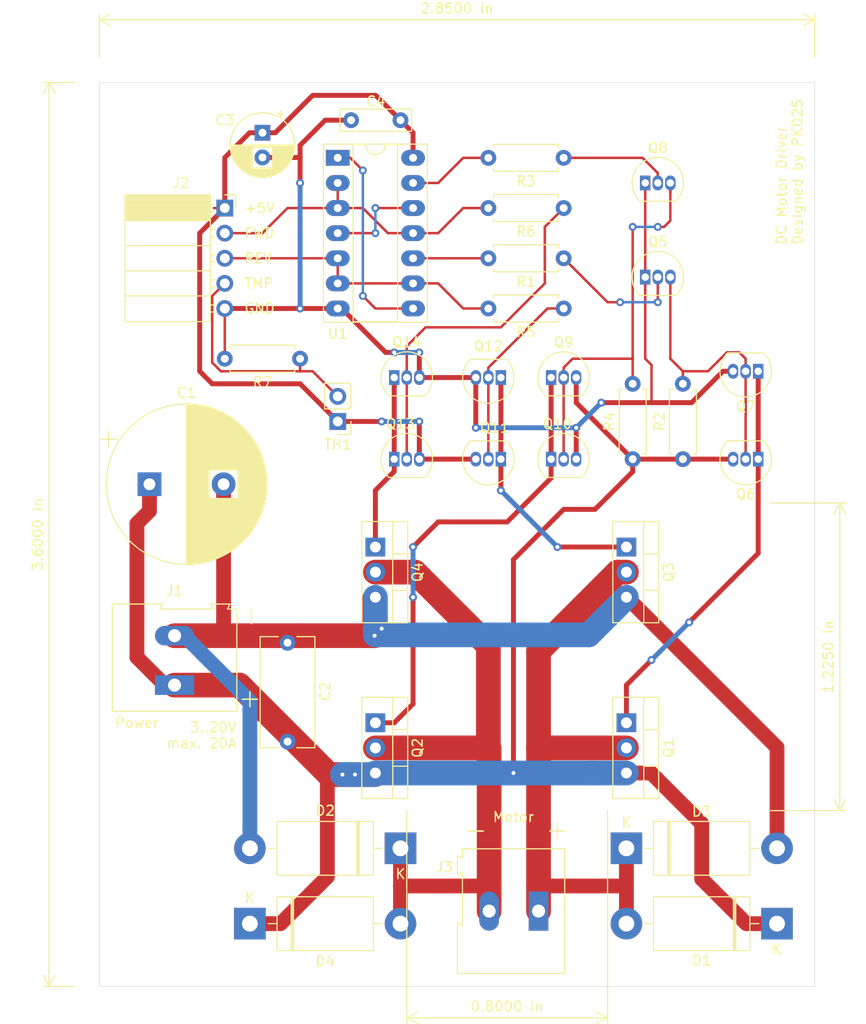
<source format=kicad_pcb>
(kicad_pcb (version 20171130) (host pcbnew 5.1.7-a382d34a8~88~ubuntu16.04.1)

  (general
    (thickness 1.6)
    (drawings 21)
    (tracks 272)
    (zones 0)
    (modules 34)
    (nets 24)
  )

  (page A4)
  (title_block
    (title "Motor Driver")
    (date 2019-11-01)
    (rev 1.00)
    (comment 4 "Bidirectional DC motor driver, compatible with Arduino.")
  )

  (layers
    (0 F.Cu signal)
    (31 B.Cu signal)
    (32 B.Adhes user)
    (33 F.Adhes user)
    (34 B.Paste user)
    (35 F.Paste user)
    (36 B.SilkS user)
    (37 F.SilkS user)
    (38 B.Mask user)
    (39 F.Mask user)
    (40 Dwgs.User user)
    (41 Cmts.User user)
    (42 Eco1.User user)
    (43 Eco2.User user)
    (44 Edge.Cuts user)
    (45 Margin user)
    (46 B.CrtYd user)
    (47 F.CrtYd user hide)
    (48 B.Fab user)
    (49 F.Fab user hide)
  )

  (setup
    (last_trace_width 0.25)
    (user_trace_width 0.25)
    (user_trace_width 0.5)
    (user_trace_width 0.75)
    (user_trace_width 1)
    (user_trace_width 1.5)
    (user_trace_width 2.5)
    (trace_clearance 0.2)
    (zone_clearance 0.508)
    (zone_45_only no)
    (trace_min 0.2)
    (via_size 0.8)
    (via_drill 0.4)
    (via_min_size 0.4)
    (via_min_drill 0.3)
    (uvia_size 0.3)
    (uvia_drill 0.1)
    (uvias_allowed no)
    (uvia_min_size 0.2)
    (uvia_min_drill 0.1)
    (edge_width 0.05)
    (segment_width 0.2)
    (pcb_text_width 0.3)
    (pcb_text_size 1.5 1.5)
    (mod_edge_width 0.12)
    (mod_text_size 1 1)
    (mod_text_width 0.15)
    (pad_size 1.524 1.524)
    (pad_drill 0.762)
    (pad_to_mask_clearance 0.051)
    (solder_mask_min_width 0.25)
    (aux_axis_origin 0 0)
    (visible_elements FFFFFF7F)
    (pcbplotparams
      (layerselection 0x010fc_ffffffff)
      (usegerberextensions false)
      (usegerberattributes false)
      (usegerberadvancedattributes false)
      (creategerberjobfile false)
      (excludeedgelayer true)
      (linewidth 0.100000)
      (plotframeref false)
      (viasonmask false)
      (mode 1)
      (useauxorigin false)
      (hpglpennumber 1)
      (hpglpenspeed 20)
      (hpglpendiameter 15.000000)
      (psnegative false)
      (psa4output false)
      (plotreference true)
      (plotvalue true)
      (plotinvisibletext false)
      (padsonsilk false)
      (subtractmaskfromsilk false)
      (outputformat 1)
      (mirror false)
      (drillshape 0)
      (scaleselection 1)
      (outputdirectory "./gerb"))
  )

  (net 0 "")
  (net 1 -BATT)
  (net 2 +BATT)
  (net 3 GND)
  (net 4 +5V)
  (net 5 M+)
  (net 6 M-)
  (net 7 TMP)
  (net 8 REV)
  (net 9 FWD)
  (net 10 /Q1G)
  (net 11 /Q2G)
  (net 12 /Q3G)
  (net 13 /Q4G)
  (net 14 "Net-(Q5-Pad2)")
  (net 15 "Net-(Q10-Pad2)")
  (net 16 "Net-(Q8-Pad2)")
  (net 17 "Net-(Q11-Pad2)")
  (net 18 "Net-(Q13-Pad2)")
  (net 19 "Net-(R1-Pad2)")
  (net 20 "Net-(R3-Pad2)")
  (net 21 "Net-(Q5-Pad3)")
  (net 22 "Net-(U1-Pad1)")
  (net 23 "Net-(U1-Pad12)")

  (net_class Default "This is the default net class."
    (clearance 0.2)
    (trace_width 0.25)
    (via_dia 0.8)
    (via_drill 0.4)
    (uvia_dia 0.3)
    (uvia_drill 0.1)
    (add_net +5V)
    (add_net +BATT)
    (add_net -BATT)
    (add_net /Q1G)
    (add_net /Q2G)
    (add_net /Q3G)
    (add_net /Q4G)
    (add_net FWD)
    (add_net GND)
    (add_net M+)
    (add_net M-)
    (add_net "Net-(Q10-Pad2)")
    (add_net "Net-(Q11-Pad2)")
    (add_net "Net-(Q13-Pad2)")
    (add_net "Net-(Q5-Pad2)")
    (add_net "Net-(Q5-Pad3)")
    (add_net "Net-(Q8-Pad2)")
    (add_net "Net-(R1-Pad2)")
    (add_net "Net-(R3-Pad2)")
    (add_net "Net-(U1-Pad1)")
    (add_net "Net-(U1-Pad12)")
    (add_net REV)
    (add_net TMP)
  )

  (module Package_DIP:DIP-14_W7.62mm_Socket_LongPads (layer F.Cu) (tedit 5A02E8C5) (tstamp 5DBF509D)
    (at 88.9 72.39)
    (descr "14-lead though-hole mounted DIP package, row spacing 7.62 mm (300 mils), Socket, LongPads")
    (tags "THT DIP DIL PDIP 2.54mm 7.62mm 300mil Socket LongPads")
    (path /5DBF4D5B)
    (fp_text reference U1 (at 0 17.78) (layer F.SilkS)
      (effects (font (size 1 1) (thickness 0.15)))
    )
    (fp_text value 74LS02 (at 3.81 17.57) (layer F.Fab)
      (effects (font (size 1 1) (thickness 0.15)))
    )
    (fp_line (start 1.635 -1.27) (end 6.985 -1.27) (layer F.Fab) (width 0.1))
    (fp_line (start 6.985 -1.27) (end 6.985 16.51) (layer F.Fab) (width 0.1))
    (fp_line (start 6.985 16.51) (end 0.635 16.51) (layer F.Fab) (width 0.1))
    (fp_line (start 0.635 16.51) (end 0.635 -0.27) (layer F.Fab) (width 0.1))
    (fp_line (start 0.635 -0.27) (end 1.635 -1.27) (layer F.Fab) (width 0.1))
    (fp_line (start -1.27 -1.33) (end -1.27 16.57) (layer F.Fab) (width 0.1))
    (fp_line (start -1.27 16.57) (end 8.89 16.57) (layer F.Fab) (width 0.1))
    (fp_line (start 8.89 16.57) (end 8.89 -1.33) (layer F.Fab) (width 0.1))
    (fp_line (start 8.89 -1.33) (end -1.27 -1.33) (layer F.Fab) (width 0.1))
    (fp_line (start 2.81 -1.33) (end 1.56 -1.33) (layer F.SilkS) (width 0.12))
    (fp_line (start 1.56 -1.33) (end 1.56 16.57) (layer F.SilkS) (width 0.12))
    (fp_line (start 1.56 16.57) (end 6.06 16.57) (layer F.SilkS) (width 0.12))
    (fp_line (start 6.06 16.57) (end 6.06 -1.33) (layer F.SilkS) (width 0.12))
    (fp_line (start 6.06 -1.33) (end 4.81 -1.33) (layer F.SilkS) (width 0.12))
    (fp_line (start -1.44 -1.39) (end -1.44 16.63) (layer F.SilkS) (width 0.12))
    (fp_line (start -1.44 16.63) (end 9.06 16.63) (layer F.SilkS) (width 0.12))
    (fp_line (start 9.06 16.63) (end 9.06 -1.39) (layer F.SilkS) (width 0.12))
    (fp_line (start 9.06 -1.39) (end -1.44 -1.39) (layer F.SilkS) (width 0.12))
    (fp_line (start -1.55 -1.6) (end -1.55 16.85) (layer F.CrtYd) (width 0.05))
    (fp_line (start -1.55 16.85) (end 9.15 16.85) (layer F.CrtYd) (width 0.05))
    (fp_line (start 9.15 16.85) (end 9.15 -1.6) (layer F.CrtYd) (width 0.05))
    (fp_line (start 9.15 -1.6) (end -1.55 -1.6) (layer F.CrtYd) (width 0.05))
    (fp_text user %R (at 3.81 7.62) (layer F.Fab)
      (effects (font (size 1 1) (thickness 0.15)))
    )
    (fp_arc (start 3.81 -1.33) (end 2.81 -1.33) (angle -180) (layer F.SilkS) (width 0.12))
    (pad 14 thru_hole oval (at 7.62 0) (size 2.4 1.6) (drill 0.8) (layers *.Cu *.Mask)
      (net 4 +5V))
    (pad 7 thru_hole oval (at 0 15.24) (size 2.4 1.6) (drill 0.8) (layers *.Cu *.Mask)
      (net 3 GND))
    (pad 13 thru_hole oval (at 7.62 2.54) (size 2.4 1.6) (drill 0.8) (layers *.Cu *.Mask)
      (net 20 "Net-(R3-Pad2)"))
    (pad 6 thru_hole oval (at 0 12.7) (size 2.4 1.6) (drill 0.8) (layers *.Cu *.Mask)
      (net 8 REV))
    (pad 12 thru_hole oval (at 7.62 5.08) (size 2.4 1.6) (drill 0.8) (layers *.Cu *.Mask)
      (net 23 "Net-(U1-Pad12)"))
    (pad 5 thru_hole oval (at 0 10.16) (size 2.4 1.6) (drill 0.8) (layers *.Cu *.Mask)
      (net 8 REV))
    (pad 11 thru_hole oval (at 7.62 7.62) (size 2.4 1.6) (drill 0.8) (layers *.Cu *.Mask)
      (net 9 FWD))
    (pad 4 thru_hole oval (at 0 7.62) (size 2.4 1.6) (drill 0.8) (layers *.Cu *.Mask)
      (net 23 "Net-(U1-Pad12)"))
    (pad 10 thru_hole oval (at 7.62 10.16) (size 2.4 1.6) (drill 0.8) (layers *.Cu *.Mask)
      (net 19 "Net-(R1-Pad2)"))
    (pad 3 thru_hole oval (at 0 5.08) (size 2.4 1.6) (drill 0.8) (layers *.Cu *.Mask)
      (net 9 FWD))
    (pad 9 thru_hole oval (at 7.62 12.7) (size 2.4 1.6) (drill 0.8) (layers *.Cu *.Mask)
      (net 8 REV))
    (pad 2 thru_hole oval (at 0 2.54) (size 2.4 1.6) (drill 0.8) (layers *.Cu *.Mask)
      (net 9 FWD))
    (pad 8 thru_hole oval (at 7.62 15.24) (size 2.4 1.6) (drill 0.8) (layers *.Cu *.Mask)
      (net 22 "Net-(U1-Pad1)"))
    (pad 1 thru_hole rect (at 0 0) (size 2.4 1.6) (drill 0.8) (layers *.Cu *.Mask)
      (net 22 "Net-(U1-Pad1)"))
    (model ${KISYS3DMOD}/Package_DIP.3dshapes/DIP-14_W7.62mm_Socket.wrl
      (at (xyz 0 0 0))
      (scale (xyz 1 1 1))
      (rotate (xyz 0 0 0))
    )
  )

  (module Package_TO_SOT_THT:TO-92_Inline (layer F.Cu) (tedit 5A1DD157) (tstamp 5DBF0A91)
    (at 94.615 94.615)
    (descr "TO-92 leads in-line, narrow, oval pads, drill 0.75mm (see NXP sot054_po.pdf)")
    (tags "to-92 sc-43 sc-43a sot54 PA33 transistor")
    (path /5DC14574)
    (fp_text reference Q14 (at 1.27 -3.56) (layer F.SilkS)
      (effects (font (size 1 1) (thickness 0.15)))
    )
    (fp_text value S8550 (at 1.27 2.79) (layer F.Fab)
      (effects (font (size 1 1) (thickness 0.15)))
    )
    (fp_line (start -0.53 1.85) (end 3.07 1.85) (layer F.SilkS) (width 0.12))
    (fp_line (start -0.5 1.75) (end 3 1.75) (layer F.Fab) (width 0.1))
    (fp_line (start -1.46 -2.73) (end 4 -2.73) (layer F.CrtYd) (width 0.05))
    (fp_line (start -1.46 -2.73) (end -1.46 2.01) (layer F.CrtYd) (width 0.05))
    (fp_line (start 4 2.01) (end 4 -2.73) (layer F.CrtYd) (width 0.05))
    (fp_line (start 4 2.01) (end -1.46 2.01) (layer F.CrtYd) (width 0.05))
    (fp_arc (start 1.27 0) (end 1.27 -2.6) (angle 135) (layer F.SilkS) (width 0.12))
    (fp_arc (start 1.27 0) (end 1.27 -2.48) (angle -135) (layer F.Fab) (width 0.1))
    (fp_arc (start 1.27 0) (end 1.27 -2.6) (angle -135) (layer F.SilkS) (width 0.12))
    (fp_arc (start 1.27 0) (end 1.27 -2.48) (angle 135) (layer F.Fab) (width 0.1))
    (fp_text user %R (at 1.27 -3.56) (layer F.Fab)
      (effects (font (size 1 1) (thickness 0.15)))
    )
    (pad 1 thru_hole rect (at 0 0) (size 1.05 1.5) (drill 0.75) (layers *.Cu *.Mask)
      (net 13 /Q4G))
    (pad 3 thru_hole oval (at 2.54 0) (size 1.05 1.5) (drill 0.75) (layers *.Cu *.Mask)
      (net 3 GND))
    (pad 2 thru_hole oval (at 1.27 0) (size 1.05 1.5) (drill 0.75) (layers *.Cu *.Mask)
      (net 18 "Net-(Q13-Pad2)"))
    (model ${KISYS3DMOD}/Package_TO_SOT_THT.3dshapes/TO-92_Inline.wrl
      (at (xyz 0 0 0))
      (scale (xyz 1 1 1))
      (rotate (xyz 0 0 0))
    )
  )

  (module Package_TO_SOT_THT:TO-92_Inline (layer F.Cu) (tedit 5A1DD157) (tstamp 5DBF0A7F)
    (at 94.615 102.87)
    (descr "TO-92 leads in-line, narrow, oval pads, drill 0.75mm (see NXP sot054_po.pdf)")
    (tags "to-92 sc-43 sc-43a sot54 PA33 transistor")
    (path /5DC17AF4)
    (fp_text reference Q13 (at 0.635 -3.56) (layer F.SilkS)
      (effects (font (size 1 1) (thickness 0.15)))
    )
    (fp_text value S8050 (at 1.27 2.79) (layer F.Fab)
      (effects (font (size 1 1) (thickness 0.15)))
    )
    (fp_line (start -0.53 1.85) (end 3.07 1.85) (layer F.SilkS) (width 0.12))
    (fp_line (start -0.5 1.75) (end 3 1.75) (layer F.Fab) (width 0.1))
    (fp_line (start -1.46 -2.73) (end 4 -2.73) (layer F.CrtYd) (width 0.05))
    (fp_line (start -1.46 -2.73) (end -1.46 2.01) (layer F.CrtYd) (width 0.05))
    (fp_line (start 4 2.01) (end 4 -2.73) (layer F.CrtYd) (width 0.05))
    (fp_line (start 4 2.01) (end -1.46 2.01) (layer F.CrtYd) (width 0.05))
    (fp_arc (start 1.27 0) (end 1.27 -2.6) (angle 135) (layer F.SilkS) (width 0.12))
    (fp_arc (start 1.27 0) (end 1.27 -2.48) (angle -135) (layer F.Fab) (width 0.1))
    (fp_arc (start 1.27 0) (end 1.27 -2.6) (angle -135) (layer F.SilkS) (width 0.12))
    (fp_arc (start 1.27 0) (end 1.27 -2.48) (angle 135) (layer F.Fab) (width 0.1))
    (fp_text user %R (at 1.27 -3.56) (layer F.Fab)
      (effects (font (size 1 1) (thickness 0.15)))
    )
    (pad 1 thru_hole rect (at 0 0) (size 1.05 1.5) (drill 0.75) (layers *.Cu *.Mask)
      (net 13 /Q4G))
    (pad 3 thru_hole oval (at 2.54 0) (size 1.05 1.5) (drill 0.75) (layers *.Cu *.Mask)
      (net 4 +5V))
    (pad 2 thru_hole oval (at 1.27 0) (size 1.05 1.5) (drill 0.75) (layers *.Cu *.Mask)
      (net 18 "Net-(Q13-Pad2)"))
    (model ${KISYS3DMOD}/Package_TO_SOT_THT.3dshapes/TO-92_Inline.wrl
      (at (xyz 0 0 0))
      (scale (xyz 1 1 1))
      (rotate (xyz 0 0 0))
    )
  )

  (module Package_TO_SOT_THT:TO-92_Inline (layer F.Cu) (tedit 5A1DD157) (tstamp 5DBF0A6D)
    (at 105.41 94.615 180)
    (descr "TO-92 leads in-line, narrow, oval pads, drill 0.75mm (see NXP sot054_po.pdf)")
    (tags "to-92 sc-43 sc-43a sot54 PA33 transistor")
    (path /5DC140F1)
    (fp_text reference Q12 (at 1.27 3.175) (layer F.SilkS)
      (effects (font (size 1 1) (thickness 0.15)))
    )
    (fp_text value S8550 (at 1.27 2.79) (layer F.Fab)
      (effects (font (size 1 1) (thickness 0.15)))
    )
    (fp_line (start -0.53 1.85) (end 3.07 1.85) (layer F.SilkS) (width 0.12))
    (fp_line (start -0.5 1.75) (end 3 1.75) (layer F.Fab) (width 0.1))
    (fp_line (start -1.46 -2.73) (end 4 -2.73) (layer F.CrtYd) (width 0.05))
    (fp_line (start -1.46 -2.73) (end -1.46 2.01) (layer F.CrtYd) (width 0.05))
    (fp_line (start 4 2.01) (end 4 -2.73) (layer F.CrtYd) (width 0.05))
    (fp_line (start 4 2.01) (end -1.46 2.01) (layer F.CrtYd) (width 0.05))
    (fp_arc (start 1.27 0) (end 1.27 -2.6) (angle 135) (layer F.SilkS) (width 0.12))
    (fp_arc (start 1.27 0) (end 1.27 -2.48) (angle -135) (layer F.Fab) (width 0.1))
    (fp_arc (start 1.27 0) (end 1.27 -2.6) (angle -135) (layer F.SilkS) (width 0.12))
    (fp_arc (start 1.27 0) (end 1.27 -2.48) (angle 135) (layer F.Fab) (width 0.1))
    (fp_text user %R (at 1.27 -3.56) (layer F.Fab)
      (effects (font (size 1 1) (thickness 0.15)))
    )
    (pad 1 thru_hole rect (at 0 0 180) (size 1.05 1.5) (drill 0.75) (layers *.Cu *.Mask)
      (net 12 /Q3G))
    (pad 3 thru_hole oval (at 2.54 0 180) (size 1.05 1.5) (drill 0.75) (layers *.Cu *.Mask)
      (net 3 GND))
    (pad 2 thru_hole oval (at 1.27 0 180) (size 1.05 1.5) (drill 0.75) (layers *.Cu *.Mask)
      (net 17 "Net-(Q11-Pad2)"))
    (model ${KISYS3DMOD}/Package_TO_SOT_THT.3dshapes/TO-92_Inline.wrl
      (at (xyz 0 0 0))
      (scale (xyz 1 1 1))
      (rotate (xyz 0 0 0))
    )
  )

  (module Package_TO_SOT_THT:TO-92_Inline (layer F.Cu) (tedit 5A1DD157) (tstamp 5DBF0A5B)
    (at 105.41 102.87 180)
    (descr "TO-92 leads in-line, narrow, oval pads, drill 0.75mm (see NXP sot054_po.pdf)")
    (tags "to-92 sc-43 sc-43a sot54 PA33 transistor")
    (path /5DC1740F)
    (fp_text reference Q11 (at 0.635 3.175) (layer F.SilkS)
      (effects (font (size 1 1) (thickness 0.15)))
    )
    (fp_text value S8050 (at 1.27 2.79) (layer F.Fab)
      (effects (font (size 1 1) (thickness 0.15)))
    )
    (fp_line (start -0.53 1.85) (end 3.07 1.85) (layer F.SilkS) (width 0.12))
    (fp_line (start -0.5 1.75) (end 3 1.75) (layer F.Fab) (width 0.1))
    (fp_line (start -1.46 -2.73) (end 4 -2.73) (layer F.CrtYd) (width 0.05))
    (fp_line (start -1.46 -2.73) (end -1.46 2.01) (layer F.CrtYd) (width 0.05))
    (fp_line (start 4 2.01) (end 4 -2.73) (layer F.CrtYd) (width 0.05))
    (fp_line (start 4 2.01) (end -1.46 2.01) (layer F.CrtYd) (width 0.05))
    (fp_arc (start 1.27 0) (end 1.27 -2.6) (angle 135) (layer F.SilkS) (width 0.12))
    (fp_arc (start 1.27 0) (end 1.27 -2.48) (angle -135) (layer F.Fab) (width 0.1))
    (fp_arc (start 1.27 0) (end 1.27 -2.6) (angle -135) (layer F.SilkS) (width 0.12))
    (fp_arc (start 1.27 0) (end 1.27 -2.48) (angle 135) (layer F.Fab) (width 0.1))
    (fp_text user %R (at 1.27 -3.56) (layer F.Fab)
      (effects (font (size 1 1) (thickness 0.15)))
    )
    (pad 1 thru_hole rect (at 0 0 180) (size 1.05 1.5) (drill 0.75) (layers *.Cu *.Mask)
      (net 12 /Q3G))
    (pad 3 thru_hole oval (at 2.54 0 180) (size 1.05 1.5) (drill 0.75) (layers *.Cu *.Mask)
      (net 4 +5V))
    (pad 2 thru_hole oval (at 1.27 0 180) (size 1.05 1.5) (drill 0.75) (layers *.Cu *.Mask)
      (net 17 "Net-(Q11-Pad2)"))
    (model ${KISYS3DMOD}/Package_TO_SOT_THT.3dshapes/TO-92_Inline.wrl
      (at (xyz 0 0 0))
      (scale (xyz 1 1 1))
      (rotate (xyz 0 0 0))
    )
  )

  (module Package_TO_SOT_THT:TO-92_Inline (layer F.Cu) (tedit 5A1DD157) (tstamp 5DBF0A49)
    (at 110.49 102.87)
    (descr "TO-92 leads in-line, narrow, oval pads, drill 0.75mm (see NXP sot054_po.pdf)")
    (tags "to-92 sc-43 sc-43a sot54 PA33 transistor")
    (path /5DC13A1E)
    (fp_text reference Q10 (at 0.635 -3.56) (layer F.SilkS)
      (effects (font (size 1 1) (thickness 0.15)))
    )
    (fp_text value S8550 (at 1.27 2.79) (layer F.Fab)
      (effects (font (size 1 1) (thickness 0.15)))
    )
    (fp_line (start -0.53 1.85) (end 3.07 1.85) (layer F.SilkS) (width 0.12))
    (fp_line (start -0.5 1.75) (end 3 1.75) (layer F.Fab) (width 0.1))
    (fp_line (start -1.46 -2.73) (end 4 -2.73) (layer F.CrtYd) (width 0.05))
    (fp_line (start -1.46 -2.73) (end -1.46 2.01) (layer F.CrtYd) (width 0.05))
    (fp_line (start 4 2.01) (end 4 -2.73) (layer F.CrtYd) (width 0.05))
    (fp_line (start 4 2.01) (end -1.46 2.01) (layer F.CrtYd) (width 0.05))
    (fp_arc (start 1.27 0) (end 1.27 -2.6) (angle 135) (layer F.SilkS) (width 0.12))
    (fp_arc (start 1.27 0) (end 1.27 -2.48) (angle -135) (layer F.Fab) (width 0.1))
    (fp_arc (start 1.27 0) (end 1.27 -2.6) (angle -135) (layer F.SilkS) (width 0.12))
    (fp_arc (start 1.27 0) (end 1.27 -2.48) (angle 135) (layer F.Fab) (width 0.1))
    (fp_text user %R (at 1.27 -3.56) (layer F.Fab)
      (effects (font (size 1 1) (thickness 0.15)))
    )
    (pad 1 thru_hole rect (at 0 0) (size 1.05 1.5) (drill 0.75) (layers *.Cu *.Mask)
      (net 11 /Q2G))
    (pad 3 thru_hole oval (at 2.54 0) (size 1.05 1.5) (drill 0.75) (layers *.Cu *.Mask)
      (net 3 GND))
    (pad 2 thru_hole oval (at 1.27 0) (size 1.05 1.5) (drill 0.75) (layers *.Cu *.Mask)
      (net 15 "Net-(Q10-Pad2)"))
    (model ${KISYS3DMOD}/Package_TO_SOT_THT.3dshapes/TO-92_Inline.wrl
      (at (xyz 0 0 0))
      (scale (xyz 1 1 1))
      (rotate (xyz 0 0 0))
    )
  )

  (module Package_TO_SOT_THT:TO-92_Inline (layer F.Cu) (tedit 5A1DD157) (tstamp 5DBF0A37)
    (at 110.49 94.615)
    (descr "TO-92 leads in-line, narrow, oval pads, drill 0.75mm (see NXP sot054_po.pdf)")
    (tags "to-92 sc-43 sc-43a sot54 PA33 transistor")
    (path /5DC166D2)
    (fp_text reference Q9 (at 1.27 -3.56) (layer F.SilkS)
      (effects (font (size 1 1) (thickness 0.15)))
    )
    (fp_text value S8050 (at 1.27 2.79) (layer F.Fab)
      (effects (font (size 1 1) (thickness 0.15)))
    )
    (fp_line (start -0.53 1.85) (end 3.07 1.85) (layer F.SilkS) (width 0.12))
    (fp_line (start -0.5 1.75) (end 3 1.75) (layer F.Fab) (width 0.1))
    (fp_line (start -1.46 -2.73) (end 4 -2.73) (layer F.CrtYd) (width 0.05))
    (fp_line (start -1.46 -2.73) (end -1.46 2.01) (layer F.CrtYd) (width 0.05))
    (fp_line (start 4 2.01) (end 4 -2.73) (layer F.CrtYd) (width 0.05))
    (fp_line (start 4 2.01) (end -1.46 2.01) (layer F.CrtYd) (width 0.05))
    (fp_arc (start 1.27 0) (end 1.27 -2.6) (angle 135) (layer F.SilkS) (width 0.12))
    (fp_arc (start 1.27 0) (end 1.27 -2.48) (angle -135) (layer F.Fab) (width 0.1))
    (fp_arc (start 1.27 0) (end 1.27 -2.6) (angle -135) (layer F.SilkS) (width 0.12))
    (fp_arc (start 1.27 0) (end 1.27 -2.48) (angle 135) (layer F.Fab) (width 0.1))
    (fp_text user %R (at 1.27 -3.56) (layer F.Fab)
      (effects (font (size 1 1) (thickness 0.15)))
    )
    (pad 1 thru_hole rect (at 0 0) (size 1.05 1.5) (drill 0.75) (layers *.Cu *.Mask)
      (net 11 /Q2G))
    (pad 3 thru_hole oval (at 2.54 0) (size 1.05 1.5) (drill 0.75) (layers *.Cu *.Mask)
      (net 2 +BATT))
    (pad 2 thru_hole oval (at 1.27 0) (size 1.05 1.5) (drill 0.75) (layers *.Cu *.Mask)
      (net 15 "Net-(Q10-Pad2)"))
    (model ${KISYS3DMOD}/Package_TO_SOT_THT.3dshapes/TO-92_Inline.wrl
      (at (xyz 0 0 0))
      (scale (xyz 1 1 1))
      (rotate (xyz 0 0 0))
    )
  )

  (module Package_TO_SOT_THT:TO-92_Inline (layer F.Cu) (tedit 5A1DD157) (tstamp 5DBF0A25)
    (at 120.015 74.93)
    (descr "TO-92 leads in-line, narrow, oval pads, drill 0.75mm (see NXP sot054_po.pdf)")
    (tags "to-92 sc-43 sc-43a sot54 PA33 transistor")
    (path /5DC16C03)
    (fp_text reference Q8 (at 1.27 -3.56) (layer F.SilkS)
      (effects (font (size 1 1) (thickness 0.15)))
    )
    (fp_text value S8050 (at 1.27 2.79) (layer F.Fab)
      (effects (font (size 1 1) (thickness 0.15)))
    )
    (fp_line (start -0.53 1.85) (end 3.07 1.85) (layer F.SilkS) (width 0.12))
    (fp_line (start -0.5 1.75) (end 3 1.75) (layer F.Fab) (width 0.1))
    (fp_line (start -1.46 -2.73) (end 4 -2.73) (layer F.CrtYd) (width 0.05))
    (fp_line (start -1.46 -2.73) (end -1.46 2.01) (layer F.CrtYd) (width 0.05))
    (fp_line (start 4 2.01) (end 4 -2.73) (layer F.CrtYd) (width 0.05))
    (fp_line (start 4 2.01) (end -1.46 2.01) (layer F.CrtYd) (width 0.05))
    (fp_arc (start 1.27 0) (end 1.27 -2.6) (angle 135) (layer F.SilkS) (width 0.12))
    (fp_arc (start 1.27 0) (end 1.27 -2.48) (angle -135) (layer F.Fab) (width 0.1))
    (fp_arc (start 1.27 0) (end 1.27 -2.6) (angle -135) (layer F.SilkS) (width 0.12))
    (fp_arc (start 1.27 0) (end 1.27 -2.48) (angle 135) (layer F.Fab) (width 0.1))
    (fp_text user %R (at 1.27 -3.56) (layer F.Fab)
      (effects (font (size 1 1) (thickness 0.15)))
    )
    (pad 1 thru_hole rect (at 0 0) (size 1.05 1.5) (drill 0.75) (layers *.Cu *.Mask)
      (net 3 GND))
    (pad 3 thru_hole oval (at 2.54 0) (size 1.05 1.5) (drill 0.75) (layers *.Cu *.Mask)
      (net 15 "Net-(Q10-Pad2)"))
    (pad 2 thru_hole oval (at 1.27 0) (size 1.05 1.5) (drill 0.75) (layers *.Cu *.Mask)
      (net 16 "Net-(Q8-Pad2)"))
    (model ${KISYS3DMOD}/Package_TO_SOT_THT.3dshapes/TO-92_Inline.wrl
      (at (xyz 0 0 0))
      (scale (xyz 1 1 1))
      (rotate (xyz 0 0 0))
    )
  )

  (module Package_TO_SOT_THT:TO-92_Inline (layer F.Cu) (tedit 5A1DD157) (tstamp 5DBF0A13)
    (at 131.445 93.98 180)
    (descr "TO-92 leads in-line, narrow, oval pads, drill 0.75mm (see NXP sot054_po.pdf)")
    (tags "to-92 sc-43 sc-43a sot54 PA33 transistor")
    (path /5DC126DD)
    (fp_text reference Q7 (at 1.27 -3.56) (layer F.SilkS)
      (effects (font (size 1 1) (thickness 0.15)))
    )
    (fp_text value S8550 (at 1.27 2.79) (layer F.Fab)
      (effects (font (size 1 1) (thickness 0.15)))
    )
    (fp_line (start -0.53 1.85) (end 3.07 1.85) (layer F.SilkS) (width 0.12))
    (fp_line (start -0.5 1.75) (end 3 1.75) (layer F.Fab) (width 0.1))
    (fp_line (start -1.46 -2.73) (end 4 -2.73) (layer F.CrtYd) (width 0.05))
    (fp_line (start -1.46 -2.73) (end -1.46 2.01) (layer F.CrtYd) (width 0.05))
    (fp_line (start 4 2.01) (end 4 -2.73) (layer F.CrtYd) (width 0.05))
    (fp_line (start 4 2.01) (end -1.46 2.01) (layer F.CrtYd) (width 0.05))
    (fp_arc (start 1.27 0) (end 1.27 -2.6) (angle 135) (layer F.SilkS) (width 0.12))
    (fp_arc (start 1.27 0) (end 1.27 -2.48) (angle -135) (layer F.Fab) (width 0.1))
    (fp_arc (start 1.27 0) (end 1.27 -2.6) (angle -135) (layer F.SilkS) (width 0.12))
    (fp_arc (start 1.27 0) (end 1.27 -2.48) (angle 135) (layer F.Fab) (width 0.1))
    (fp_text user %R (at 1.27 -3.56) (layer F.Fab)
      (effects (font (size 1 1) (thickness 0.15)))
    )
    (pad 1 thru_hole rect (at 0 0 180) (size 1.05 1.5) (drill 0.75) (layers *.Cu *.Mask)
      (net 10 /Q1G))
    (pad 3 thru_hole oval (at 2.54 0 180) (size 1.05 1.5) (drill 0.75) (layers *.Cu *.Mask)
      (net 3 GND))
    (pad 2 thru_hole oval (at 1.27 0 180) (size 1.05 1.5) (drill 0.75) (layers *.Cu *.Mask)
      (net 21 "Net-(Q5-Pad3)"))
    (model ${KISYS3DMOD}/Package_TO_SOT_THT.3dshapes/TO-92_Inline.wrl
      (at (xyz 0 0 0))
      (scale (xyz 1 1 1))
      (rotate (xyz 0 0 0))
    )
  )

  (module Package_TO_SOT_THT:TO-92_Inline (layer F.Cu) (tedit 5A1DD157) (tstamp 5DBF0A01)
    (at 131.445 102.87 180)
    (descr "TO-92 leads in-line, narrow, oval pads, drill 0.75mm (see NXP sot054_po.pdf)")
    (tags "to-92 sc-43 sc-43a sot54 PA33 transistor")
    (path /5DC15608)
    (fp_text reference Q6 (at 1.27 -3.56) (layer F.SilkS)
      (effects (font (size 1 1) (thickness 0.15)))
    )
    (fp_text value S8050 (at 1.27 2.79) (layer F.Fab)
      (effects (font (size 1 1) (thickness 0.15)))
    )
    (fp_line (start -0.53 1.85) (end 3.07 1.85) (layer F.SilkS) (width 0.12))
    (fp_line (start -0.5 1.75) (end 3 1.75) (layer F.Fab) (width 0.1))
    (fp_line (start -1.46 -2.73) (end 4 -2.73) (layer F.CrtYd) (width 0.05))
    (fp_line (start -1.46 -2.73) (end -1.46 2.01) (layer F.CrtYd) (width 0.05))
    (fp_line (start 4 2.01) (end 4 -2.73) (layer F.CrtYd) (width 0.05))
    (fp_line (start 4 2.01) (end -1.46 2.01) (layer F.CrtYd) (width 0.05))
    (fp_arc (start 1.27 0) (end 1.27 -2.6) (angle 135) (layer F.SilkS) (width 0.12))
    (fp_arc (start 1.27 0) (end 1.27 -2.48) (angle -135) (layer F.Fab) (width 0.1))
    (fp_arc (start 1.27 0) (end 1.27 -2.6) (angle -135) (layer F.SilkS) (width 0.12))
    (fp_arc (start 1.27 0) (end 1.27 -2.48) (angle 135) (layer F.Fab) (width 0.1))
    (fp_text user %R (at 1.27 -3.56) (layer F.Fab)
      (effects (font (size 1 1) (thickness 0.15)))
    )
    (pad 1 thru_hole rect (at 0 0 180) (size 1.05 1.5) (drill 0.75) (layers *.Cu *.Mask)
      (net 10 /Q1G))
    (pad 3 thru_hole oval (at 2.54 0 180) (size 1.05 1.5) (drill 0.75) (layers *.Cu *.Mask)
      (net 2 +BATT))
    (pad 2 thru_hole oval (at 1.27 0 180) (size 1.05 1.5) (drill 0.75) (layers *.Cu *.Mask)
      (net 21 "Net-(Q5-Pad3)"))
    (model ${KISYS3DMOD}/Package_TO_SOT_THT.3dshapes/TO-92_Inline.wrl
      (at (xyz 0 0 0))
      (scale (xyz 1 1 1))
      (rotate (xyz 0 0 0))
    )
  )

  (module Package_TO_SOT_THT:TO-92_Inline (layer F.Cu) (tedit 5A1DD157) (tstamp 5DBF09EF)
    (at 120.015 84.455)
    (descr "TO-92 leads in-line, narrow, oval pads, drill 0.75mm (see NXP sot054_po.pdf)")
    (tags "to-92 sc-43 sc-43a sot54 PA33 transistor")
    (path /5DC15FD0)
    (fp_text reference Q5 (at 1.27 -3.56) (layer F.SilkS)
      (effects (font (size 1 1) (thickness 0.15)))
    )
    (fp_text value S8050 (at 1.27 2.79) (layer F.Fab)
      (effects (font (size 1 1) (thickness 0.15)))
    )
    (fp_line (start -0.53 1.85) (end 3.07 1.85) (layer F.SilkS) (width 0.12))
    (fp_line (start -0.5 1.75) (end 3 1.75) (layer F.Fab) (width 0.1))
    (fp_line (start -1.46 -2.73) (end 4 -2.73) (layer F.CrtYd) (width 0.05))
    (fp_line (start -1.46 -2.73) (end -1.46 2.01) (layer F.CrtYd) (width 0.05))
    (fp_line (start 4 2.01) (end 4 -2.73) (layer F.CrtYd) (width 0.05))
    (fp_line (start 4 2.01) (end -1.46 2.01) (layer F.CrtYd) (width 0.05))
    (fp_arc (start 1.27 0) (end 1.27 -2.6) (angle 135) (layer F.SilkS) (width 0.12))
    (fp_arc (start 1.27 0) (end 1.27 -2.48) (angle -135) (layer F.Fab) (width 0.1))
    (fp_arc (start 1.27 0) (end 1.27 -2.6) (angle -135) (layer F.SilkS) (width 0.12))
    (fp_arc (start 1.27 0) (end 1.27 -2.48) (angle 135) (layer F.Fab) (width 0.1))
    (fp_text user %R (at 1.27 -3.56) (layer F.Fab)
      (effects (font (size 1 1) (thickness 0.15)))
    )
    (pad 1 thru_hole rect (at 0 0) (size 1.05 1.5) (drill 0.75) (layers *.Cu *.Mask)
      (net 3 GND))
    (pad 3 thru_hole oval (at 2.54 0) (size 1.05 1.5) (drill 0.75) (layers *.Cu *.Mask)
      (net 21 "Net-(Q5-Pad3)"))
    (pad 2 thru_hole oval (at 1.27 0) (size 1.05 1.5) (drill 0.75) (layers *.Cu *.Mask)
      (net 14 "Net-(Q5-Pad2)"))
    (model ${KISYS3DMOD}/Package_TO_SOT_THT.3dshapes/TO-92_Inline.wrl
      (at (xyz 0 0 0))
      (scale (xyz 1 1 1))
      (rotate (xyz 0 0 0))
    )
  )

  (module Package_TO_SOT_THT:TO-220-3_Vertical (layer F.Cu) (tedit 5AC8BA0D) (tstamp 5DBF09DD)
    (at 92.71 111.76 270)
    (descr "TO-220-3, Vertical, RM 2.54mm, see https://www.vishay.com/docs/66542/to-220-1.pdf")
    (tags "TO-220-3 Vertical RM 2.54mm")
    (path /5DC36652)
    (fp_text reference Q4 (at 2.54 -4.27 90) (layer F.SilkS)
      (effects (font (size 1 1) (thickness 0.15)))
    )
    (fp_text value IRF3205 (at 2.54 2.5 90) (layer F.Fab)
      (effects (font (size 1 1) (thickness 0.15)))
    )
    (fp_line (start -2.46 -3.15) (end -2.46 1.25) (layer F.Fab) (width 0.1))
    (fp_line (start -2.46 1.25) (end 7.54 1.25) (layer F.Fab) (width 0.1))
    (fp_line (start 7.54 1.25) (end 7.54 -3.15) (layer F.Fab) (width 0.1))
    (fp_line (start 7.54 -3.15) (end -2.46 -3.15) (layer F.Fab) (width 0.1))
    (fp_line (start -2.46 -1.88) (end 7.54 -1.88) (layer F.Fab) (width 0.1))
    (fp_line (start 0.69 -3.15) (end 0.69 -1.88) (layer F.Fab) (width 0.1))
    (fp_line (start 4.39 -3.15) (end 4.39 -1.88) (layer F.Fab) (width 0.1))
    (fp_line (start -2.58 -3.27) (end 7.66 -3.27) (layer F.SilkS) (width 0.12))
    (fp_line (start -2.58 1.371) (end 7.66 1.371) (layer F.SilkS) (width 0.12))
    (fp_line (start -2.58 -3.27) (end -2.58 1.371) (layer F.SilkS) (width 0.12))
    (fp_line (start 7.66 -3.27) (end 7.66 1.371) (layer F.SilkS) (width 0.12))
    (fp_line (start -2.58 -1.76) (end 7.66 -1.76) (layer F.SilkS) (width 0.12))
    (fp_line (start 0.69 -3.27) (end 0.69 -1.76) (layer F.SilkS) (width 0.12))
    (fp_line (start 4.391 -3.27) (end 4.391 -1.76) (layer F.SilkS) (width 0.12))
    (fp_line (start -2.71 -3.4) (end -2.71 1.51) (layer F.CrtYd) (width 0.05))
    (fp_line (start -2.71 1.51) (end 7.79 1.51) (layer F.CrtYd) (width 0.05))
    (fp_line (start 7.79 1.51) (end 7.79 -3.4) (layer F.CrtYd) (width 0.05))
    (fp_line (start 7.79 -3.4) (end -2.71 -3.4) (layer F.CrtYd) (width 0.05))
    (fp_text user %R (at 2.54 -4.27 90) (layer F.Fab)
      (effects (font (size 1 1) (thickness 0.15)))
    )
    (pad 3 thru_hole oval (at 5.08 0 270) (size 1.905 2) (drill 1.1) (layers *.Cu *.Mask)
      (net 1 -BATT))
    (pad 2 thru_hole oval (at 2.54 0 270) (size 1.905 2) (drill 1.1) (layers *.Cu *.Mask)
      (net 6 M-))
    (pad 1 thru_hole rect (at 0 0 270) (size 1.905 2) (drill 1.1) (layers *.Cu *.Mask)
      (net 13 /Q4G))
    (model ${KISYS3DMOD}/Package_TO_SOT_THT.3dshapes/TO-220-3_Vertical.wrl
      (at (xyz 0 0 0))
      (scale (xyz 1 1 1))
      (rotate (xyz 0 0 0))
    )
  )

  (module Package_TO_SOT_THT:TO-220-3_Vertical (layer F.Cu) (tedit 5AC8BA0D) (tstamp 5DBF09C3)
    (at 118.11 111.76 270)
    (descr "TO-220-3, Vertical, RM 2.54mm, see https://www.vishay.com/docs/66542/to-220-1.pdf")
    (tags "TO-220-3 Vertical RM 2.54mm")
    (path /5DC34CFF)
    (fp_text reference Q3 (at 2.54 -4.27 90) (layer F.SilkS)
      (effects (font (size 1 1) (thickness 0.15)))
    )
    (fp_text value IRF3205 (at 2.54 2.5 90) (layer F.Fab)
      (effects (font (size 1 1) (thickness 0.15)))
    )
    (fp_line (start -2.46 -3.15) (end -2.46 1.25) (layer F.Fab) (width 0.1))
    (fp_line (start -2.46 1.25) (end 7.54 1.25) (layer F.Fab) (width 0.1))
    (fp_line (start 7.54 1.25) (end 7.54 -3.15) (layer F.Fab) (width 0.1))
    (fp_line (start 7.54 -3.15) (end -2.46 -3.15) (layer F.Fab) (width 0.1))
    (fp_line (start -2.46 -1.88) (end 7.54 -1.88) (layer F.Fab) (width 0.1))
    (fp_line (start 0.69 -3.15) (end 0.69 -1.88) (layer F.Fab) (width 0.1))
    (fp_line (start 4.39 -3.15) (end 4.39 -1.88) (layer F.Fab) (width 0.1))
    (fp_line (start -2.58 -3.27) (end 7.66 -3.27) (layer F.SilkS) (width 0.12))
    (fp_line (start -2.58 1.371) (end 7.66 1.371) (layer F.SilkS) (width 0.12))
    (fp_line (start -2.58 -3.27) (end -2.58 1.371) (layer F.SilkS) (width 0.12))
    (fp_line (start 7.66 -3.27) (end 7.66 1.371) (layer F.SilkS) (width 0.12))
    (fp_line (start -2.58 -1.76) (end 7.66 -1.76) (layer F.SilkS) (width 0.12))
    (fp_line (start 0.69 -3.27) (end 0.69 -1.76) (layer F.SilkS) (width 0.12))
    (fp_line (start 4.391 -3.27) (end 4.391 -1.76) (layer F.SilkS) (width 0.12))
    (fp_line (start -2.71 -3.4) (end -2.71 1.51) (layer F.CrtYd) (width 0.05))
    (fp_line (start -2.71 1.51) (end 7.79 1.51) (layer F.CrtYd) (width 0.05))
    (fp_line (start 7.79 1.51) (end 7.79 -3.4) (layer F.CrtYd) (width 0.05))
    (fp_line (start 7.79 -3.4) (end -2.71 -3.4) (layer F.CrtYd) (width 0.05))
    (fp_text user %R (at 2.54 -4.27 90) (layer F.Fab)
      (effects (font (size 1 1) (thickness 0.15)))
    )
    (pad 3 thru_hole oval (at 5.08 0 270) (size 1.905 2) (drill 1.1) (layers *.Cu *.Mask)
      (net 1 -BATT))
    (pad 2 thru_hole oval (at 2.54 0 270) (size 1.905 2) (drill 1.1) (layers *.Cu *.Mask)
      (net 5 M+))
    (pad 1 thru_hole rect (at 0 0 270) (size 1.905 2) (drill 1.1) (layers *.Cu *.Mask)
      (net 12 /Q3G))
    (model ${KISYS3DMOD}/Package_TO_SOT_THT.3dshapes/TO-220-3_Vertical.wrl
      (at (xyz 0 0 0))
      (scale (xyz 1 1 1))
      (rotate (xyz 0 0 0))
    )
  )

  (module Package_TO_SOT_THT:TO-220-3_Vertical (layer F.Cu) (tedit 5AC8BA0D) (tstamp 5DBF09A9)
    (at 92.71 129.54 270)
    (descr "TO-220-3, Vertical, RM 2.54mm, see https://www.vishay.com/docs/66542/to-220-1.pdf")
    (tags "TO-220-3 Vertical RM 2.54mm")
    (path /5DC33472)
    (fp_text reference Q2 (at 2.54 -4.27 90) (layer F.SilkS)
      (effects (font (size 1 1) (thickness 0.15)))
    )
    (fp_text value IRF4905 (at 2.54 2.5 90) (layer F.Fab)
      (effects (font (size 1 1) (thickness 0.15)))
    )
    (fp_line (start -2.46 -3.15) (end -2.46 1.25) (layer F.Fab) (width 0.1))
    (fp_line (start -2.46 1.25) (end 7.54 1.25) (layer F.Fab) (width 0.1))
    (fp_line (start 7.54 1.25) (end 7.54 -3.15) (layer F.Fab) (width 0.1))
    (fp_line (start 7.54 -3.15) (end -2.46 -3.15) (layer F.Fab) (width 0.1))
    (fp_line (start -2.46 -1.88) (end 7.54 -1.88) (layer F.Fab) (width 0.1))
    (fp_line (start 0.69 -3.15) (end 0.69 -1.88) (layer F.Fab) (width 0.1))
    (fp_line (start 4.39 -3.15) (end 4.39 -1.88) (layer F.Fab) (width 0.1))
    (fp_line (start -2.58 -3.27) (end 7.66 -3.27) (layer F.SilkS) (width 0.12))
    (fp_line (start -2.58 1.371) (end 7.66 1.371) (layer F.SilkS) (width 0.12))
    (fp_line (start -2.58 -3.27) (end -2.58 1.371) (layer F.SilkS) (width 0.12))
    (fp_line (start 7.66 -3.27) (end 7.66 1.371) (layer F.SilkS) (width 0.12))
    (fp_line (start -2.58 -1.76) (end 7.66 -1.76) (layer F.SilkS) (width 0.12))
    (fp_line (start 0.69 -3.27) (end 0.69 -1.76) (layer F.SilkS) (width 0.12))
    (fp_line (start 4.391 -3.27) (end 4.391 -1.76) (layer F.SilkS) (width 0.12))
    (fp_line (start -2.71 -3.4) (end -2.71 1.51) (layer F.CrtYd) (width 0.05))
    (fp_line (start -2.71 1.51) (end 7.79 1.51) (layer F.CrtYd) (width 0.05))
    (fp_line (start 7.79 1.51) (end 7.79 -3.4) (layer F.CrtYd) (width 0.05))
    (fp_line (start 7.79 -3.4) (end -2.71 -3.4) (layer F.CrtYd) (width 0.05))
    (fp_text user %R (at 2.54 -4.27 90) (layer F.Fab)
      (effects (font (size 1 1) (thickness 0.15)))
    )
    (pad 3 thru_hole oval (at 5.08 0 270) (size 1.905 2) (drill 1.1) (layers *.Cu *.Mask)
      (net 2 +BATT))
    (pad 2 thru_hole oval (at 2.54 0 270) (size 1.905 2) (drill 1.1) (layers *.Cu *.Mask)
      (net 6 M-))
    (pad 1 thru_hole rect (at 0 0 270) (size 1.905 2) (drill 1.1) (layers *.Cu *.Mask)
      (net 11 /Q2G))
    (model ${KISYS3DMOD}/Package_TO_SOT_THT.3dshapes/TO-220-3_Vertical.wrl
      (at (xyz 0 0 0))
      (scale (xyz 1 1 1))
      (rotate (xyz 0 0 0))
    )
  )

  (module Package_TO_SOT_THT:TO-220-3_Vertical (layer F.Cu) (tedit 5AC8BA0D) (tstamp 5DBF098F)
    (at 118.11 129.54 270)
    (descr "TO-220-3, Vertical, RM 2.54mm, see https://www.vishay.com/docs/66542/to-220-1.pdf")
    (tags "TO-220-3 Vertical RM 2.54mm")
    (path /5DC25A5D)
    (fp_text reference Q1 (at 2.54 -4.27 90) (layer F.SilkS)
      (effects (font (size 1 1) (thickness 0.15)))
    )
    (fp_text value IRF4905 (at 2.54 2.5 90) (layer F.Fab)
      (effects (font (size 1 1) (thickness 0.15)))
    )
    (fp_line (start -2.46 -3.15) (end -2.46 1.25) (layer F.Fab) (width 0.1))
    (fp_line (start -2.46 1.25) (end 7.54 1.25) (layer F.Fab) (width 0.1))
    (fp_line (start 7.54 1.25) (end 7.54 -3.15) (layer F.Fab) (width 0.1))
    (fp_line (start 7.54 -3.15) (end -2.46 -3.15) (layer F.Fab) (width 0.1))
    (fp_line (start -2.46 -1.88) (end 7.54 -1.88) (layer F.Fab) (width 0.1))
    (fp_line (start 0.69 -3.15) (end 0.69 -1.88) (layer F.Fab) (width 0.1))
    (fp_line (start 4.39 -3.15) (end 4.39 -1.88) (layer F.Fab) (width 0.1))
    (fp_line (start -2.58 -3.27) (end 7.66 -3.27) (layer F.SilkS) (width 0.12))
    (fp_line (start -2.58 1.371) (end 7.66 1.371) (layer F.SilkS) (width 0.12))
    (fp_line (start -2.58 -3.27) (end -2.58 1.371) (layer F.SilkS) (width 0.12))
    (fp_line (start 7.66 -3.27) (end 7.66 1.371) (layer F.SilkS) (width 0.12))
    (fp_line (start -2.58 -1.76) (end 7.66 -1.76) (layer F.SilkS) (width 0.12))
    (fp_line (start 0.69 -3.27) (end 0.69 -1.76) (layer F.SilkS) (width 0.12))
    (fp_line (start 4.391 -3.27) (end 4.391 -1.76) (layer F.SilkS) (width 0.12))
    (fp_line (start -2.71 -3.4) (end -2.71 1.51) (layer F.CrtYd) (width 0.05))
    (fp_line (start -2.71 1.51) (end 7.79 1.51) (layer F.CrtYd) (width 0.05))
    (fp_line (start 7.79 1.51) (end 7.79 -3.4) (layer F.CrtYd) (width 0.05))
    (fp_line (start 7.79 -3.4) (end -2.71 -3.4) (layer F.CrtYd) (width 0.05))
    (fp_text user %R (at 2.54 -4.27 90) (layer F.Fab)
      (effects (font (size 1 1) (thickness 0.15)))
    )
    (pad 3 thru_hole oval (at 5.08 0 270) (size 1.905 2) (drill 1.1) (layers *.Cu *.Mask)
      (net 2 +BATT))
    (pad 2 thru_hole oval (at 2.54 0 270) (size 1.905 2) (drill 1.1) (layers *.Cu *.Mask)
      (net 5 M+))
    (pad 1 thru_hole rect (at 0 0 270) (size 1.905 2) (drill 1.1) (layers *.Cu *.Mask)
      (net 10 /Q1G))
    (model ${KISYS3DMOD}/Package_TO_SOT_THT.3dshapes/TO-220-3_Vertical.wrl
      (at (xyz 0 0 0))
      (scale (xyz 1 1 1))
      (rotate (xyz 0 0 0))
    )
  )

  (module Diode_THT:D_DO-201AD_P15.24mm_Horizontal (layer F.Cu) (tedit 5AE50CD5) (tstamp 5DBF0749)
    (at 95.25 142.24 180)
    (descr "Diode, DO-201AD series, Axial, Horizontal, pin pitch=15.24mm, , length*diameter=9.5*5.2mm^2, , http://www.diodes.com/_files/packages/DO-201AD.pdf")
    (tags "Diode DO-201AD series Axial Horizontal pin pitch 15.24mm  length 9.5mm diameter 5.2mm")
    (path /5DC248DE)
    (fp_text reference D4 (at 7.62 -11.43) (layer F.SilkS)
      (effects (font (size 1 1) (thickness 0.15)))
    )
    (fp_text value 1N5822 (at 7.62 -1.27) (layer F.Fab)
      (effects (font (size 1 1) (thickness 0.15)))
    )
    (fp_line (start 2.87 -2.6) (end 2.87 2.6) (layer F.Fab) (width 0.1))
    (fp_line (start 2.87 2.6) (end 12.37 2.6) (layer F.Fab) (width 0.1))
    (fp_line (start 12.37 2.6) (end 12.37 -2.6) (layer F.Fab) (width 0.1))
    (fp_line (start 12.37 -2.6) (end 2.87 -2.6) (layer F.Fab) (width 0.1))
    (fp_line (start 0 0) (end 2.87 0) (layer F.Fab) (width 0.1))
    (fp_line (start 15.24 0) (end 12.37 0) (layer F.Fab) (width 0.1))
    (fp_line (start 4.295 -2.6) (end 4.295 2.6) (layer F.Fab) (width 0.1))
    (fp_line (start 4.395 -2.6) (end 4.395 2.6) (layer F.Fab) (width 0.1))
    (fp_line (start 4.195 -2.6) (end 4.195 2.6) (layer F.Fab) (width 0.1))
    (fp_line (start 2.75 -2.72) (end 2.75 2.72) (layer F.SilkS) (width 0.12))
    (fp_line (start 2.75 2.72) (end 12.49 2.72) (layer F.SilkS) (width 0.12))
    (fp_line (start 12.49 2.72) (end 12.49 -2.72) (layer F.SilkS) (width 0.12))
    (fp_line (start 12.49 -2.72) (end 2.75 -2.72) (layer F.SilkS) (width 0.12))
    (fp_line (start 1.84 0) (end 2.75 0) (layer F.SilkS) (width 0.12))
    (fp_line (start 13.4 0) (end 12.49 0) (layer F.SilkS) (width 0.12))
    (fp_line (start 4.295 -2.72) (end 4.295 2.72) (layer F.SilkS) (width 0.12))
    (fp_line (start 4.415 -2.72) (end 4.415 2.72) (layer F.SilkS) (width 0.12))
    (fp_line (start 4.175 -2.72) (end 4.175 2.72) (layer F.SilkS) (width 0.12))
    (fp_line (start -1.85 -2.85) (end -1.85 2.85) (layer F.CrtYd) (width 0.05))
    (fp_line (start -1.85 2.85) (end 17.09 2.85) (layer F.CrtYd) (width 0.05))
    (fp_line (start 17.09 2.85) (end 17.09 -2.85) (layer F.CrtYd) (width 0.05))
    (fp_line (start 17.09 -2.85) (end -1.85 -2.85) (layer F.CrtYd) (width 0.05))
    (fp_text user K (at 0 -2.6) (layer F.SilkS)
      (effects (font (size 1 1) (thickness 0.15)))
    )
    (fp_text user K (at 0 -2.6) (layer F.Fab)
      (effects (font (size 1 1) (thickness 0.15)))
    )
    (fp_text user %R (at 7.62 1.27) (layer F.Fab)
      (effects (font (size 1 1) (thickness 0.15)))
    )
    (pad 2 thru_hole oval (at 15.24 0 180) (size 3.2 3.2) (drill 1.6) (layers *.Cu *.Mask)
      (net 1 -BATT))
    (pad 1 thru_hole rect (at 0 0 180) (size 3.2 3.2) (drill 1.6) (layers *.Cu *.Mask)
      (net 6 M-))
    (model ${KISYS3DMOD}/Diode_THT.3dshapes/D_DO-201AD_P15.24mm_Horizontal.wrl
      (at (xyz 0 0 0))
      (scale (xyz 1 1 1))
      (rotate (xyz 0 0 0))
    )
  )

  (module Diode_THT:D_DO-201AD_P15.24mm_Horizontal (layer F.Cu) (tedit 5AE50CD5) (tstamp 5DBF072A)
    (at 118.11 142.24)
    (descr "Diode, DO-201AD series, Axial, Horizontal, pin pitch=15.24mm, , length*diameter=9.5*5.2mm^2, , http://www.diodes.com/_files/packages/DO-201AD.pdf")
    (tags "Diode DO-201AD series Axial Horizontal pin pitch 15.24mm  length 9.5mm diameter 5.2mm")
    (path /5DC24587)
    (fp_text reference D3 (at 7.62 -3.72) (layer F.SilkS)
      (effects (font (size 1 1) (thickness 0.15)))
    )
    (fp_text value 1N5822 (at 7.62 1.27) (layer F.Fab)
      (effects (font (size 1 1) (thickness 0.15)))
    )
    (fp_line (start 2.87 -2.6) (end 2.87 2.6) (layer F.Fab) (width 0.1))
    (fp_line (start 2.87 2.6) (end 12.37 2.6) (layer F.Fab) (width 0.1))
    (fp_line (start 12.37 2.6) (end 12.37 -2.6) (layer F.Fab) (width 0.1))
    (fp_line (start 12.37 -2.6) (end 2.87 -2.6) (layer F.Fab) (width 0.1))
    (fp_line (start 0 0) (end 2.87 0) (layer F.Fab) (width 0.1))
    (fp_line (start 15.24 0) (end 12.37 0) (layer F.Fab) (width 0.1))
    (fp_line (start 4.295 -2.6) (end 4.295 2.6) (layer F.Fab) (width 0.1))
    (fp_line (start 4.395 -2.6) (end 4.395 2.6) (layer F.Fab) (width 0.1))
    (fp_line (start 4.195 -2.6) (end 4.195 2.6) (layer F.Fab) (width 0.1))
    (fp_line (start 2.75 -2.72) (end 2.75 2.72) (layer F.SilkS) (width 0.12))
    (fp_line (start 2.75 2.72) (end 12.49 2.72) (layer F.SilkS) (width 0.12))
    (fp_line (start 12.49 2.72) (end 12.49 -2.72) (layer F.SilkS) (width 0.12))
    (fp_line (start 12.49 -2.72) (end 2.75 -2.72) (layer F.SilkS) (width 0.12))
    (fp_line (start 1.84 0) (end 2.75 0) (layer F.SilkS) (width 0.12))
    (fp_line (start 13.4 0) (end 12.49 0) (layer F.SilkS) (width 0.12))
    (fp_line (start 4.295 -2.72) (end 4.295 2.72) (layer F.SilkS) (width 0.12))
    (fp_line (start 4.415 -2.72) (end 4.415 2.72) (layer F.SilkS) (width 0.12))
    (fp_line (start 4.175 -2.72) (end 4.175 2.72) (layer F.SilkS) (width 0.12))
    (fp_line (start -1.85 -2.85) (end -1.85 2.85) (layer F.CrtYd) (width 0.05))
    (fp_line (start -1.85 2.85) (end 17.09 2.85) (layer F.CrtYd) (width 0.05))
    (fp_line (start 17.09 2.85) (end 17.09 -2.85) (layer F.CrtYd) (width 0.05))
    (fp_line (start 17.09 -2.85) (end -1.85 -2.85) (layer F.CrtYd) (width 0.05))
    (fp_text user K (at 0 -2.6) (layer F.SilkS)
      (effects (font (size 1 1) (thickness 0.15)))
    )
    (fp_text user K (at 0 -2.6) (layer F.Fab)
      (effects (font (size 1 1) (thickness 0.15)))
    )
    (fp_text user %R (at 7.62 -1.27) (layer F.Fab)
      (effects (font (size 1 1) (thickness 0.15)))
    )
    (pad 2 thru_hole oval (at 15.24 0) (size 3.2 3.2) (drill 1.6) (layers *.Cu *.Mask)
      (net 1 -BATT))
    (pad 1 thru_hole rect (at 0 0) (size 3.2 3.2) (drill 1.6) (layers *.Cu *.Mask)
      (net 5 M+))
    (model ${KISYS3DMOD}/Diode_THT.3dshapes/D_DO-201AD_P15.24mm_Horizontal.wrl
      (at (xyz 0 0 0))
      (scale (xyz 1 1 1))
      (rotate (xyz 0 0 0))
    )
  )

  (module Diode_THT:D_DO-201AD_P15.24mm_Horizontal (layer F.Cu) (tedit 5AE50CD5) (tstamp 5DBF070B)
    (at 80.01 149.86)
    (descr "Diode, DO-201AD series, Axial, Horizontal, pin pitch=15.24mm, , length*diameter=9.5*5.2mm^2, , http://www.diodes.com/_files/packages/DO-201AD.pdf")
    (tags "Diode DO-201AD series Axial Horizontal pin pitch 15.24mm  length 9.5mm diameter 5.2mm")
    (path /5DC1AF68)
    (fp_text reference D2 (at 7.62 -11.43) (layer F.SilkS)
      (effects (font (size 1 1) (thickness 0.15)))
    )
    (fp_text value 1N5822 (at 7.62 1.27) (layer F.Fab)
      (effects (font (size 1 1) (thickness 0.15)))
    )
    (fp_line (start 2.87 -2.6) (end 2.87 2.6) (layer F.Fab) (width 0.1))
    (fp_line (start 2.87 2.6) (end 12.37 2.6) (layer F.Fab) (width 0.1))
    (fp_line (start 12.37 2.6) (end 12.37 -2.6) (layer F.Fab) (width 0.1))
    (fp_line (start 12.37 -2.6) (end 2.87 -2.6) (layer F.Fab) (width 0.1))
    (fp_line (start 0 0) (end 2.87 0) (layer F.Fab) (width 0.1))
    (fp_line (start 15.24 0) (end 12.37 0) (layer F.Fab) (width 0.1))
    (fp_line (start 4.295 -2.6) (end 4.295 2.6) (layer F.Fab) (width 0.1))
    (fp_line (start 4.395 -2.6) (end 4.395 2.6) (layer F.Fab) (width 0.1))
    (fp_line (start 4.195 -2.6) (end 4.195 2.6) (layer F.Fab) (width 0.1))
    (fp_line (start 2.75 -2.72) (end 2.75 2.72) (layer F.SilkS) (width 0.12))
    (fp_line (start 2.75 2.72) (end 12.49 2.72) (layer F.SilkS) (width 0.12))
    (fp_line (start 12.49 2.72) (end 12.49 -2.72) (layer F.SilkS) (width 0.12))
    (fp_line (start 12.49 -2.72) (end 2.75 -2.72) (layer F.SilkS) (width 0.12))
    (fp_line (start 1.84 0) (end 2.75 0) (layer F.SilkS) (width 0.12))
    (fp_line (start 13.4 0) (end 12.49 0) (layer F.SilkS) (width 0.12))
    (fp_line (start 4.295 -2.72) (end 4.295 2.72) (layer F.SilkS) (width 0.12))
    (fp_line (start 4.415 -2.72) (end 4.415 2.72) (layer F.SilkS) (width 0.12))
    (fp_line (start 4.175 -2.72) (end 4.175 2.72) (layer F.SilkS) (width 0.12))
    (fp_line (start -1.85 -2.85) (end -1.85 2.85) (layer F.CrtYd) (width 0.05))
    (fp_line (start -1.85 2.85) (end 17.09 2.85) (layer F.CrtYd) (width 0.05))
    (fp_line (start 17.09 2.85) (end 17.09 -2.85) (layer F.CrtYd) (width 0.05))
    (fp_line (start 17.09 -2.85) (end -1.85 -2.85) (layer F.CrtYd) (width 0.05))
    (fp_text user K (at 0 -2.6) (layer F.SilkS)
      (effects (font (size 1 1) (thickness 0.15)))
    )
    (fp_text user K (at 0 -2.6) (layer F.Fab)
      (effects (font (size 1 1) (thickness 0.15)))
    )
    (fp_text user %R (at 7.62 -1.27) (layer F.Fab)
      (effects (font (size 1 1) (thickness 0.15)))
    )
    (pad 2 thru_hole oval (at 15.24 0) (size 3.2 3.2) (drill 1.6) (layers *.Cu *.Mask)
      (net 6 M-))
    (pad 1 thru_hole rect (at 0 0) (size 3.2 3.2) (drill 1.6) (layers *.Cu *.Mask)
      (net 2 +BATT))
    (model ${KISYS3DMOD}/Diode_THT.3dshapes/D_DO-201AD_P15.24mm_Horizontal.wrl
      (at (xyz 0 0 0))
      (scale (xyz 1 1 1))
      (rotate (xyz 0 0 0))
    )
  )

  (module Diode_THT:D_DO-201AD_P15.24mm_Horizontal (layer F.Cu) (tedit 5AE50CD5) (tstamp 5DBF06EC)
    (at 133.35 149.86 180)
    (descr "Diode, DO-201AD series, Axial, Horizontal, pin pitch=15.24mm, , length*diameter=9.5*5.2mm^2, , http://www.diodes.com/_files/packages/DO-201AD.pdf")
    (tags "Diode DO-201AD series Axial Horizontal pin pitch 15.24mm  length 9.5mm diameter 5.2mm")
    (path /5DC19925)
    (fp_text reference D1 (at 7.62 -3.72) (layer F.SilkS)
      (effects (font (size 1 1) (thickness 0.15)))
    )
    (fp_text value 1N5822 (at 7.62 -1.27) (layer F.Fab)
      (effects (font (size 1 1) (thickness 0.15)))
    )
    (fp_line (start 2.87 -2.6) (end 2.87 2.6) (layer F.Fab) (width 0.1))
    (fp_line (start 2.87 2.6) (end 12.37 2.6) (layer F.Fab) (width 0.1))
    (fp_line (start 12.37 2.6) (end 12.37 -2.6) (layer F.Fab) (width 0.1))
    (fp_line (start 12.37 -2.6) (end 2.87 -2.6) (layer F.Fab) (width 0.1))
    (fp_line (start 0 0) (end 2.87 0) (layer F.Fab) (width 0.1))
    (fp_line (start 15.24 0) (end 12.37 0) (layer F.Fab) (width 0.1))
    (fp_line (start 4.295 -2.6) (end 4.295 2.6) (layer F.Fab) (width 0.1))
    (fp_line (start 4.395 -2.6) (end 4.395 2.6) (layer F.Fab) (width 0.1))
    (fp_line (start 4.195 -2.6) (end 4.195 2.6) (layer F.Fab) (width 0.1))
    (fp_line (start 2.75 -2.72) (end 2.75 2.72) (layer F.SilkS) (width 0.12))
    (fp_line (start 2.75 2.72) (end 12.49 2.72) (layer F.SilkS) (width 0.12))
    (fp_line (start 12.49 2.72) (end 12.49 -2.72) (layer F.SilkS) (width 0.12))
    (fp_line (start 12.49 -2.72) (end 2.75 -2.72) (layer F.SilkS) (width 0.12))
    (fp_line (start 1.84 0) (end 2.75 0) (layer F.SilkS) (width 0.12))
    (fp_line (start 13.4 0) (end 12.49 0) (layer F.SilkS) (width 0.12))
    (fp_line (start 4.295 -2.72) (end 4.295 2.72) (layer F.SilkS) (width 0.12))
    (fp_line (start 4.415 -2.72) (end 4.415 2.72) (layer F.SilkS) (width 0.12))
    (fp_line (start 4.175 -2.72) (end 4.175 2.72) (layer F.SilkS) (width 0.12))
    (fp_line (start -1.85 -2.85) (end -1.85 2.85) (layer F.CrtYd) (width 0.05))
    (fp_line (start -1.85 2.85) (end 17.09 2.85) (layer F.CrtYd) (width 0.05))
    (fp_line (start 17.09 2.85) (end 17.09 -2.85) (layer F.CrtYd) (width 0.05))
    (fp_line (start 17.09 -2.85) (end -1.85 -2.85) (layer F.CrtYd) (width 0.05))
    (fp_text user K (at 0 -2.6) (layer F.SilkS)
      (effects (font (size 1 1) (thickness 0.15)))
    )
    (fp_text user K (at 0 -2.6) (layer F.Fab)
      (effects (font (size 1 1) (thickness 0.15)))
    )
    (fp_text user %R (at 7.62 1.27) (layer F.Fab)
      (effects (font (size 1 1) (thickness 0.15)))
    )
    (pad 2 thru_hole oval (at 15.24 0 180) (size 3.2 3.2) (drill 1.6) (layers *.Cu *.Mask)
      (net 5 M+))
    (pad 1 thru_hole rect (at 0 0 180) (size 3.2 3.2) (drill 1.6) (layers *.Cu *.Mask)
      (net 2 +BATT))
    (model ${KISYS3DMOD}/Diode_THT.3dshapes/D_DO-201AD_P15.24mm_Horizontal.wrl
      (at (xyz 0 0 0))
      (scale (xyz 1 1 1))
      (rotate (xyz 0 0 0))
    )
  )

  (module Capacitor_THT:C_Rect_L7.0mm_W2.0mm_P5.00mm (layer F.Cu) (tedit 5AE50EF0) (tstamp 5DBD30B2)
    (at 95.25 68.58 180)
    (descr "C, Rect series, Radial, pin pitch=5.00mm, , length*width=7*2mm^2, Capacitor")
    (tags "C Rect series Radial pin pitch 5.00mm  length 7mm width 2mm Capacitor")
    (path /5DBC94E6)
    (fp_text reference C4 (at 2.5 1.905) (layer F.SilkS)
      (effects (font (size 1 1) (thickness 0.15)))
    )
    (fp_text value 100nF (at 2.5 2.25) (layer F.Fab)
      (effects (font (size 1 1) (thickness 0.15)))
    )
    (fp_line (start -1 -1) (end -1 1) (layer F.Fab) (width 0.1))
    (fp_line (start -1 1) (end 6 1) (layer F.Fab) (width 0.1))
    (fp_line (start 6 1) (end 6 -1) (layer F.Fab) (width 0.1))
    (fp_line (start 6 -1) (end -1 -1) (layer F.Fab) (width 0.1))
    (fp_line (start -1.12 -1.12) (end 6.12 -1.12) (layer F.SilkS) (width 0.12))
    (fp_line (start -1.12 1.12) (end 6.12 1.12) (layer F.SilkS) (width 0.12))
    (fp_line (start -1.12 -1.12) (end -1.12 1.12) (layer F.SilkS) (width 0.12))
    (fp_line (start 6.12 -1.12) (end 6.12 1.12) (layer F.SilkS) (width 0.12))
    (fp_line (start -1.25 -1.25) (end -1.25 1.25) (layer F.CrtYd) (width 0.05))
    (fp_line (start -1.25 1.25) (end 6.25 1.25) (layer F.CrtYd) (width 0.05))
    (fp_line (start 6.25 1.25) (end 6.25 -1.25) (layer F.CrtYd) (width 0.05))
    (fp_line (start 6.25 -1.25) (end -1.25 -1.25) (layer F.CrtYd) (width 0.05))
    (fp_text user %R (at 2.5 0) (layer F.Fab)
      (effects (font (size 1 1) (thickness 0.15)))
    )
    (pad 2 thru_hole circle (at 5 0 180) (size 1.6 1.6) (drill 0.8) (layers *.Cu *.Mask)
      (net 3 GND))
    (pad 1 thru_hole circle (at 0 0 180) (size 1.6 1.6) (drill 0.8) (layers *.Cu *.Mask)
      (net 4 +5V))
    (model ${KISYS3DMOD}/Capacitor_THT.3dshapes/C_Rect_L7.0mm_W2.0mm_P5.00mm.wrl
      (at (xyz 0 0 0))
      (scale (xyz 1 1 1))
      (rotate (xyz 0 0 0))
    )
  )

  (module Capacitor_THT:CP_Radial_D16.0mm_P7.50mm (layer F.Cu) (tedit 5AE50EF1) (tstamp 5DBC58A7)
    (at 69.85 105.41)
    (descr "CP, Radial series, Radial, pin pitch=7.50mm, , diameter=16mm, Electrolytic Capacitor")
    (tags "CP Radial series Radial pin pitch 7.50mm  diameter 16mm Electrolytic Capacitor")
    (path /5DC03B0F)
    (fp_text reference C1 (at 3.75 -9.25) (layer F.SilkS)
      (effects (font (size 1 1) (thickness 0.15)))
    )
    (fp_text value 1000μF (at 3.75 9.25) (layer F.Fab)
      (effects (font (size 1 1) (thickness 0.15)))
    )
    (fp_circle (center 3.75 0) (end 11.75 0) (layer F.Fab) (width 0.1))
    (fp_circle (center 3.75 0) (end 11.87 0) (layer F.SilkS) (width 0.12))
    (fp_circle (center 3.75 0) (end 12 0) (layer F.CrtYd) (width 0.05))
    (fp_line (start -3.125168 -3.5075) (end -1.525168 -3.5075) (layer F.Fab) (width 0.1))
    (fp_line (start -2.325168 -4.3075) (end -2.325168 -2.7075) (layer F.Fab) (width 0.1))
    (fp_line (start 3.75 -8.081) (end 3.75 8.081) (layer F.SilkS) (width 0.12))
    (fp_line (start 3.79 -8.08) (end 3.79 8.08) (layer F.SilkS) (width 0.12))
    (fp_line (start 3.83 -8.08) (end 3.83 8.08) (layer F.SilkS) (width 0.12))
    (fp_line (start 3.87 -8.08) (end 3.87 8.08) (layer F.SilkS) (width 0.12))
    (fp_line (start 3.91 -8.079) (end 3.91 8.079) (layer F.SilkS) (width 0.12))
    (fp_line (start 3.95 -8.078) (end 3.95 8.078) (layer F.SilkS) (width 0.12))
    (fp_line (start 3.99 -8.077) (end 3.99 8.077) (layer F.SilkS) (width 0.12))
    (fp_line (start 4.03 -8.076) (end 4.03 8.076) (layer F.SilkS) (width 0.12))
    (fp_line (start 4.07 -8.074) (end 4.07 8.074) (layer F.SilkS) (width 0.12))
    (fp_line (start 4.11 -8.073) (end 4.11 8.073) (layer F.SilkS) (width 0.12))
    (fp_line (start 4.15 -8.071) (end 4.15 8.071) (layer F.SilkS) (width 0.12))
    (fp_line (start 4.19 -8.069) (end 4.19 8.069) (layer F.SilkS) (width 0.12))
    (fp_line (start 4.23 -8.066) (end 4.23 8.066) (layer F.SilkS) (width 0.12))
    (fp_line (start 4.27 -8.064) (end 4.27 8.064) (layer F.SilkS) (width 0.12))
    (fp_line (start 4.31 -8.061) (end 4.31 8.061) (layer F.SilkS) (width 0.12))
    (fp_line (start 4.35 -8.058) (end 4.35 8.058) (layer F.SilkS) (width 0.12))
    (fp_line (start 4.39 -8.055) (end 4.39 8.055) (layer F.SilkS) (width 0.12))
    (fp_line (start 4.43 -8.052) (end 4.43 8.052) (layer F.SilkS) (width 0.12))
    (fp_line (start 4.471 -8.049) (end 4.471 8.049) (layer F.SilkS) (width 0.12))
    (fp_line (start 4.511 -8.045) (end 4.511 8.045) (layer F.SilkS) (width 0.12))
    (fp_line (start 4.551 -8.041) (end 4.551 8.041) (layer F.SilkS) (width 0.12))
    (fp_line (start 4.591 -8.037) (end 4.591 8.037) (layer F.SilkS) (width 0.12))
    (fp_line (start 4.631 -8.033) (end 4.631 8.033) (layer F.SilkS) (width 0.12))
    (fp_line (start 4.671 -8.028) (end 4.671 8.028) (layer F.SilkS) (width 0.12))
    (fp_line (start 4.711 -8.024) (end 4.711 8.024) (layer F.SilkS) (width 0.12))
    (fp_line (start 4.751 -8.019) (end 4.751 8.019) (layer F.SilkS) (width 0.12))
    (fp_line (start 4.791 -8.014) (end 4.791 8.014) (layer F.SilkS) (width 0.12))
    (fp_line (start 4.831 -8.008) (end 4.831 8.008) (layer F.SilkS) (width 0.12))
    (fp_line (start 4.871 -8.003) (end 4.871 8.003) (layer F.SilkS) (width 0.12))
    (fp_line (start 4.911 -7.997) (end 4.911 7.997) (layer F.SilkS) (width 0.12))
    (fp_line (start 4.951 -7.991) (end 4.951 7.991) (layer F.SilkS) (width 0.12))
    (fp_line (start 4.991 -7.985) (end 4.991 7.985) (layer F.SilkS) (width 0.12))
    (fp_line (start 5.031 -7.979) (end 5.031 7.979) (layer F.SilkS) (width 0.12))
    (fp_line (start 5.071 -7.972) (end 5.071 7.972) (layer F.SilkS) (width 0.12))
    (fp_line (start 5.111 -7.966) (end 5.111 7.966) (layer F.SilkS) (width 0.12))
    (fp_line (start 5.151 -7.959) (end 5.151 7.959) (layer F.SilkS) (width 0.12))
    (fp_line (start 5.191 -7.952) (end 5.191 7.952) (layer F.SilkS) (width 0.12))
    (fp_line (start 5.231 -7.944) (end 5.231 7.944) (layer F.SilkS) (width 0.12))
    (fp_line (start 5.271 -7.937) (end 5.271 7.937) (layer F.SilkS) (width 0.12))
    (fp_line (start 5.311 -7.929) (end 5.311 7.929) (layer F.SilkS) (width 0.12))
    (fp_line (start 5.351 -7.921) (end 5.351 7.921) (layer F.SilkS) (width 0.12))
    (fp_line (start 5.391 -7.913) (end 5.391 7.913) (layer F.SilkS) (width 0.12))
    (fp_line (start 5.431 -7.905) (end 5.431 7.905) (layer F.SilkS) (width 0.12))
    (fp_line (start 5.471 -7.896) (end 5.471 7.896) (layer F.SilkS) (width 0.12))
    (fp_line (start 5.511 -7.887) (end 5.511 7.887) (layer F.SilkS) (width 0.12))
    (fp_line (start 5.551 -7.878) (end 5.551 7.878) (layer F.SilkS) (width 0.12))
    (fp_line (start 5.591 -7.869) (end 5.591 7.869) (layer F.SilkS) (width 0.12))
    (fp_line (start 5.631 -7.86) (end 5.631 7.86) (layer F.SilkS) (width 0.12))
    (fp_line (start 5.671 -7.85) (end 5.671 7.85) (layer F.SilkS) (width 0.12))
    (fp_line (start 5.711 -7.84) (end 5.711 7.84) (layer F.SilkS) (width 0.12))
    (fp_line (start 5.751 -7.83) (end 5.751 7.83) (layer F.SilkS) (width 0.12))
    (fp_line (start 5.791 -7.82) (end 5.791 7.82) (layer F.SilkS) (width 0.12))
    (fp_line (start 5.831 -7.81) (end 5.831 7.81) (layer F.SilkS) (width 0.12))
    (fp_line (start 5.871 -7.799) (end 5.871 7.799) (layer F.SilkS) (width 0.12))
    (fp_line (start 5.911 -7.788) (end 5.911 7.788) (layer F.SilkS) (width 0.12))
    (fp_line (start 5.951 -7.777) (end 5.951 7.777) (layer F.SilkS) (width 0.12))
    (fp_line (start 5.991 -7.765) (end 5.991 7.765) (layer F.SilkS) (width 0.12))
    (fp_line (start 6.031 -7.754) (end 6.031 7.754) (layer F.SilkS) (width 0.12))
    (fp_line (start 6.071 -7.742) (end 6.071 -1.44) (layer F.SilkS) (width 0.12))
    (fp_line (start 6.071 1.44) (end 6.071 7.742) (layer F.SilkS) (width 0.12))
    (fp_line (start 6.111 -7.73) (end 6.111 -1.44) (layer F.SilkS) (width 0.12))
    (fp_line (start 6.111 1.44) (end 6.111 7.73) (layer F.SilkS) (width 0.12))
    (fp_line (start 6.151 -7.718) (end 6.151 -1.44) (layer F.SilkS) (width 0.12))
    (fp_line (start 6.151 1.44) (end 6.151 7.718) (layer F.SilkS) (width 0.12))
    (fp_line (start 6.191 -7.705) (end 6.191 -1.44) (layer F.SilkS) (width 0.12))
    (fp_line (start 6.191 1.44) (end 6.191 7.705) (layer F.SilkS) (width 0.12))
    (fp_line (start 6.231 -7.693) (end 6.231 -1.44) (layer F.SilkS) (width 0.12))
    (fp_line (start 6.231 1.44) (end 6.231 7.693) (layer F.SilkS) (width 0.12))
    (fp_line (start 6.271 -7.68) (end 6.271 -1.44) (layer F.SilkS) (width 0.12))
    (fp_line (start 6.271 1.44) (end 6.271 7.68) (layer F.SilkS) (width 0.12))
    (fp_line (start 6.311 -7.666) (end 6.311 -1.44) (layer F.SilkS) (width 0.12))
    (fp_line (start 6.311 1.44) (end 6.311 7.666) (layer F.SilkS) (width 0.12))
    (fp_line (start 6.351 -7.653) (end 6.351 -1.44) (layer F.SilkS) (width 0.12))
    (fp_line (start 6.351 1.44) (end 6.351 7.653) (layer F.SilkS) (width 0.12))
    (fp_line (start 6.391 -7.639) (end 6.391 -1.44) (layer F.SilkS) (width 0.12))
    (fp_line (start 6.391 1.44) (end 6.391 7.639) (layer F.SilkS) (width 0.12))
    (fp_line (start 6.431 -7.625) (end 6.431 -1.44) (layer F.SilkS) (width 0.12))
    (fp_line (start 6.431 1.44) (end 6.431 7.625) (layer F.SilkS) (width 0.12))
    (fp_line (start 6.471 -7.611) (end 6.471 -1.44) (layer F.SilkS) (width 0.12))
    (fp_line (start 6.471 1.44) (end 6.471 7.611) (layer F.SilkS) (width 0.12))
    (fp_line (start 6.511 -7.597) (end 6.511 -1.44) (layer F.SilkS) (width 0.12))
    (fp_line (start 6.511 1.44) (end 6.511 7.597) (layer F.SilkS) (width 0.12))
    (fp_line (start 6.551 -7.582) (end 6.551 -1.44) (layer F.SilkS) (width 0.12))
    (fp_line (start 6.551 1.44) (end 6.551 7.582) (layer F.SilkS) (width 0.12))
    (fp_line (start 6.591 -7.568) (end 6.591 -1.44) (layer F.SilkS) (width 0.12))
    (fp_line (start 6.591 1.44) (end 6.591 7.568) (layer F.SilkS) (width 0.12))
    (fp_line (start 6.631 -7.553) (end 6.631 -1.44) (layer F.SilkS) (width 0.12))
    (fp_line (start 6.631 1.44) (end 6.631 7.553) (layer F.SilkS) (width 0.12))
    (fp_line (start 6.671 -7.537) (end 6.671 -1.44) (layer F.SilkS) (width 0.12))
    (fp_line (start 6.671 1.44) (end 6.671 7.537) (layer F.SilkS) (width 0.12))
    (fp_line (start 6.711 -7.522) (end 6.711 -1.44) (layer F.SilkS) (width 0.12))
    (fp_line (start 6.711 1.44) (end 6.711 7.522) (layer F.SilkS) (width 0.12))
    (fp_line (start 6.751 -7.506) (end 6.751 -1.44) (layer F.SilkS) (width 0.12))
    (fp_line (start 6.751 1.44) (end 6.751 7.506) (layer F.SilkS) (width 0.12))
    (fp_line (start 6.791 -7.49) (end 6.791 -1.44) (layer F.SilkS) (width 0.12))
    (fp_line (start 6.791 1.44) (end 6.791 7.49) (layer F.SilkS) (width 0.12))
    (fp_line (start 6.831 -7.474) (end 6.831 -1.44) (layer F.SilkS) (width 0.12))
    (fp_line (start 6.831 1.44) (end 6.831 7.474) (layer F.SilkS) (width 0.12))
    (fp_line (start 6.871 -7.457) (end 6.871 -1.44) (layer F.SilkS) (width 0.12))
    (fp_line (start 6.871 1.44) (end 6.871 7.457) (layer F.SilkS) (width 0.12))
    (fp_line (start 6.911 -7.44) (end 6.911 -1.44) (layer F.SilkS) (width 0.12))
    (fp_line (start 6.911 1.44) (end 6.911 7.44) (layer F.SilkS) (width 0.12))
    (fp_line (start 6.951 -7.423) (end 6.951 -1.44) (layer F.SilkS) (width 0.12))
    (fp_line (start 6.951 1.44) (end 6.951 7.423) (layer F.SilkS) (width 0.12))
    (fp_line (start 6.991 -7.406) (end 6.991 -1.44) (layer F.SilkS) (width 0.12))
    (fp_line (start 6.991 1.44) (end 6.991 7.406) (layer F.SilkS) (width 0.12))
    (fp_line (start 7.031 -7.389) (end 7.031 -1.44) (layer F.SilkS) (width 0.12))
    (fp_line (start 7.031 1.44) (end 7.031 7.389) (layer F.SilkS) (width 0.12))
    (fp_line (start 7.071 -7.371) (end 7.071 -1.44) (layer F.SilkS) (width 0.12))
    (fp_line (start 7.071 1.44) (end 7.071 7.371) (layer F.SilkS) (width 0.12))
    (fp_line (start 7.111 -7.353) (end 7.111 -1.44) (layer F.SilkS) (width 0.12))
    (fp_line (start 7.111 1.44) (end 7.111 7.353) (layer F.SilkS) (width 0.12))
    (fp_line (start 7.151 -7.334) (end 7.151 -1.44) (layer F.SilkS) (width 0.12))
    (fp_line (start 7.151 1.44) (end 7.151 7.334) (layer F.SilkS) (width 0.12))
    (fp_line (start 7.191 -7.316) (end 7.191 -1.44) (layer F.SilkS) (width 0.12))
    (fp_line (start 7.191 1.44) (end 7.191 7.316) (layer F.SilkS) (width 0.12))
    (fp_line (start 7.231 -7.297) (end 7.231 -1.44) (layer F.SilkS) (width 0.12))
    (fp_line (start 7.231 1.44) (end 7.231 7.297) (layer F.SilkS) (width 0.12))
    (fp_line (start 7.271 -7.278) (end 7.271 -1.44) (layer F.SilkS) (width 0.12))
    (fp_line (start 7.271 1.44) (end 7.271 7.278) (layer F.SilkS) (width 0.12))
    (fp_line (start 7.311 -7.258) (end 7.311 -1.44) (layer F.SilkS) (width 0.12))
    (fp_line (start 7.311 1.44) (end 7.311 7.258) (layer F.SilkS) (width 0.12))
    (fp_line (start 7.351 -7.239) (end 7.351 -1.44) (layer F.SilkS) (width 0.12))
    (fp_line (start 7.351 1.44) (end 7.351 7.239) (layer F.SilkS) (width 0.12))
    (fp_line (start 7.391 -7.219) (end 7.391 -1.44) (layer F.SilkS) (width 0.12))
    (fp_line (start 7.391 1.44) (end 7.391 7.219) (layer F.SilkS) (width 0.12))
    (fp_line (start 7.431 -7.199) (end 7.431 -1.44) (layer F.SilkS) (width 0.12))
    (fp_line (start 7.431 1.44) (end 7.431 7.199) (layer F.SilkS) (width 0.12))
    (fp_line (start 7.471 -7.178) (end 7.471 -1.44) (layer F.SilkS) (width 0.12))
    (fp_line (start 7.471 1.44) (end 7.471 7.178) (layer F.SilkS) (width 0.12))
    (fp_line (start 7.511 -7.157) (end 7.511 -1.44) (layer F.SilkS) (width 0.12))
    (fp_line (start 7.511 1.44) (end 7.511 7.157) (layer F.SilkS) (width 0.12))
    (fp_line (start 7.551 -7.136) (end 7.551 -1.44) (layer F.SilkS) (width 0.12))
    (fp_line (start 7.551 1.44) (end 7.551 7.136) (layer F.SilkS) (width 0.12))
    (fp_line (start 7.591 -7.115) (end 7.591 -1.44) (layer F.SilkS) (width 0.12))
    (fp_line (start 7.591 1.44) (end 7.591 7.115) (layer F.SilkS) (width 0.12))
    (fp_line (start 7.631 -7.094) (end 7.631 -1.44) (layer F.SilkS) (width 0.12))
    (fp_line (start 7.631 1.44) (end 7.631 7.094) (layer F.SilkS) (width 0.12))
    (fp_line (start 7.671 -7.072) (end 7.671 -1.44) (layer F.SilkS) (width 0.12))
    (fp_line (start 7.671 1.44) (end 7.671 7.072) (layer F.SilkS) (width 0.12))
    (fp_line (start 7.711 -7.049) (end 7.711 -1.44) (layer F.SilkS) (width 0.12))
    (fp_line (start 7.711 1.44) (end 7.711 7.049) (layer F.SilkS) (width 0.12))
    (fp_line (start 7.751 -7.027) (end 7.751 -1.44) (layer F.SilkS) (width 0.12))
    (fp_line (start 7.751 1.44) (end 7.751 7.027) (layer F.SilkS) (width 0.12))
    (fp_line (start 7.791 -7.004) (end 7.791 -1.44) (layer F.SilkS) (width 0.12))
    (fp_line (start 7.791 1.44) (end 7.791 7.004) (layer F.SilkS) (width 0.12))
    (fp_line (start 7.831 -6.981) (end 7.831 -1.44) (layer F.SilkS) (width 0.12))
    (fp_line (start 7.831 1.44) (end 7.831 6.981) (layer F.SilkS) (width 0.12))
    (fp_line (start 7.871 -6.958) (end 7.871 -1.44) (layer F.SilkS) (width 0.12))
    (fp_line (start 7.871 1.44) (end 7.871 6.958) (layer F.SilkS) (width 0.12))
    (fp_line (start 7.911 -6.934) (end 7.911 -1.44) (layer F.SilkS) (width 0.12))
    (fp_line (start 7.911 1.44) (end 7.911 6.934) (layer F.SilkS) (width 0.12))
    (fp_line (start 7.951 -6.91) (end 7.951 -1.44) (layer F.SilkS) (width 0.12))
    (fp_line (start 7.951 1.44) (end 7.951 6.91) (layer F.SilkS) (width 0.12))
    (fp_line (start 7.991 -6.886) (end 7.991 -1.44) (layer F.SilkS) (width 0.12))
    (fp_line (start 7.991 1.44) (end 7.991 6.886) (layer F.SilkS) (width 0.12))
    (fp_line (start 8.031 -6.861) (end 8.031 -1.44) (layer F.SilkS) (width 0.12))
    (fp_line (start 8.031 1.44) (end 8.031 6.861) (layer F.SilkS) (width 0.12))
    (fp_line (start 8.071 -6.836) (end 8.071 -1.44) (layer F.SilkS) (width 0.12))
    (fp_line (start 8.071 1.44) (end 8.071 6.836) (layer F.SilkS) (width 0.12))
    (fp_line (start 8.111 -6.811) (end 8.111 -1.44) (layer F.SilkS) (width 0.12))
    (fp_line (start 8.111 1.44) (end 8.111 6.811) (layer F.SilkS) (width 0.12))
    (fp_line (start 8.151 -6.785) (end 8.151 -1.44) (layer F.SilkS) (width 0.12))
    (fp_line (start 8.151 1.44) (end 8.151 6.785) (layer F.SilkS) (width 0.12))
    (fp_line (start 8.191 -6.759) (end 8.191 -1.44) (layer F.SilkS) (width 0.12))
    (fp_line (start 8.191 1.44) (end 8.191 6.759) (layer F.SilkS) (width 0.12))
    (fp_line (start 8.231 -6.733) (end 8.231 -1.44) (layer F.SilkS) (width 0.12))
    (fp_line (start 8.231 1.44) (end 8.231 6.733) (layer F.SilkS) (width 0.12))
    (fp_line (start 8.271 -6.706) (end 8.271 -1.44) (layer F.SilkS) (width 0.12))
    (fp_line (start 8.271 1.44) (end 8.271 6.706) (layer F.SilkS) (width 0.12))
    (fp_line (start 8.311 -6.679) (end 8.311 -1.44) (layer F.SilkS) (width 0.12))
    (fp_line (start 8.311 1.44) (end 8.311 6.679) (layer F.SilkS) (width 0.12))
    (fp_line (start 8.351 -6.652) (end 8.351 -1.44) (layer F.SilkS) (width 0.12))
    (fp_line (start 8.351 1.44) (end 8.351 6.652) (layer F.SilkS) (width 0.12))
    (fp_line (start 8.391 -6.624) (end 8.391 -1.44) (layer F.SilkS) (width 0.12))
    (fp_line (start 8.391 1.44) (end 8.391 6.624) (layer F.SilkS) (width 0.12))
    (fp_line (start 8.431 -6.596) (end 8.431 -1.44) (layer F.SilkS) (width 0.12))
    (fp_line (start 8.431 1.44) (end 8.431 6.596) (layer F.SilkS) (width 0.12))
    (fp_line (start 8.471 -6.568) (end 8.471 -1.44) (layer F.SilkS) (width 0.12))
    (fp_line (start 8.471 1.44) (end 8.471 6.568) (layer F.SilkS) (width 0.12))
    (fp_line (start 8.511 -6.539) (end 8.511 -1.44) (layer F.SilkS) (width 0.12))
    (fp_line (start 8.511 1.44) (end 8.511 6.539) (layer F.SilkS) (width 0.12))
    (fp_line (start 8.551 -6.51) (end 8.551 -1.44) (layer F.SilkS) (width 0.12))
    (fp_line (start 8.551 1.44) (end 8.551 6.51) (layer F.SilkS) (width 0.12))
    (fp_line (start 8.591 -6.48) (end 8.591 -1.44) (layer F.SilkS) (width 0.12))
    (fp_line (start 8.591 1.44) (end 8.591 6.48) (layer F.SilkS) (width 0.12))
    (fp_line (start 8.631 -6.45) (end 8.631 -1.44) (layer F.SilkS) (width 0.12))
    (fp_line (start 8.631 1.44) (end 8.631 6.45) (layer F.SilkS) (width 0.12))
    (fp_line (start 8.671 -6.42) (end 8.671 -1.44) (layer F.SilkS) (width 0.12))
    (fp_line (start 8.671 1.44) (end 8.671 6.42) (layer F.SilkS) (width 0.12))
    (fp_line (start 8.711 -6.39) (end 8.711 -1.44) (layer F.SilkS) (width 0.12))
    (fp_line (start 8.711 1.44) (end 8.711 6.39) (layer F.SilkS) (width 0.12))
    (fp_line (start 8.751 -6.358) (end 8.751 -1.44) (layer F.SilkS) (width 0.12))
    (fp_line (start 8.751 1.44) (end 8.751 6.358) (layer F.SilkS) (width 0.12))
    (fp_line (start 8.791 -6.327) (end 8.791 -1.44) (layer F.SilkS) (width 0.12))
    (fp_line (start 8.791 1.44) (end 8.791 6.327) (layer F.SilkS) (width 0.12))
    (fp_line (start 8.831 -6.295) (end 8.831 -1.44) (layer F.SilkS) (width 0.12))
    (fp_line (start 8.831 1.44) (end 8.831 6.295) (layer F.SilkS) (width 0.12))
    (fp_line (start 8.871 -6.263) (end 8.871 -1.44) (layer F.SilkS) (width 0.12))
    (fp_line (start 8.871 1.44) (end 8.871 6.263) (layer F.SilkS) (width 0.12))
    (fp_line (start 8.911 -6.23) (end 8.911 -1.44) (layer F.SilkS) (width 0.12))
    (fp_line (start 8.911 1.44) (end 8.911 6.23) (layer F.SilkS) (width 0.12))
    (fp_line (start 8.951 -6.197) (end 8.951 6.197) (layer F.SilkS) (width 0.12))
    (fp_line (start 8.991 -6.163) (end 8.991 6.163) (layer F.SilkS) (width 0.12))
    (fp_line (start 9.031 -6.129) (end 9.031 6.129) (layer F.SilkS) (width 0.12))
    (fp_line (start 9.071 -6.095) (end 9.071 6.095) (layer F.SilkS) (width 0.12))
    (fp_line (start 9.111 -6.06) (end 9.111 6.06) (layer F.SilkS) (width 0.12))
    (fp_line (start 9.151 -6.025) (end 9.151 6.025) (layer F.SilkS) (width 0.12))
    (fp_line (start 9.191 -5.989) (end 9.191 5.989) (layer F.SilkS) (width 0.12))
    (fp_line (start 9.231 -5.952) (end 9.231 5.952) (layer F.SilkS) (width 0.12))
    (fp_line (start 9.271 -5.916) (end 9.271 5.916) (layer F.SilkS) (width 0.12))
    (fp_line (start 9.311 -5.878) (end 9.311 5.878) (layer F.SilkS) (width 0.12))
    (fp_line (start 9.351 -5.84) (end 9.351 5.84) (layer F.SilkS) (width 0.12))
    (fp_line (start 9.391 -5.802) (end 9.391 5.802) (layer F.SilkS) (width 0.12))
    (fp_line (start 9.431 -5.763) (end 9.431 5.763) (layer F.SilkS) (width 0.12))
    (fp_line (start 9.471 -5.724) (end 9.471 5.724) (layer F.SilkS) (width 0.12))
    (fp_line (start 9.511 -5.684) (end 9.511 5.684) (layer F.SilkS) (width 0.12))
    (fp_line (start 9.551 -5.643) (end 9.551 5.643) (layer F.SilkS) (width 0.12))
    (fp_line (start 9.591 -5.602) (end 9.591 5.602) (layer F.SilkS) (width 0.12))
    (fp_line (start 9.631 -5.56) (end 9.631 5.56) (layer F.SilkS) (width 0.12))
    (fp_line (start 9.671 -5.518) (end 9.671 5.518) (layer F.SilkS) (width 0.12))
    (fp_line (start 9.711 -5.475) (end 9.711 5.475) (layer F.SilkS) (width 0.12))
    (fp_line (start 9.751 -5.432) (end 9.751 5.432) (layer F.SilkS) (width 0.12))
    (fp_line (start 9.791 -5.388) (end 9.791 5.388) (layer F.SilkS) (width 0.12))
    (fp_line (start 9.831 -5.343) (end 9.831 5.343) (layer F.SilkS) (width 0.12))
    (fp_line (start 9.871 -5.297) (end 9.871 5.297) (layer F.SilkS) (width 0.12))
    (fp_line (start 9.911 -5.251) (end 9.911 5.251) (layer F.SilkS) (width 0.12))
    (fp_line (start 9.951 -5.204) (end 9.951 5.204) (layer F.SilkS) (width 0.12))
    (fp_line (start 9.991 -5.156) (end 9.991 5.156) (layer F.SilkS) (width 0.12))
    (fp_line (start 10.031 -5.108) (end 10.031 5.108) (layer F.SilkS) (width 0.12))
    (fp_line (start 10.071 -5.059) (end 10.071 5.059) (layer F.SilkS) (width 0.12))
    (fp_line (start 10.111 -5.009) (end 10.111 5.009) (layer F.SilkS) (width 0.12))
    (fp_line (start 10.151 -4.958) (end 10.151 4.958) (layer F.SilkS) (width 0.12))
    (fp_line (start 10.191 -4.906) (end 10.191 4.906) (layer F.SilkS) (width 0.12))
    (fp_line (start 10.231 -4.854) (end 10.231 4.854) (layer F.SilkS) (width 0.12))
    (fp_line (start 10.271 -4.8) (end 10.271 4.8) (layer F.SilkS) (width 0.12))
    (fp_line (start 10.311 -4.746) (end 10.311 4.746) (layer F.SilkS) (width 0.12))
    (fp_line (start 10.351 -4.691) (end 10.351 4.691) (layer F.SilkS) (width 0.12))
    (fp_line (start 10.391 -4.634) (end 10.391 4.634) (layer F.SilkS) (width 0.12))
    (fp_line (start 10.431 -4.577) (end 10.431 4.577) (layer F.SilkS) (width 0.12))
    (fp_line (start 10.471 -4.519) (end 10.471 4.519) (layer F.SilkS) (width 0.12))
    (fp_line (start 10.511 -4.459) (end 10.511 4.459) (layer F.SilkS) (width 0.12))
    (fp_line (start 10.551 -4.398) (end 10.551 4.398) (layer F.SilkS) (width 0.12))
    (fp_line (start 10.591 -4.336) (end 10.591 4.336) (layer F.SilkS) (width 0.12))
    (fp_line (start 10.631 -4.273) (end 10.631 4.273) (layer F.SilkS) (width 0.12))
    (fp_line (start 10.671 -4.209) (end 10.671 4.209) (layer F.SilkS) (width 0.12))
    (fp_line (start 10.711 -4.143) (end 10.711 4.143) (layer F.SilkS) (width 0.12))
    (fp_line (start 10.751 -4.076) (end 10.751 4.076) (layer F.SilkS) (width 0.12))
    (fp_line (start 10.791 -4.007) (end 10.791 4.007) (layer F.SilkS) (width 0.12))
    (fp_line (start 10.831 -3.936) (end 10.831 3.936) (layer F.SilkS) (width 0.12))
    (fp_line (start 10.871 -3.864) (end 10.871 3.864) (layer F.SilkS) (width 0.12))
    (fp_line (start 10.911 -3.79) (end 10.911 3.79) (layer F.SilkS) (width 0.12))
    (fp_line (start 10.951 -3.715) (end 10.951 3.715) (layer F.SilkS) (width 0.12))
    (fp_line (start 10.991 -3.637) (end 10.991 3.637) (layer F.SilkS) (width 0.12))
    (fp_line (start 11.031 -3.557) (end 11.031 3.557) (layer F.SilkS) (width 0.12))
    (fp_line (start 11.071 -3.475) (end 11.071 3.475) (layer F.SilkS) (width 0.12))
    (fp_line (start 11.111 -3.39) (end 11.111 3.39) (layer F.SilkS) (width 0.12))
    (fp_line (start 11.151 -3.303) (end 11.151 3.303) (layer F.SilkS) (width 0.12))
    (fp_line (start 11.191 -3.213) (end 11.191 3.213) (layer F.SilkS) (width 0.12))
    (fp_line (start 11.231 -3.12) (end 11.231 3.12) (layer F.SilkS) (width 0.12))
    (fp_line (start 11.271 -3.024) (end 11.271 3.024) (layer F.SilkS) (width 0.12))
    (fp_line (start 11.311 -2.924) (end 11.311 2.924) (layer F.SilkS) (width 0.12))
    (fp_line (start 11.351 -2.82) (end 11.351 2.82) (layer F.SilkS) (width 0.12))
    (fp_line (start 11.391 -2.711) (end 11.391 2.711) (layer F.SilkS) (width 0.12))
    (fp_line (start 11.431 -2.597) (end 11.431 2.597) (layer F.SilkS) (width 0.12))
    (fp_line (start 11.471 -2.478) (end 11.471 2.478) (layer F.SilkS) (width 0.12))
    (fp_line (start 11.511 -2.351) (end 11.511 2.351) (layer F.SilkS) (width 0.12))
    (fp_line (start 11.551 -2.218) (end 11.551 2.218) (layer F.SilkS) (width 0.12))
    (fp_line (start 11.591 -2.074) (end 11.591 2.074) (layer F.SilkS) (width 0.12))
    (fp_line (start 11.631 -1.92) (end 11.631 1.92) (layer F.SilkS) (width 0.12))
    (fp_line (start 11.671 -1.752) (end 11.671 1.752) (layer F.SilkS) (width 0.12))
    (fp_line (start 11.711 -1.564) (end 11.711 1.564) (layer F.SilkS) (width 0.12))
    (fp_line (start 11.751 -1.351) (end 11.751 1.351) (layer F.SilkS) (width 0.12))
    (fp_line (start 11.791 -1.098) (end 11.791 1.098) (layer F.SilkS) (width 0.12))
    (fp_line (start 11.831 -0.765) (end 11.831 0.765) (layer F.SilkS) (width 0.12))
    (fp_line (start -4.939491 -4.555) (end -3.339491 -4.555) (layer F.SilkS) (width 0.12))
    (fp_line (start -4.139491 -5.355) (end -4.139491 -3.755) (layer F.SilkS) (width 0.12))
    (fp_text user %R (at 3.75 0) (layer F.Fab)
      (effects (font (size 1 1) (thickness 0.15)))
    )
    (pad 2 thru_hole circle (at 7.5 0) (size 2.4 2.4) (drill 1.2) (layers *.Cu *.Mask)
      (net 1 -BATT))
    (pad 1 thru_hole rect (at 0 0) (size 2.4 2.4) (drill 1.2) (layers *.Cu *.Mask)
      (net 2 +BATT))
    (model ${KISYS3DMOD}/Capacitor_THT.3dshapes/CP_Radial_D16.0mm_P7.50mm.wrl
      (at (xyz 0 0 0))
      (scale (xyz 1 1 1))
      (rotate (xyz 0 0 0))
    )
  )

  (module Connector_PinHeader_2.54mm:PinHeader_1x02_P2.54mm_Vertical (layer F.Cu) (tedit 59FED5CC) (tstamp 5DBCFDB9)
    (at 88.9 99.06 180)
    (descr "Through hole straight pin header, 1x02, 2.54mm pitch, single row")
    (tags "Through hole pin header THT 1x02 2.54mm single row")
    (path /5DBC0945)
    (fp_text reference TH1 (at 0 -2.33) (layer F.SilkS)
      (effects (font (size 1 1) (thickness 0.15)))
    )
    (fp_text value 100k (at 0 5.08) (layer F.Fab)
      (effects (font (size 1 1) (thickness 0.15)))
    )
    (fp_line (start -0.635 -1.27) (end 1.27 -1.27) (layer F.Fab) (width 0.1))
    (fp_line (start 1.27 -1.27) (end 1.27 3.81) (layer F.Fab) (width 0.1))
    (fp_line (start 1.27 3.81) (end -1.27 3.81) (layer F.Fab) (width 0.1))
    (fp_line (start -1.27 3.81) (end -1.27 -0.635) (layer F.Fab) (width 0.1))
    (fp_line (start -1.27 -0.635) (end -0.635 -1.27) (layer F.Fab) (width 0.1))
    (fp_line (start -1.33 3.87) (end 1.33 3.87) (layer F.SilkS) (width 0.12))
    (fp_line (start -1.33 1.27) (end -1.33 3.87) (layer F.SilkS) (width 0.12))
    (fp_line (start 1.33 1.27) (end 1.33 3.87) (layer F.SilkS) (width 0.12))
    (fp_line (start -1.33 1.27) (end 1.33 1.27) (layer F.SilkS) (width 0.12))
    (fp_line (start -1.33 0) (end -1.33 -1.33) (layer F.SilkS) (width 0.12))
    (fp_line (start -1.33 -1.33) (end 0 -1.33) (layer F.SilkS) (width 0.12))
    (fp_line (start -1.8 -1.8) (end -1.8 4.35) (layer F.CrtYd) (width 0.05))
    (fp_line (start -1.8 4.35) (end 1.8 4.35) (layer F.CrtYd) (width 0.05))
    (fp_line (start 1.8 4.35) (end 1.8 -1.8) (layer F.CrtYd) (width 0.05))
    (fp_line (start 1.8 -1.8) (end -1.8 -1.8) (layer F.CrtYd) (width 0.05))
    (fp_text user %R (at 0 1.27 90) (layer F.Fab)
      (effects (font (size 1 1) (thickness 0.15)))
    )
    (pad 2 thru_hole oval (at 0 2.54 180) (size 1.7 1.7) (drill 1) (layers *.Cu *.Mask)
      (net 7 TMP))
    (pad 1 thru_hole rect (at 0 0 180) (size 1.7 1.7) (drill 1) (layers *.Cu *.Mask)
      (net 4 +5V))
    (model ${KISYS3DMOD}/Connector_PinHeader_2.54mm.3dshapes/PinHeader_1x02_P2.54mm_Vertical.wrl
      (at (xyz 0 0 0))
      (scale (xyz 1 1 1))
      (rotate (xyz 0 0 0))
    )
  )

  (module Connector_PinSocket_2.54mm:PinSocket_1x05_P2.54mm_Horizontal (layer F.Cu) (tedit 5A19A431) (tstamp 5DBCC7CC)
    (at 77.47 77.47)
    (descr "Through hole angled socket strip, 1x05, 2.54mm pitch, 8.51mm socket length, single row (from Kicad 4.0.7), script generated")
    (tags "Through hole angled socket strip THT 1x05 2.54mm single row")
    (path /5DF002EE)
    (fp_text reference J2 (at -4.445 -2.54) (layer F.SilkS)
      (effects (font (size 1 1) (thickness 0.15)))
    )
    (fp_text value Arduino (at -4.38 12.93) (layer F.Fab)
      (effects (font (size 1 1) (thickness 0.15)))
    )
    (fp_line (start 1.75 11.95) (end 1.75 -1.75) (layer F.CrtYd) (width 0.05))
    (fp_line (start -10.55 11.95) (end 1.75 11.95) (layer F.CrtYd) (width 0.05))
    (fp_line (start -10.55 -1.75) (end -10.55 11.95) (layer F.CrtYd) (width 0.05))
    (fp_line (start 1.75 -1.75) (end -10.55 -1.75) (layer F.CrtYd) (width 0.05))
    (fp_line (start 0 -1.33) (end 1.11 -1.33) (layer F.SilkS) (width 0.12))
    (fp_line (start 1.11 -1.33) (end 1.11 0) (layer F.SilkS) (width 0.12))
    (fp_line (start -10.09 -1.33) (end -10.09 11.49) (layer F.SilkS) (width 0.12))
    (fp_line (start -10.09 11.49) (end -1.46 11.49) (layer F.SilkS) (width 0.12))
    (fp_line (start -1.46 -1.33) (end -1.46 11.49) (layer F.SilkS) (width 0.12))
    (fp_line (start -10.09 -1.33) (end -1.46 -1.33) (layer F.SilkS) (width 0.12))
    (fp_line (start -10.09 8.89) (end -1.46 8.89) (layer F.SilkS) (width 0.12))
    (fp_line (start -10.09 6.35) (end -1.46 6.35) (layer F.SilkS) (width 0.12))
    (fp_line (start -10.09 3.81) (end -1.46 3.81) (layer F.SilkS) (width 0.12))
    (fp_line (start -10.09 1.27) (end -1.46 1.27) (layer F.SilkS) (width 0.12))
    (fp_line (start -1.46 10.52) (end -1.05 10.52) (layer F.SilkS) (width 0.12))
    (fp_line (start -1.46 9.8) (end -1.05 9.8) (layer F.SilkS) (width 0.12))
    (fp_line (start -1.46 7.98) (end -1.05 7.98) (layer F.SilkS) (width 0.12))
    (fp_line (start -1.46 7.26) (end -1.05 7.26) (layer F.SilkS) (width 0.12))
    (fp_line (start -1.46 5.44) (end -1.05 5.44) (layer F.SilkS) (width 0.12))
    (fp_line (start -1.46 4.72) (end -1.05 4.72) (layer F.SilkS) (width 0.12))
    (fp_line (start -1.46 2.9) (end -1.05 2.9) (layer F.SilkS) (width 0.12))
    (fp_line (start -1.46 2.18) (end -1.05 2.18) (layer F.SilkS) (width 0.12))
    (fp_line (start -1.46 0.36) (end -1.11 0.36) (layer F.SilkS) (width 0.12))
    (fp_line (start -1.46 -0.36) (end -1.11 -0.36) (layer F.SilkS) (width 0.12))
    (fp_line (start -10.09 1.1519) (end -1.46 1.1519) (layer F.SilkS) (width 0.12))
    (fp_line (start -10.09 1.033805) (end -1.46 1.033805) (layer F.SilkS) (width 0.12))
    (fp_line (start -10.09 0.91571) (end -1.46 0.91571) (layer F.SilkS) (width 0.12))
    (fp_line (start -10.09 0.797615) (end -1.46 0.797615) (layer F.SilkS) (width 0.12))
    (fp_line (start -10.09 0.67952) (end -1.46 0.67952) (layer F.SilkS) (width 0.12))
    (fp_line (start -10.09 0.561425) (end -1.46 0.561425) (layer F.SilkS) (width 0.12))
    (fp_line (start -10.09 0.44333) (end -1.46 0.44333) (layer F.SilkS) (width 0.12))
    (fp_line (start -10.09 0.325235) (end -1.46 0.325235) (layer F.SilkS) (width 0.12))
    (fp_line (start -10.09 0.20714) (end -1.46 0.20714) (layer F.SilkS) (width 0.12))
    (fp_line (start -10.09 0.089045) (end -1.46 0.089045) (layer F.SilkS) (width 0.12))
    (fp_line (start -10.09 -0.02905) (end -1.46 -0.02905) (layer F.SilkS) (width 0.12))
    (fp_line (start -10.09 -0.147145) (end -1.46 -0.147145) (layer F.SilkS) (width 0.12))
    (fp_line (start -10.09 -0.26524) (end -1.46 -0.26524) (layer F.SilkS) (width 0.12))
    (fp_line (start -10.09 -0.383335) (end -1.46 -0.383335) (layer F.SilkS) (width 0.12))
    (fp_line (start -10.09 -0.50143) (end -1.46 -0.50143) (layer F.SilkS) (width 0.12))
    (fp_line (start -10.09 -0.619525) (end -1.46 -0.619525) (layer F.SilkS) (width 0.12))
    (fp_line (start -10.09 -0.73762) (end -1.46 -0.73762) (layer F.SilkS) (width 0.12))
    (fp_line (start -10.09 -0.855715) (end -1.46 -0.855715) (layer F.SilkS) (width 0.12))
    (fp_line (start -10.09 -0.97381) (end -1.46 -0.97381) (layer F.SilkS) (width 0.12))
    (fp_line (start -10.09 -1.091905) (end -1.46 -1.091905) (layer F.SilkS) (width 0.12))
    (fp_line (start -10.09 -1.21) (end -1.46 -1.21) (layer F.SilkS) (width 0.12))
    (fp_line (start 0 10.46) (end 0 9.86) (layer F.Fab) (width 0.1))
    (fp_line (start -1.52 10.46) (end 0 10.46) (layer F.Fab) (width 0.1))
    (fp_line (start 0 9.86) (end -1.52 9.86) (layer F.Fab) (width 0.1))
    (fp_line (start 0 7.92) (end 0 7.32) (layer F.Fab) (width 0.1))
    (fp_line (start -1.52 7.92) (end 0 7.92) (layer F.Fab) (width 0.1))
    (fp_line (start 0 7.32) (end -1.52 7.32) (layer F.Fab) (width 0.1))
    (fp_line (start 0 5.38) (end 0 4.78) (layer F.Fab) (width 0.1))
    (fp_line (start -1.52 5.38) (end 0 5.38) (layer F.Fab) (width 0.1))
    (fp_line (start 0 4.78) (end -1.52 4.78) (layer F.Fab) (width 0.1))
    (fp_line (start 0 2.84) (end 0 2.24) (layer F.Fab) (width 0.1))
    (fp_line (start -1.52 2.84) (end 0 2.84) (layer F.Fab) (width 0.1))
    (fp_line (start 0 2.24) (end -1.52 2.24) (layer F.Fab) (width 0.1))
    (fp_line (start 0 0.3) (end 0 -0.3) (layer F.Fab) (width 0.1))
    (fp_line (start -1.52 0.3) (end 0 0.3) (layer F.Fab) (width 0.1))
    (fp_line (start 0 -0.3) (end -1.52 -0.3) (layer F.Fab) (width 0.1))
    (fp_line (start -10.03 11.43) (end -10.03 -1.27) (layer F.Fab) (width 0.1))
    (fp_line (start -1.52 11.43) (end -10.03 11.43) (layer F.Fab) (width 0.1))
    (fp_line (start -1.52 -0.3) (end -1.52 11.43) (layer F.Fab) (width 0.1))
    (fp_line (start -2.49 -1.27) (end -1.52 -0.3) (layer F.Fab) (width 0.1))
    (fp_line (start -10.03 -1.27) (end -2.49 -1.27) (layer F.Fab) (width 0.1))
    (fp_text user %R (at -5.775 5.08 180) (layer F.Fab)
      (effects (font (size 1 1) (thickness 0.15)))
    )
    (pad 1 thru_hole rect (at 0 0) (size 1.7 1.7) (drill 1) (layers *.Cu *.Mask)
      (net 4 +5V))
    (pad 2 thru_hole oval (at 0 2.54) (size 1.7 1.7) (drill 1) (layers *.Cu *.Mask)
      (net 9 FWD))
    (pad 3 thru_hole oval (at 0 5.08) (size 1.7 1.7) (drill 1) (layers *.Cu *.Mask)
      (net 8 REV))
    (pad 4 thru_hole oval (at 0 7.62) (size 1.7 1.7) (drill 1) (layers *.Cu *.Mask)
      (net 7 TMP))
    (pad 5 thru_hole oval (at 0 10.16) (size 1.7 1.7) (drill 1) (layers *.Cu *.Mask)
      (net 3 GND))
    (model ${KISYS3DMOD}/Connector_PinSocket_2.54mm.3dshapes/PinSocket_1x05_P2.54mm_Horizontal.wrl
      (at (xyz 0 0 0))
      (scale (xyz 1 1 1))
      (rotate (xyz 0 0 0))
    )
  )

  (module Resistor_THT:R_Axial_DIN0207_L6.3mm_D2.5mm_P7.62mm_Horizontal (layer F.Cu) (tedit 5AE5139B) (tstamp 5DBC97D1)
    (at 85.09 92.71 180)
    (descr "Resistor, Axial_DIN0207 series, Axial, Horizontal, pin pitch=7.62mm, 0.25W = 1/4W, length*diameter=6.3*2.5mm^2, http://cdn-reichelt.de/documents/datenblatt/B400/1_4W%23YAG.pdf")
    (tags "Resistor Axial_DIN0207 series Axial Horizontal pin pitch 7.62mm 0.25W = 1/4W length 6.3mm diameter 2.5mm")
    (path /5DB9FD88)
    (fp_text reference R7 (at 3.81 -2.37) (layer F.SilkS)
      (effects (font (size 1 1) (thickness 0.15)))
    )
    (fp_text value 10k (at 3.81 2.37) (layer F.Fab)
      (effects (font (size 1 1) (thickness 0.15)))
    )
    (fp_line (start 0.66 -1.25) (end 0.66 1.25) (layer F.Fab) (width 0.1))
    (fp_line (start 0.66 1.25) (end 6.96 1.25) (layer F.Fab) (width 0.1))
    (fp_line (start 6.96 1.25) (end 6.96 -1.25) (layer F.Fab) (width 0.1))
    (fp_line (start 6.96 -1.25) (end 0.66 -1.25) (layer F.Fab) (width 0.1))
    (fp_line (start 0 0) (end 0.66 0) (layer F.Fab) (width 0.1))
    (fp_line (start 7.62 0) (end 6.96 0) (layer F.Fab) (width 0.1))
    (fp_line (start 0.54 -1.04) (end 0.54 -1.37) (layer F.SilkS) (width 0.12))
    (fp_line (start 0.54 -1.37) (end 7.08 -1.37) (layer F.SilkS) (width 0.12))
    (fp_line (start 7.08 -1.37) (end 7.08 -1.04) (layer F.SilkS) (width 0.12))
    (fp_line (start 0.54 1.04) (end 0.54 1.37) (layer F.SilkS) (width 0.12))
    (fp_line (start 0.54 1.37) (end 7.08 1.37) (layer F.SilkS) (width 0.12))
    (fp_line (start 7.08 1.37) (end 7.08 1.04) (layer F.SilkS) (width 0.12))
    (fp_line (start -1.05 -1.5) (end -1.05 1.5) (layer F.CrtYd) (width 0.05))
    (fp_line (start -1.05 1.5) (end 8.67 1.5) (layer F.CrtYd) (width 0.05))
    (fp_line (start 8.67 1.5) (end 8.67 -1.5) (layer F.CrtYd) (width 0.05))
    (fp_line (start 8.67 -1.5) (end -1.05 -1.5) (layer F.CrtYd) (width 0.05))
    (fp_text user %R (at 3.81 0) (layer F.Fab)
      (effects (font (size 1 1) (thickness 0.15)))
    )
    (pad 2 thru_hole oval (at 7.62 0 180) (size 1.6 1.6) (drill 0.8) (layers *.Cu *.Mask)
      (net 3 GND))
    (pad 1 thru_hole circle (at 0 0 180) (size 1.6 1.6) (drill 0.8) (layers *.Cu *.Mask)
      (net 7 TMP))
    (model ${KISYS3DMOD}/Resistor_THT.3dshapes/R_Axial_DIN0207_L6.3mm_D2.5mm_P7.62mm_Horizontal.wrl
      (at (xyz 0 0 0))
      (scale (xyz 1 1 1))
      (rotate (xyz 0 0 0))
    )
  )

  (module Resistor_THT:R_Axial_DIN0207_L6.3mm_D2.5mm_P7.62mm_Horizontal (layer F.Cu) (tedit 5AE5139B) (tstamp 5DBC97BA)
    (at 111.76 77.47 180)
    (descr "Resistor, Axial_DIN0207 series, Axial, Horizontal, pin pitch=7.62mm, 0.25W = 1/4W, length*diameter=6.3*2.5mm^2, http://cdn-reichelt.de/documents/datenblatt/B400/1_4W%23YAG.pdf")
    (tags "Resistor Axial_DIN0207 series Axial Horizontal pin pitch 7.62mm 0.25W = 1/4W length 6.3mm diameter 2.5mm")
    (path /5DC37441)
    (fp_text reference R6 (at 3.81 -2.37) (layer F.SilkS)
      (effects (font (size 1 1) (thickness 0.15)))
    )
    (fp_text value 10k (at 3.81 2.37) (layer F.Fab)
      (effects (font (size 1 1) (thickness 0.15)))
    )
    (fp_line (start 0.66 -1.25) (end 0.66 1.25) (layer F.Fab) (width 0.1))
    (fp_line (start 0.66 1.25) (end 6.96 1.25) (layer F.Fab) (width 0.1))
    (fp_line (start 6.96 1.25) (end 6.96 -1.25) (layer F.Fab) (width 0.1))
    (fp_line (start 6.96 -1.25) (end 0.66 -1.25) (layer F.Fab) (width 0.1))
    (fp_line (start 0 0) (end 0.66 0) (layer F.Fab) (width 0.1))
    (fp_line (start 7.62 0) (end 6.96 0) (layer F.Fab) (width 0.1))
    (fp_line (start 0.54 -1.04) (end 0.54 -1.37) (layer F.SilkS) (width 0.12))
    (fp_line (start 0.54 -1.37) (end 7.08 -1.37) (layer F.SilkS) (width 0.12))
    (fp_line (start 7.08 -1.37) (end 7.08 -1.04) (layer F.SilkS) (width 0.12))
    (fp_line (start 0.54 1.04) (end 0.54 1.37) (layer F.SilkS) (width 0.12))
    (fp_line (start 0.54 1.37) (end 7.08 1.37) (layer F.SilkS) (width 0.12))
    (fp_line (start 7.08 1.37) (end 7.08 1.04) (layer F.SilkS) (width 0.12))
    (fp_line (start -1.05 -1.5) (end -1.05 1.5) (layer F.CrtYd) (width 0.05))
    (fp_line (start -1.05 1.5) (end 8.67 1.5) (layer F.CrtYd) (width 0.05))
    (fp_line (start 8.67 1.5) (end 8.67 -1.5) (layer F.CrtYd) (width 0.05))
    (fp_line (start 8.67 -1.5) (end -1.05 -1.5) (layer F.CrtYd) (width 0.05))
    (fp_text user %R (at 3.81 0) (layer F.Fab)
      (effects (font (size 1 1) (thickness 0.15)))
    )
    (pad 2 thru_hole oval (at 7.62 0 180) (size 1.6 1.6) (drill 0.8) (layers *.Cu *.Mask)
      (net 9 FWD))
    (pad 1 thru_hole circle (at 0 0 180) (size 1.6 1.6) (drill 0.8) (layers *.Cu *.Mask)
      (net 18 "Net-(Q13-Pad2)"))
    (model ${KISYS3DMOD}/Resistor_THT.3dshapes/R_Axial_DIN0207_L6.3mm_D2.5mm_P7.62mm_Horizontal.wrl
      (at (xyz 0 0 0))
      (scale (xyz 1 1 1))
      (rotate (xyz 0 0 0))
    )
  )

  (module Resistor_THT:R_Axial_DIN0207_L6.3mm_D2.5mm_P7.62mm_Horizontal (layer F.Cu) (tedit 5AE5139B) (tstamp 5DBC97A3)
    (at 111.76 87.63 180)
    (descr "Resistor, Axial_DIN0207 series, Axial, Horizontal, pin pitch=7.62mm, 0.25W = 1/4W, length*diameter=6.3*2.5mm^2, http://cdn-reichelt.de/documents/datenblatt/B400/1_4W%23YAG.pdf")
    (tags "Resistor Axial_DIN0207 series Axial Horizontal pin pitch 7.62mm 0.25W = 1/4W length 6.3mm diameter 2.5mm")
    (path /5DC32E2E)
    (fp_text reference R5 (at 3.81 -2.37) (layer F.SilkS)
      (effects (font (size 1 1) (thickness 0.15)))
    )
    (fp_text value 10k (at 3.81 2.37) (layer F.Fab)
      (effects (font (size 1 1) (thickness 0.15)))
    )
    (fp_line (start 0.66 -1.25) (end 0.66 1.25) (layer F.Fab) (width 0.1))
    (fp_line (start 0.66 1.25) (end 6.96 1.25) (layer F.Fab) (width 0.1))
    (fp_line (start 6.96 1.25) (end 6.96 -1.25) (layer F.Fab) (width 0.1))
    (fp_line (start 6.96 -1.25) (end 0.66 -1.25) (layer F.Fab) (width 0.1))
    (fp_line (start 0 0) (end 0.66 0) (layer F.Fab) (width 0.1))
    (fp_line (start 7.62 0) (end 6.96 0) (layer F.Fab) (width 0.1))
    (fp_line (start 0.54 -1.04) (end 0.54 -1.37) (layer F.SilkS) (width 0.12))
    (fp_line (start 0.54 -1.37) (end 7.08 -1.37) (layer F.SilkS) (width 0.12))
    (fp_line (start 7.08 -1.37) (end 7.08 -1.04) (layer F.SilkS) (width 0.12))
    (fp_line (start 0.54 1.04) (end 0.54 1.37) (layer F.SilkS) (width 0.12))
    (fp_line (start 0.54 1.37) (end 7.08 1.37) (layer F.SilkS) (width 0.12))
    (fp_line (start 7.08 1.37) (end 7.08 1.04) (layer F.SilkS) (width 0.12))
    (fp_line (start -1.05 -1.5) (end -1.05 1.5) (layer F.CrtYd) (width 0.05))
    (fp_line (start -1.05 1.5) (end 8.67 1.5) (layer F.CrtYd) (width 0.05))
    (fp_line (start 8.67 1.5) (end 8.67 -1.5) (layer F.CrtYd) (width 0.05))
    (fp_line (start 8.67 -1.5) (end -1.05 -1.5) (layer F.CrtYd) (width 0.05))
    (fp_text user %R (at 3.81 0) (layer F.Fab)
      (effects (font (size 1 1) (thickness 0.15)))
    )
    (pad 2 thru_hole oval (at 7.62 0 180) (size 1.6 1.6) (drill 0.8) (layers *.Cu *.Mask)
      (net 8 REV))
    (pad 1 thru_hole circle (at 0 0 180) (size 1.6 1.6) (drill 0.8) (layers *.Cu *.Mask)
      (net 17 "Net-(Q11-Pad2)"))
    (model ${KISYS3DMOD}/Resistor_THT.3dshapes/R_Axial_DIN0207_L6.3mm_D2.5mm_P7.62mm_Horizontal.wrl
      (at (xyz 0 0 0))
      (scale (xyz 1 1 1))
      (rotate (xyz 0 0 0))
    )
  )

  (module Resistor_THT:R_Axial_DIN0207_L6.3mm_D2.5mm_P7.62mm_Horizontal (layer F.Cu) (tedit 5AE5139B) (tstamp 5DBC978C)
    (at 118.745 102.87 90)
    (descr "Resistor, Axial_DIN0207 series, Axial, Horizontal, pin pitch=7.62mm, 0.25W = 1/4W, length*diameter=6.3*2.5mm^2, http://cdn-reichelt.de/documents/datenblatt/B400/1_4W%23YAG.pdf")
    (tags "Resistor Axial_DIN0207 series Axial Horizontal pin pitch 7.62mm 0.25W = 1/4W length 6.3mm diameter 2.5mm")
    (path /5DEDF282)
    (fp_text reference R4 (at 3.81 -2.37 90) (layer F.SilkS)
      (effects (font (size 1 1) (thickness 0.15)))
    )
    (fp_text value 3.3k (at 3.81 2.37 90) (layer F.Fab)
      (effects (font (size 1 1) (thickness 0.15)))
    )
    (fp_line (start 0.66 -1.25) (end 0.66 1.25) (layer F.Fab) (width 0.1))
    (fp_line (start 0.66 1.25) (end 6.96 1.25) (layer F.Fab) (width 0.1))
    (fp_line (start 6.96 1.25) (end 6.96 -1.25) (layer F.Fab) (width 0.1))
    (fp_line (start 6.96 -1.25) (end 0.66 -1.25) (layer F.Fab) (width 0.1))
    (fp_line (start 0 0) (end 0.66 0) (layer F.Fab) (width 0.1))
    (fp_line (start 7.62 0) (end 6.96 0) (layer F.Fab) (width 0.1))
    (fp_line (start 0.54 -1.04) (end 0.54 -1.37) (layer F.SilkS) (width 0.12))
    (fp_line (start 0.54 -1.37) (end 7.08 -1.37) (layer F.SilkS) (width 0.12))
    (fp_line (start 7.08 -1.37) (end 7.08 -1.04) (layer F.SilkS) (width 0.12))
    (fp_line (start 0.54 1.04) (end 0.54 1.37) (layer F.SilkS) (width 0.12))
    (fp_line (start 0.54 1.37) (end 7.08 1.37) (layer F.SilkS) (width 0.12))
    (fp_line (start 7.08 1.37) (end 7.08 1.04) (layer F.SilkS) (width 0.12))
    (fp_line (start -1.05 -1.5) (end -1.05 1.5) (layer F.CrtYd) (width 0.05))
    (fp_line (start -1.05 1.5) (end 8.67 1.5) (layer F.CrtYd) (width 0.05))
    (fp_line (start 8.67 1.5) (end 8.67 -1.5) (layer F.CrtYd) (width 0.05))
    (fp_line (start 8.67 -1.5) (end -1.05 -1.5) (layer F.CrtYd) (width 0.05))
    (fp_text user %R (at 3.81 0 90) (layer F.Fab)
      (effects (font (size 1 1) (thickness 0.15)))
    )
    (pad 2 thru_hole oval (at 7.62 0 90) (size 1.6 1.6) (drill 0.8) (layers *.Cu *.Mask)
      (net 15 "Net-(Q10-Pad2)"))
    (pad 1 thru_hole circle (at 0 0 90) (size 1.6 1.6) (drill 0.8) (layers *.Cu *.Mask)
      (net 2 +BATT))
    (model ${KISYS3DMOD}/Resistor_THT.3dshapes/R_Axial_DIN0207_L6.3mm_D2.5mm_P7.62mm_Horizontal.wrl
      (at (xyz 0 0 0))
      (scale (xyz 1 1 1))
      (rotate (xyz 0 0 0))
    )
  )

  (module Resistor_THT:R_Axial_DIN0207_L6.3mm_D2.5mm_P7.62mm_Horizontal (layer F.Cu) (tedit 5AE5139B) (tstamp 5DBC9775)
    (at 111.76 72.39 180)
    (descr "Resistor, Axial_DIN0207 series, Axial, Horizontal, pin pitch=7.62mm, 0.25W = 1/4W, length*diameter=6.3*2.5mm^2, http://cdn-reichelt.de/documents/datenblatt/B400/1_4W%23YAG.pdf")
    (tags "Resistor Axial_DIN0207 series Axial Horizontal pin pitch 7.62mm 0.25W = 1/4W length 6.3mm diameter 2.5mm")
    (path /5DBC0F7B)
    (fp_text reference R3 (at 3.81 -2.37) (layer F.SilkS)
      (effects (font (size 1 1) (thickness 0.15)))
    )
    (fp_text value 10k (at 3.81 2.37) (layer F.Fab)
      (effects (font (size 1 1) (thickness 0.15)))
    )
    (fp_line (start 0.66 -1.25) (end 0.66 1.25) (layer F.Fab) (width 0.1))
    (fp_line (start 0.66 1.25) (end 6.96 1.25) (layer F.Fab) (width 0.1))
    (fp_line (start 6.96 1.25) (end 6.96 -1.25) (layer F.Fab) (width 0.1))
    (fp_line (start 6.96 -1.25) (end 0.66 -1.25) (layer F.Fab) (width 0.1))
    (fp_line (start 0 0) (end 0.66 0) (layer F.Fab) (width 0.1))
    (fp_line (start 7.62 0) (end 6.96 0) (layer F.Fab) (width 0.1))
    (fp_line (start 0.54 -1.04) (end 0.54 -1.37) (layer F.SilkS) (width 0.12))
    (fp_line (start 0.54 -1.37) (end 7.08 -1.37) (layer F.SilkS) (width 0.12))
    (fp_line (start 7.08 -1.37) (end 7.08 -1.04) (layer F.SilkS) (width 0.12))
    (fp_line (start 0.54 1.04) (end 0.54 1.37) (layer F.SilkS) (width 0.12))
    (fp_line (start 0.54 1.37) (end 7.08 1.37) (layer F.SilkS) (width 0.12))
    (fp_line (start 7.08 1.37) (end 7.08 1.04) (layer F.SilkS) (width 0.12))
    (fp_line (start -1.05 -1.5) (end -1.05 1.5) (layer F.CrtYd) (width 0.05))
    (fp_line (start -1.05 1.5) (end 8.67 1.5) (layer F.CrtYd) (width 0.05))
    (fp_line (start 8.67 1.5) (end 8.67 -1.5) (layer F.CrtYd) (width 0.05))
    (fp_line (start 8.67 -1.5) (end -1.05 -1.5) (layer F.CrtYd) (width 0.05))
    (fp_text user %R (at 3.81 0) (layer F.Fab)
      (effects (font (size 1 1) (thickness 0.15)))
    )
    (pad 2 thru_hole oval (at 7.62 0 180) (size 1.6 1.6) (drill 0.8) (layers *.Cu *.Mask)
      (net 20 "Net-(R3-Pad2)"))
    (pad 1 thru_hole circle (at 0 0 180) (size 1.6 1.6) (drill 0.8) (layers *.Cu *.Mask)
      (net 16 "Net-(Q8-Pad2)"))
    (model ${KISYS3DMOD}/Resistor_THT.3dshapes/R_Axial_DIN0207_L6.3mm_D2.5mm_P7.62mm_Horizontal.wrl
      (at (xyz 0 0 0))
      (scale (xyz 1 1 1))
      (rotate (xyz 0 0 0))
    )
  )

  (module Resistor_THT:R_Axial_DIN0207_L6.3mm_D2.5mm_P7.62mm_Horizontal (layer F.Cu) (tedit 5AE5139B) (tstamp 5DBC975E)
    (at 123.825 102.87 90)
    (descr "Resistor, Axial_DIN0207 series, Axial, Horizontal, pin pitch=7.62mm, 0.25W = 1/4W, length*diameter=6.3*2.5mm^2, http://cdn-reichelt.de/documents/datenblatt/B400/1_4W%23YAG.pdf")
    (tags "Resistor Axial_DIN0207 series Axial Horizontal pin pitch 7.62mm 0.25W = 1/4W length 6.3mm diameter 2.5mm")
    (path /5DE20776)
    (fp_text reference R2 (at 3.81 -2.37 90) (layer F.SilkS)
      (effects (font (size 1 1) (thickness 0.15)))
    )
    (fp_text value 3.3k (at 3.81 2.37 90) (layer F.Fab)
      (effects (font (size 1 1) (thickness 0.15)))
    )
    (fp_line (start 0.66 -1.25) (end 0.66 1.25) (layer F.Fab) (width 0.1))
    (fp_line (start 0.66 1.25) (end 6.96 1.25) (layer F.Fab) (width 0.1))
    (fp_line (start 6.96 1.25) (end 6.96 -1.25) (layer F.Fab) (width 0.1))
    (fp_line (start 6.96 -1.25) (end 0.66 -1.25) (layer F.Fab) (width 0.1))
    (fp_line (start 0 0) (end 0.66 0) (layer F.Fab) (width 0.1))
    (fp_line (start 7.62 0) (end 6.96 0) (layer F.Fab) (width 0.1))
    (fp_line (start 0.54 -1.04) (end 0.54 -1.37) (layer F.SilkS) (width 0.12))
    (fp_line (start 0.54 -1.37) (end 7.08 -1.37) (layer F.SilkS) (width 0.12))
    (fp_line (start 7.08 -1.37) (end 7.08 -1.04) (layer F.SilkS) (width 0.12))
    (fp_line (start 0.54 1.04) (end 0.54 1.37) (layer F.SilkS) (width 0.12))
    (fp_line (start 0.54 1.37) (end 7.08 1.37) (layer F.SilkS) (width 0.12))
    (fp_line (start 7.08 1.37) (end 7.08 1.04) (layer F.SilkS) (width 0.12))
    (fp_line (start -1.05 -1.5) (end -1.05 1.5) (layer F.CrtYd) (width 0.05))
    (fp_line (start -1.05 1.5) (end 8.67 1.5) (layer F.CrtYd) (width 0.05))
    (fp_line (start 8.67 1.5) (end 8.67 -1.5) (layer F.CrtYd) (width 0.05))
    (fp_line (start 8.67 -1.5) (end -1.05 -1.5) (layer F.CrtYd) (width 0.05))
    (fp_text user %R (at 3.81 0 90) (layer F.Fab)
      (effects (font (size 1 1) (thickness 0.15)))
    )
    (pad 2 thru_hole oval (at 7.62 0 90) (size 1.6 1.6) (drill 0.8) (layers *.Cu *.Mask)
      (net 21 "Net-(Q5-Pad3)"))
    (pad 1 thru_hole circle (at 0 0 90) (size 1.6 1.6) (drill 0.8) (layers *.Cu *.Mask)
      (net 2 +BATT))
    (model ${KISYS3DMOD}/Resistor_THT.3dshapes/R_Axial_DIN0207_L6.3mm_D2.5mm_P7.62mm_Horizontal.wrl
      (at (xyz 0 0 0))
      (scale (xyz 1 1 1))
      (rotate (xyz 0 0 0))
    )
  )

  (module Resistor_THT:R_Axial_DIN0207_L6.3mm_D2.5mm_P7.62mm_Horizontal (layer F.Cu) (tedit 5AE5139B) (tstamp 5DBC9747)
    (at 111.76 82.55 180)
    (descr "Resistor, Axial_DIN0207 series, Axial, Horizontal, pin pitch=7.62mm, 0.25W = 1/4W, length*diameter=6.3*2.5mm^2, http://cdn-reichelt.de/documents/datenblatt/B400/1_4W%23YAG.pdf")
    (tags "Resistor Axial_DIN0207 series Axial Horizontal pin pitch 7.62mm 0.25W = 1/4W length 6.3mm diameter 2.5mm")
    (path /5DBF54E2)
    (fp_text reference R1 (at 3.81 -2.37) (layer F.SilkS)
      (effects (font (size 1 1) (thickness 0.15)))
    )
    (fp_text value 10k (at 3.81 2.37) (layer F.Fab)
      (effects (font (size 1 1) (thickness 0.15)))
    )
    (fp_line (start 8.67 -1.5) (end -1.05 -1.5) (layer F.CrtYd) (width 0.05))
    (fp_line (start 8.67 1.5) (end 8.67 -1.5) (layer F.CrtYd) (width 0.05))
    (fp_line (start -1.05 1.5) (end 8.67 1.5) (layer F.CrtYd) (width 0.05))
    (fp_line (start -1.05 -1.5) (end -1.05 1.5) (layer F.CrtYd) (width 0.05))
    (fp_line (start 7.08 1.37) (end 7.08 1.04) (layer F.SilkS) (width 0.12))
    (fp_line (start 0.54 1.37) (end 7.08 1.37) (layer F.SilkS) (width 0.12))
    (fp_line (start 0.54 1.04) (end 0.54 1.37) (layer F.SilkS) (width 0.12))
    (fp_line (start 7.08 -1.37) (end 7.08 -1.04) (layer F.SilkS) (width 0.12))
    (fp_line (start 0.54 -1.37) (end 7.08 -1.37) (layer F.SilkS) (width 0.12))
    (fp_line (start 0.54 -1.04) (end 0.54 -1.37) (layer F.SilkS) (width 0.12))
    (fp_line (start 7.62 0) (end 6.96 0) (layer F.Fab) (width 0.1))
    (fp_line (start 0 0) (end 0.66 0) (layer F.Fab) (width 0.1))
    (fp_line (start 6.96 -1.25) (end 0.66 -1.25) (layer F.Fab) (width 0.1))
    (fp_line (start 6.96 1.25) (end 6.96 -1.25) (layer F.Fab) (width 0.1))
    (fp_line (start 0.66 1.25) (end 6.96 1.25) (layer F.Fab) (width 0.1))
    (fp_line (start 0.66 -1.25) (end 0.66 1.25) (layer F.Fab) (width 0.1))
    (fp_text user %R (at 3.81 0) (layer F.Fab)
      (effects (font (size 1 1) (thickness 0.15)))
    )
    (pad 1 thru_hole circle (at 0 0 180) (size 1.6 1.6) (drill 0.8) (layers *.Cu *.Mask)
      (net 14 "Net-(Q5-Pad2)"))
    (pad 2 thru_hole oval (at 7.62 0 180) (size 1.6 1.6) (drill 0.8) (layers *.Cu *.Mask)
      (net 19 "Net-(R1-Pad2)"))
    (model ${KISYS3DMOD}/Resistor_THT.3dshapes/R_Axial_DIN0207_L6.3mm_D2.5mm_P7.62mm_Horizontal.wrl
      (at (xyz 0 0 0))
      (scale (xyz 1 1 1))
      (rotate (xyz 0 0 0))
    )
  )

  (module Capacitor_THT:CP_Radial_D6.3mm_P2.50mm (layer F.Cu) (tedit 5AE50EF0) (tstamp 5DBCF933)
    (at 81.28 69.85 270)
    (descr "CP, Radial series, Radial, pin pitch=2.50mm, , diameter=6.3mm, Electrolytic Capacitor")
    (tags "CP Radial series Radial pin pitch 2.50mm  diameter 6.3mm Electrolytic Capacitor")
    (path /5DF29AFC)
    (fp_text reference C3 (at -1.27 3.81 180) (layer F.SilkS)
      (effects (font (size 1 1) (thickness 0.15)))
    )
    (fp_text value 47μF (at 0 5.08 180) (layer F.Fab)
      (effects (font (size 1 1) (thickness 0.15)))
    )
    (fp_circle (center 1.25 0) (end 4.4 0) (layer F.Fab) (width 0.1))
    (fp_circle (center 1.25 0) (end 4.52 0) (layer F.SilkS) (width 0.12))
    (fp_circle (center 1.25 0) (end 4.65 0) (layer F.CrtYd) (width 0.05))
    (fp_line (start -1.443972 -1.3735) (end -0.813972 -1.3735) (layer F.Fab) (width 0.1))
    (fp_line (start -1.128972 -1.6885) (end -1.128972 -1.0585) (layer F.Fab) (width 0.1))
    (fp_line (start 1.25 -3.23) (end 1.25 3.23) (layer F.SilkS) (width 0.12))
    (fp_line (start 1.29 -3.23) (end 1.29 3.23) (layer F.SilkS) (width 0.12))
    (fp_line (start 1.33 -3.23) (end 1.33 3.23) (layer F.SilkS) (width 0.12))
    (fp_line (start 1.37 -3.228) (end 1.37 3.228) (layer F.SilkS) (width 0.12))
    (fp_line (start 1.41 -3.227) (end 1.41 3.227) (layer F.SilkS) (width 0.12))
    (fp_line (start 1.45 -3.224) (end 1.45 3.224) (layer F.SilkS) (width 0.12))
    (fp_line (start 1.49 -3.222) (end 1.49 -1.04) (layer F.SilkS) (width 0.12))
    (fp_line (start 1.49 1.04) (end 1.49 3.222) (layer F.SilkS) (width 0.12))
    (fp_line (start 1.53 -3.218) (end 1.53 -1.04) (layer F.SilkS) (width 0.12))
    (fp_line (start 1.53 1.04) (end 1.53 3.218) (layer F.SilkS) (width 0.12))
    (fp_line (start 1.57 -3.215) (end 1.57 -1.04) (layer F.SilkS) (width 0.12))
    (fp_line (start 1.57 1.04) (end 1.57 3.215) (layer F.SilkS) (width 0.12))
    (fp_line (start 1.61 -3.211) (end 1.61 -1.04) (layer F.SilkS) (width 0.12))
    (fp_line (start 1.61 1.04) (end 1.61 3.211) (layer F.SilkS) (width 0.12))
    (fp_line (start 1.65 -3.206) (end 1.65 -1.04) (layer F.SilkS) (width 0.12))
    (fp_line (start 1.65 1.04) (end 1.65 3.206) (layer F.SilkS) (width 0.12))
    (fp_line (start 1.69 -3.201) (end 1.69 -1.04) (layer F.SilkS) (width 0.12))
    (fp_line (start 1.69 1.04) (end 1.69 3.201) (layer F.SilkS) (width 0.12))
    (fp_line (start 1.73 -3.195) (end 1.73 -1.04) (layer F.SilkS) (width 0.12))
    (fp_line (start 1.73 1.04) (end 1.73 3.195) (layer F.SilkS) (width 0.12))
    (fp_line (start 1.77 -3.189) (end 1.77 -1.04) (layer F.SilkS) (width 0.12))
    (fp_line (start 1.77 1.04) (end 1.77 3.189) (layer F.SilkS) (width 0.12))
    (fp_line (start 1.81 -3.182) (end 1.81 -1.04) (layer F.SilkS) (width 0.12))
    (fp_line (start 1.81 1.04) (end 1.81 3.182) (layer F.SilkS) (width 0.12))
    (fp_line (start 1.85 -3.175) (end 1.85 -1.04) (layer F.SilkS) (width 0.12))
    (fp_line (start 1.85 1.04) (end 1.85 3.175) (layer F.SilkS) (width 0.12))
    (fp_line (start 1.89 -3.167) (end 1.89 -1.04) (layer F.SilkS) (width 0.12))
    (fp_line (start 1.89 1.04) (end 1.89 3.167) (layer F.SilkS) (width 0.12))
    (fp_line (start 1.93 -3.159) (end 1.93 -1.04) (layer F.SilkS) (width 0.12))
    (fp_line (start 1.93 1.04) (end 1.93 3.159) (layer F.SilkS) (width 0.12))
    (fp_line (start 1.971 -3.15) (end 1.971 -1.04) (layer F.SilkS) (width 0.12))
    (fp_line (start 1.971 1.04) (end 1.971 3.15) (layer F.SilkS) (width 0.12))
    (fp_line (start 2.011 -3.141) (end 2.011 -1.04) (layer F.SilkS) (width 0.12))
    (fp_line (start 2.011 1.04) (end 2.011 3.141) (layer F.SilkS) (width 0.12))
    (fp_line (start 2.051 -3.131) (end 2.051 -1.04) (layer F.SilkS) (width 0.12))
    (fp_line (start 2.051 1.04) (end 2.051 3.131) (layer F.SilkS) (width 0.12))
    (fp_line (start 2.091 -3.121) (end 2.091 -1.04) (layer F.SilkS) (width 0.12))
    (fp_line (start 2.091 1.04) (end 2.091 3.121) (layer F.SilkS) (width 0.12))
    (fp_line (start 2.131 -3.11) (end 2.131 -1.04) (layer F.SilkS) (width 0.12))
    (fp_line (start 2.131 1.04) (end 2.131 3.11) (layer F.SilkS) (width 0.12))
    (fp_line (start 2.171 -3.098) (end 2.171 -1.04) (layer F.SilkS) (width 0.12))
    (fp_line (start 2.171 1.04) (end 2.171 3.098) (layer F.SilkS) (width 0.12))
    (fp_line (start 2.211 -3.086) (end 2.211 -1.04) (layer F.SilkS) (width 0.12))
    (fp_line (start 2.211 1.04) (end 2.211 3.086) (layer F.SilkS) (width 0.12))
    (fp_line (start 2.251 -3.074) (end 2.251 -1.04) (layer F.SilkS) (width 0.12))
    (fp_line (start 2.251 1.04) (end 2.251 3.074) (layer F.SilkS) (width 0.12))
    (fp_line (start 2.291 -3.061) (end 2.291 -1.04) (layer F.SilkS) (width 0.12))
    (fp_line (start 2.291 1.04) (end 2.291 3.061) (layer F.SilkS) (width 0.12))
    (fp_line (start 2.331 -3.047) (end 2.331 -1.04) (layer F.SilkS) (width 0.12))
    (fp_line (start 2.331 1.04) (end 2.331 3.047) (layer F.SilkS) (width 0.12))
    (fp_line (start 2.371 -3.033) (end 2.371 -1.04) (layer F.SilkS) (width 0.12))
    (fp_line (start 2.371 1.04) (end 2.371 3.033) (layer F.SilkS) (width 0.12))
    (fp_line (start 2.411 -3.018) (end 2.411 -1.04) (layer F.SilkS) (width 0.12))
    (fp_line (start 2.411 1.04) (end 2.411 3.018) (layer F.SilkS) (width 0.12))
    (fp_line (start 2.451 -3.002) (end 2.451 -1.04) (layer F.SilkS) (width 0.12))
    (fp_line (start 2.451 1.04) (end 2.451 3.002) (layer F.SilkS) (width 0.12))
    (fp_line (start 2.491 -2.986) (end 2.491 -1.04) (layer F.SilkS) (width 0.12))
    (fp_line (start 2.491 1.04) (end 2.491 2.986) (layer F.SilkS) (width 0.12))
    (fp_line (start 2.531 -2.97) (end 2.531 -1.04) (layer F.SilkS) (width 0.12))
    (fp_line (start 2.531 1.04) (end 2.531 2.97) (layer F.SilkS) (width 0.12))
    (fp_line (start 2.571 -2.952) (end 2.571 -1.04) (layer F.SilkS) (width 0.12))
    (fp_line (start 2.571 1.04) (end 2.571 2.952) (layer F.SilkS) (width 0.12))
    (fp_line (start 2.611 -2.934) (end 2.611 -1.04) (layer F.SilkS) (width 0.12))
    (fp_line (start 2.611 1.04) (end 2.611 2.934) (layer F.SilkS) (width 0.12))
    (fp_line (start 2.651 -2.916) (end 2.651 -1.04) (layer F.SilkS) (width 0.12))
    (fp_line (start 2.651 1.04) (end 2.651 2.916) (layer F.SilkS) (width 0.12))
    (fp_line (start 2.691 -2.896) (end 2.691 -1.04) (layer F.SilkS) (width 0.12))
    (fp_line (start 2.691 1.04) (end 2.691 2.896) (layer F.SilkS) (width 0.12))
    (fp_line (start 2.731 -2.876) (end 2.731 -1.04) (layer F.SilkS) (width 0.12))
    (fp_line (start 2.731 1.04) (end 2.731 2.876) (layer F.SilkS) (width 0.12))
    (fp_line (start 2.771 -2.856) (end 2.771 -1.04) (layer F.SilkS) (width 0.12))
    (fp_line (start 2.771 1.04) (end 2.771 2.856) (layer F.SilkS) (width 0.12))
    (fp_line (start 2.811 -2.834) (end 2.811 -1.04) (layer F.SilkS) (width 0.12))
    (fp_line (start 2.811 1.04) (end 2.811 2.834) (layer F.SilkS) (width 0.12))
    (fp_line (start 2.851 -2.812) (end 2.851 -1.04) (layer F.SilkS) (width 0.12))
    (fp_line (start 2.851 1.04) (end 2.851 2.812) (layer F.SilkS) (width 0.12))
    (fp_line (start 2.891 -2.79) (end 2.891 -1.04) (layer F.SilkS) (width 0.12))
    (fp_line (start 2.891 1.04) (end 2.891 2.79) (layer F.SilkS) (width 0.12))
    (fp_line (start 2.931 -2.766) (end 2.931 -1.04) (layer F.SilkS) (width 0.12))
    (fp_line (start 2.931 1.04) (end 2.931 2.766) (layer F.SilkS) (width 0.12))
    (fp_line (start 2.971 -2.742) (end 2.971 -1.04) (layer F.SilkS) (width 0.12))
    (fp_line (start 2.971 1.04) (end 2.971 2.742) (layer F.SilkS) (width 0.12))
    (fp_line (start 3.011 -2.716) (end 3.011 -1.04) (layer F.SilkS) (width 0.12))
    (fp_line (start 3.011 1.04) (end 3.011 2.716) (layer F.SilkS) (width 0.12))
    (fp_line (start 3.051 -2.69) (end 3.051 -1.04) (layer F.SilkS) (width 0.12))
    (fp_line (start 3.051 1.04) (end 3.051 2.69) (layer F.SilkS) (width 0.12))
    (fp_line (start 3.091 -2.664) (end 3.091 -1.04) (layer F.SilkS) (width 0.12))
    (fp_line (start 3.091 1.04) (end 3.091 2.664) (layer F.SilkS) (width 0.12))
    (fp_line (start 3.131 -2.636) (end 3.131 -1.04) (layer F.SilkS) (width 0.12))
    (fp_line (start 3.131 1.04) (end 3.131 2.636) (layer F.SilkS) (width 0.12))
    (fp_line (start 3.171 -2.607) (end 3.171 -1.04) (layer F.SilkS) (width 0.12))
    (fp_line (start 3.171 1.04) (end 3.171 2.607) (layer F.SilkS) (width 0.12))
    (fp_line (start 3.211 -2.578) (end 3.211 -1.04) (layer F.SilkS) (width 0.12))
    (fp_line (start 3.211 1.04) (end 3.211 2.578) (layer F.SilkS) (width 0.12))
    (fp_line (start 3.251 -2.548) (end 3.251 -1.04) (layer F.SilkS) (width 0.12))
    (fp_line (start 3.251 1.04) (end 3.251 2.548) (layer F.SilkS) (width 0.12))
    (fp_line (start 3.291 -2.516) (end 3.291 -1.04) (layer F.SilkS) (width 0.12))
    (fp_line (start 3.291 1.04) (end 3.291 2.516) (layer F.SilkS) (width 0.12))
    (fp_line (start 3.331 -2.484) (end 3.331 -1.04) (layer F.SilkS) (width 0.12))
    (fp_line (start 3.331 1.04) (end 3.331 2.484) (layer F.SilkS) (width 0.12))
    (fp_line (start 3.371 -2.45) (end 3.371 -1.04) (layer F.SilkS) (width 0.12))
    (fp_line (start 3.371 1.04) (end 3.371 2.45) (layer F.SilkS) (width 0.12))
    (fp_line (start 3.411 -2.416) (end 3.411 -1.04) (layer F.SilkS) (width 0.12))
    (fp_line (start 3.411 1.04) (end 3.411 2.416) (layer F.SilkS) (width 0.12))
    (fp_line (start 3.451 -2.38) (end 3.451 -1.04) (layer F.SilkS) (width 0.12))
    (fp_line (start 3.451 1.04) (end 3.451 2.38) (layer F.SilkS) (width 0.12))
    (fp_line (start 3.491 -2.343) (end 3.491 -1.04) (layer F.SilkS) (width 0.12))
    (fp_line (start 3.491 1.04) (end 3.491 2.343) (layer F.SilkS) (width 0.12))
    (fp_line (start 3.531 -2.305) (end 3.531 -1.04) (layer F.SilkS) (width 0.12))
    (fp_line (start 3.531 1.04) (end 3.531 2.305) (layer F.SilkS) (width 0.12))
    (fp_line (start 3.571 -2.265) (end 3.571 2.265) (layer F.SilkS) (width 0.12))
    (fp_line (start 3.611 -2.224) (end 3.611 2.224) (layer F.SilkS) (width 0.12))
    (fp_line (start 3.651 -2.182) (end 3.651 2.182) (layer F.SilkS) (width 0.12))
    (fp_line (start 3.691 -2.137) (end 3.691 2.137) (layer F.SilkS) (width 0.12))
    (fp_line (start 3.731 -2.092) (end 3.731 2.092) (layer F.SilkS) (width 0.12))
    (fp_line (start 3.771 -2.044) (end 3.771 2.044) (layer F.SilkS) (width 0.12))
    (fp_line (start 3.811 -1.995) (end 3.811 1.995) (layer F.SilkS) (width 0.12))
    (fp_line (start 3.851 -1.944) (end 3.851 1.944) (layer F.SilkS) (width 0.12))
    (fp_line (start 3.891 -1.89) (end 3.891 1.89) (layer F.SilkS) (width 0.12))
    (fp_line (start 3.931 -1.834) (end 3.931 1.834) (layer F.SilkS) (width 0.12))
    (fp_line (start 3.971 -1.776) (end 3.971 1.776) (layer F.SilkS) (width 0.12))
    (fp_line (start 4.011 -1.714) (end 4.011 1.714) (layer F.SilkS) (width 0.12))
    (fp_line (start 4.051 -1.65) (end 4.051 1.65) (layer F.SilkS) (width 0.12))
    (fp_line (start 4.091 -1.581) (end 4.091 1.581) (layer F.SilkS) (width 0.12))
    (fp_line (start 4.131 -1.509) (end 4.131 1.509) (layer F.SilkS) (width 0.12))
    (fp_line (start 4.171 -1.432) (end 4.171 1.432) (layer F.SilkS) (width 0.12))
    (fp_line (start 4.211 -1.35) (end 4.211 1.35) (layer F.SilkS) (width 0.12))
    (fp_line (start 4.251 -1.262) (end 4.251 1.262) (layer F.SilkS) (width 0.12))
    (fp_line (start 4.291 -1.165) (end 4.291 1.165) (layer F.SilkS) (width 0.12))
    (fp_line (start 4.331 -1.059) (end 4.331 1.059) (layer F.SilkS) (width 0.12))
    (fp_line (start 4.371 -0.94) (end 4.371 0.94) (layer F.SilkS) (width 0.12))
    (fp_line (start 4.411 -0.802) (end 4.411 0.802) (layer F.SilkS) (width 0.12))
    (fp_line (start 4.451 -0.633) (end 4.451 0.633) (layer F.SilkS) (width 0.12))
    (fp_line (start 4.491 -0.402) (end 4.491 0.402) (layer F.SilkS) (width 0.12))
    (fp_line (start -2.250241 -1.839) (end -1.620241 -1.839) (layer F.SilkS) (width 0.12))
    (fp_line (start -1.935241 -2.154) (end -1.935241 -1.524) (layer F.SilkS) (width 0.12))
    (fp_text user %R (at 1.25 0 90) (layer F.Fab)
      (effects (font (size 1 1) (thickness 0.15)))
    )
    (pad 2 thru_hole circle (at 2.5 0 270) (size 1.6 1.6) (drill 0.8) (layers *.Cu *.Mask)
      (net 3 GND))
    (pad 1 thru_hole rect (at 0 0 270) (size 1.6 1.6) (drill 0.8) (layers *.Cu *.Mask)
      (net 4 +5V))
    (model ${KISYS3DMOD}/Capacitor_THT.3dshapes/CP_Radial_D6.3mm_P2.50mm.wrl
      (at (xyz 0 0 0))
      (scale (xyz 1 1 1))
      (rotate (xyz 0 0 0))
    )
  )

  (module TerminalBlock:TerminalBlock_Altech_AK300-2_P5.00mm (layer F.Cu) (tedit 59FF0306) (tstamp 5DBC5BF4)
    (at 109.22 148.59 180)
    (descr "Altech AK300 terminal block, pitch 5.0mm, 45 degree angled, see http://www.mouser.com/ds/2/16/PCBMETRC-24178.pdf")
    (tags "Altech AK300 terminal block pitch 5.0mm")
    (path /5DB7D146)
    (fp_text reference J3 (at 9.525 4.445) (layer F.SilkS)
      (effects (font (size 1 1) (thickness 0.15)))
    )
    (fp_text value Motor (at 2.78 7.75) (layer F.Fab)
      (effects (font (size 1 1) (thickness 0.15)))
    )
    (fp_line (start -2.65 -6.3) (end -2.65 6.3) (layer F.SilkS) (width 0.12))
    (fp_line (start -2.65 6.3) (end 7.7 6.3) (layer F.SilkS) (width 0.12))
    (fp_line (start 7.7 6.3) (end 7.7 5.35) (layer F.SilkS) (width 0.12))
    (fp_line (start 7.7 5.35) (end 8.2 5.6) (layer F.SilkS) (width 0.12))
    (fp_line (start 8.2 5.6) (end 8.2 3.7) (layer F.SilkS) (width 0.12))
    (fp_line (start 8.2 3.7) (end 8.2 3.65) (layer F.SilkS) (width 0.12))
    (fp_line (start 8.2 3.65) (end 7.7 3.9) (layer F.SilkS) (width 0.12))
    (fp_line (start 7.7 3.9) (end 7.7 -1.5) (layer F.SilkS) (width 0.12))
    (fp_line (start 7.7 -1.5) (end 8.2 -1.2) (layer F.SilkS) (width 0.12))
    (fp_line (start 8.2 -1.2) (end 8.2 -6.3) (layer F.SilkS) (width 0.12))
    (fp_line (start 8.2 -6.3) (end -2.65 -6.3) (layer F.SilkS) (width 0.12))
    (fp_line (start -1.26 2.54) (end 1.28 2.54) (layer F.Fab) (width 0.1))
    (fp_line (start 1.28 2.54) (end 1.28 -0.25) (layer F.Fab) (width 0.1))
    (fp_line (start -1.26 -0.25) (end 1.28 -0.25) (layer F.Fab) (width 0.1))
    (fp_line (start -1.26 2.54) (end -1.26 -0.25) (layer F.Fab) (width 0.1))
    (fp_line (start 3.74 2.54) (end 6.28 2.54) (layer F.Fab) (width 0.1))
    (fp_line (start 6.28 2.54) (end 6.28 -0.25) (layer F.Fab) (width 0.1))
    (fp_line (start 3.74 -0.25) (end 6.28 -0.25) (layer F.Fab) (width 0.1))
    (fp_line (start 3.74 2.54) (end 3.74 -0.25) (layer F.Fab) (width 0.1))
    (fp_line (start 7.61 -6.22) (end 7.61 -3.17) (layer F.Fab) (width 0.1))
    (fp_line (start 7.61 -6.22) (end -2.58 -6.22) (layer F.Fab) (width 0.1))
    (fp_line (start 7.61 -6.22) (end 8.11 -6.22) (layer F.Fab) (width 0.1))
    (fp_line (start 8.11 -6.22) (end 8.11 -1.4) (layer F.Fab) (width 0.1))
    (fp_line (start 8.11 -1.4) (end 7.61 -1.65) (layer F.Fab) (width 0.1))
    (fp_line (start 8.11 5.46) (end 7.61 5.21) (layer F.Fab) (width 0.1))
    (fp_line (start 7.61 5.21) (end 7.61 6.22) (layer F.Fab) (width 0.1))
    (fp_line (start 8.11 3.81) (end 7.61 4.06) (layer F.Fab) (width 0.1))
    (fp_line (start 7.61 4.06) (end 7.61 5.21) (layer F.Fab) (width 0.1))
    (fp_line (start 8.11 3.81) (end 8.11 5.46) (layer F.Fab) (width 0.1))
    (fp_line (start 2.98 6.22) (end 2.98 4.32) (layer F.Fab) (width 0.1))
    (fp_line (start 7.05 -0.25) (end 7.05 4.32) (layer F.Fab) (width 0.1))
    (fp_line (start 2.98 6.22) (end 7.05 6.22) (layer F.Fab) (width 0.1))
    (fp_line (start 7.05 6.22) (end 7.61 6.22) (layer F.Fab) (width 0.1))
    (fp_line (start 2.04 6.22) (end 2.04 4.32) (layer F.Fab) (width 0.1))
    (fp_line (start 2.04 6.22) (end 2.98 6.22) (layer F.Fab) (width 0.1))
    (fp_line (start -2.02 -0.25) (end -2.02 4.32) (layer F.Fab) (width 0.1))
    (fp_line (start -2.58 6.22) (end -2.02 6.22) (layer F.Fab) (width 0.1))
    (fp_line (start -2.02 6.22) (end 2.04 6.22) (layer F.Fab) (width 0.1))
    (fp_line (start 2.98 4.32) (end 7.05 4.32) (layer F.Fab) (width 0.1))
    (fp_line (start 2.98 4.32) (end 2.98 -0.25) (layer F.Fab) (width 0.1))
    (fp_line (start 7.05 4.32) (end 7.05 6.22) (layer F.Fab) (width 0.1))
    (fp_line (start 2.04 4.32) (end -2.02 4.32) (layer F.Fab) (width 0.1))
    (fp_line (start 2.04 4.32) (end 2.04 -0.25) (layer F.Fab) (width 0.1))
    (fp_line (start -2.02 4.32) (end -2.02 6.22) (layer F.Fab) (width 0.1))
    (fp_line (start 6.67 3.68) (end 6.67 0.51) (layer F.Fab) (width 0.1))
    (fp_line (start 6.67 3.68) (end 3.36 3.68) (layer F.Fab) (width 0.1))
    (fp_line (start 3.36 3.68) (end 3.36 0.51) (layer F.Fab) (width 0.1))
    (fp_line (start 1.66 3.68) (end 1.66 0.51) (layer F.Fab) (width 0.1))
    (fp_line (start 1.66 3.68) (end -1.64 3.68) (layer F.Fab) (width 0.1))
    (fp_line (start -1.64 3.68) (end -1.64 0.51) (layer F.Fab) (width 0.1))
    (fp_line (start -1.64 0.51) (end -1.26 0.51) (layer F.Fab) (width 0.1))
    (fp_line (start 1.66 0.51) (end 1.28 0.51) (layer F.Fab) (width 0.1))
    (fp_line (start 3.36 0.51) (end 3.74 0.51) (layer F.Fab) (width 0.1))
    (fp_line (start 6.67 0.51) (end 6.28 0.51) (layer F.Fab) (width 0.1))
    (fp_line (start -2.58 6.22) (end -2.58 -0.64) (layer F.Fab) (width 0.1))
    (fp_line (start -2.58 -0.64) (end -2.58 -3.17) (layer F.Fab) (width 0.1))
    (fp_line (start 7.61 -1.65) (end 7.61 -0.64) (layer F.Fab) (width 0.1))
    (fp_line (start 7.61 -0.64) (end 7.61 4.06) (layer F.Fab) (width 0.1))
    (fp_line (start -2.58 -3.17) (end 7.61 -3.17) (layer F.Fab) (width 0.1))
    (fp_line (start -2.58 -3.17) (end -2.58 -6.22) (layer F.Fab) (width 0.1))
    (fp_line (start 7.61 -3.17) (end 7.61 -1.65) (layer F.Fab) (width 0.1))
    (fp_line (start 2.98 -3.43) (end 2.98 -5.97) (layer F.Fab) (width 0.1))
    (fp_line (start 2.98 -5.97) (end 7.05 -5.97) (layer F.Fab) (width 0.1))
    (fp_line (start 7.05 -5.97) (end 7.05 -3.43) (layer F.Fab) (width 0.1))
    (fp_line (start 7.05 -3.43) (end 2.98 -3.43) (layer F.Fab) (width 0.1))
    (fp_line (start 2.04 -3.43) (end 2.04 -5.97) (layer F.Fab) (width 0.1))
    (fp_line (start 2.04 -3.43) (end -2.02 -3.43) (layer F.Fab) (width 0.1))
    (fp_line (start -2.02 -3.43) (end -2.02 -5.97) (layer F.Fab) (width 0.1))
    (fp_line (start 2.04 -5.97) (end -2.02 -5.97) (layer F.Fab) (width 0.1))
    (fp_line (start 3.39 -4.45) (end 6.44 -5.08) (layer F.Fab) (width 0.1))
    (fp_line (start 3.52 -4.32) (end 6.56 -4.95) (layer F.Fab) (width 0.1))
    (fp_line (start -1.62 -4.45) (end 1.44 -5.08) (layer F.Fab) (width 0.1))
    (fp_line (start -1.49 -4.32) (end 1.56 -4.95) (layer F.Fab) (width 0.1))
    (fp_line (start -2.02 -0.25) (end -1.64 -0.25) (layer F.Fab) (width 0.1))
    (fp_line (start 2.04 -0.25) (end 1.66 -0.25) (layer F.Fab) (width 0.1))
    (fp_line (start 1.66 -0.25) (end -1.64 -0.25) (layer F.Fab) (width 0.1))
    (fp_line (start -2.58 -0.64) (end -1.64 -0.64) (layer F.Fab) (width 0.1))
    (fp_line (start -1.64 -0.64) (end 1.66 -0.64) (layer F.Fab) (width 0.1))
    (fp_line (start 1.66 -0.64) (end 3.36 -0.64) (layer F.Fab) (width 0.1))
    (fp_line (start 7.61 -0.64) (end 6.67 -0.64) (layer F.Fab) (width 0.1))
    (fp_line (start 6.67 -0.64) (end 3.36 -0.64) (layer F.Fab) (width 0.1))
    (fp_line (start 7.05 -0.25) (end 6.67 -0.25) (layer F.Fab) (width 0.1))
    (fp_line (start 2.98 -0.25) (end 3.36 -0.25) (layer F.Fab) (width 0.1))
    (fp_line (start 3.36 -0.25) (end 6.67 -0.25) (layer F.Fab) (width 0.1))
    (fp_line (start -2.83 -6.47) (end 8.36 -6.47) (layer F.CrtYd) (width 0.05))
    (fp_line (start -2.83 -6.47) (end -2.83 6.47) (layer F.CrtYd) (width 0.05))
    (fp_line (start 8.36 6.47) (end 8.36 -6.47) (layer F.CrtYd) (width 0.05))
    (fp_line (start 8.36 6.47) (end -2.83 6.47) (layer F.CrtYd) (width 0.05))
    (fp_arc (start -1.13 -4.65) (end -1.42 -4.13) (angle 104.2) (layer F.Fab) (width 0.1))
    (fp_arc (start -0.01 -3.71) (end -1.62 -5) (angle 100) (layer F.Fab) (width 0.1))
    (fp_arc (start 0.06 -6.07) (end 1.53 -4.12) (angle 75.5) (layer F.Fab) (width 0.1))
    (fp_arc (start 1.03 -4.59) (end 1.53 -5.05) (angle 90.5) (layer F.Fab) (width 0.1))
    (fp_arc (start 3.87 -4.65) (end 3.58 -4.13) (angle 104.2) (layer F.Fab) (width 0.1))
    (fp_arc (start 4.99 -3.71) (end 3.39 -5) (angle 100) (layer F.Fab) (width 0.1))
    (fp_arc (start 5.07 -6.07) (end 6.53 -4.12) (angle 75.5) (layer F.Fab) (width 0.1))
    (fp_arc (start 6.03 -4.59) (end 6.54 -5.05) (angle 90.5) (layer F.Fab) (width 0.1))
    (fp_text user %R (at 2.5 -2) (layer F.Fab)
      (effects (font (size 1 1) (thickness 0.15)))
    )
    (pad 2 thru_hole oval (at 5 0 180) (size 1.98 3.96) (drill 1.32) (layers *.Cu *.Mask)
      (net 6 M-))
    (pad 1 thru_hole rect (at 0 0 180) (size 1.98 3.96) (drill 1.32) (layers *.Cu *.Mask)
      (net 5 M+))
    (model ${KISYS3DMOD}/TerminalBlock.3dshapes/TerminalBlock_Altech_AK300-2_P5.00mm.wrl
      (at (xyz 0 0 0))
      (scale (xyz 1 1 1))
      (rotate (xyz 0 0 0))
    )
  )

  (module TerminalBlock:TerminalBlock_Altech_AK300-2_P5.00mm (layer F.Cu) (tedit 59FF0306) (tstamp 5DBC5B74)
    (at 72.39 125.73 90)
    (descr "Altech AK300 terminal block, pitch 5.0mm, 45 degree angled, see http://www.mouser.com/ds/2/16/PCBMETRC-24178.pdf")
    (tags "Altech AK300 terminal block pitch 5.0mm")
    (path /5DBA1E43)
    (fp_text reference J1 (at 9.525 0 180) (layer F.SilkS)
      (effects (font (size 1 1) (thickness 0.15)))
    )
    (fp_text value PowerIn (at 2.78 7.75 90) (layer F.Fab)
      (effects (font (size 1 1) (thickness 0.15)))
    )
    (fp_line (start -2.65 -6.3) (end -2.65 6.3) (layer F.SilkS) (width 0.12))
    (fp_line (start -2.65 6.3) (end 7.7 6.3) (layer F.SilkS) (width 0.12))
    (fp_line (start 7.7 6.3) (end 7.7 5.35) (layer F.SilkS) (width 0.12))
    (fp_line (start 7.7 5.35) (end 8.2 5.6) (layer F.SilkS) (width 0.12))
    (fp_line (start 8.2 5.6) (end 8.2 3.7) (layer F.SilkS) (width 0.12))
    (fp_line (start 8.2 3.7) (end 8.2 3.65) (layer F.SilkS) (width 0.12))
    (fp_line (start 8.2 3.65) (end 7.7 3.9) (layer F.SilkS) (width 0.12))
    (fp_line (start 7.7 3.9) (end 7.7 -1.5) (layer F.SilkS) (width 0.12))
    (fp_line (start 7.7 -1.5) (end 8.2 -1.2) (layer F.SilkS) (width 0.12))
    (fp_line (start 8.2 -1.2) (end 8.2 -6.3) (layer F.SilkS) (width 0.12))
    (fp_line (start 8.2 -6.3) (end -2.65 -6.3) (layer F.SilkS) (width 0.12))
    (fp_line (start -1.26 2.54) (end 1.28 2.54) (layer F.Fab) (width 0.1))
    (fp_line (start 1.28 2.54) (end 1.28 -0.25) (layer F.Fab) (width 0.1))
    (fp_line (start -1.26 -0.25) (end 1.28 -0.25) (layer F.Fab) (width 0.1))
    (fp_line (start -1.26 2.54) (end -1.26 -0.25) (layer F.Fab) (width 0.1))
    (fp_line (start 3.74 2.54) (end 6.28 2.54) (layer F.Fab) (width 0.1))
    (fp_line (start 6.28 2.54) (end 6.28 -0.25) (layer F.Fab) (width 0.1))
    (fp_line (start 3.74 -0.25) (end 6.28 -0.25) (layer F.Fab) (width 0.1))
    (fp_line (start 3.74 2.54) (end 3.74 -0.25) (layer F.Fab) (width 0.1))
    (fp_line (start 7.61 -6.22) (end 7.61 -3.17) (layer F.Fab) (width 0.1))
    (fp_line (start 7.61 -6.22) (end -2.58 -6.22) (layer F.Fab) (width 0.1))
    (fp_line (start 7.61 -6.22) (end 8.11 -6.22) (layer F.Fab) (width 0.1))
    (fp_line (start 8.11 -6.22) (end 8.11 -1.4) (layer F.Fab) (width 0.1))
    (fp_line (start 8.11 -1.4) (end 7.61 -1.65) (layer F.Fab) (width 0.1))
    (fp_line (start 8.11 5.46) (end 7.61 5.21) (layer F.Fab) (width 0.1))
    (fp_line (start 7.61 5.21) (end 7.61 6.22) (layer F.Fab) (width 0.1))
    (fp_line (start 8.11 3.81) (end 7.61 4.06) (layer F.Fab) (width 0.1))
    (fp_line (start 7.61 4.06) (end 7.61 5.21) (layer F.Fab) (width 0.1))
    (fp_line (start 8.11 3.81) (end 8.11 5.46) (layer F.Fab) (width 0.1))
    (fp_line (start 2.98 6.22) (end 2.98 4.32) (layer F.Fab) (width 0.1))
    (fp_line (start 7.05 -0.25) (end 7.05 4.32) (layer F.Fab) (width 0.1))
    (fp_line (start 2.98 6.22) (end 7.05 6.22) (layer F.Fab) (width 0.1))
    (fp_line (start 7.05 6.22) (end 7.61 6.22) (layer F.Fab) (width 0.1))
    (fp_line (start 2.04 6.22) (end 2.04 4.32) (layer F.Fab) (width 0.1))
    (fp_line (start 2.04 6.22) (end 2.98 6.22) (layer F.Fab) (width 0.1))
    (fp_line (start -2.02 -0.25) (end -2.02 4.32) (layer F.Fab) (width 0.1))
    (fp_line (start -2.58 6.22) (end -2.02 6.22) (layer F.Fab) (width 0.1))
    (fp_line (start -2.02 6.22) (end 2.04 6.22) (layer F.Fab) (width 0.1))
    (fp_line (start 2.98 4.32) (end 7.05 4.32) (layer F.Fab) (width 0.1))
    (fp_line (start 2.98 4.32) (end 2.98 -0.25) (layer F.Fab) (width 0.1))
    (fp_line (start 7.05 4.32) (end 7.05 6.22) (layer F.Fab) (width 0.1))
    (fp_line (start 2.04 4.32) (end -2.02 4.32) (layer F.Fab) (width 0.1))
    (fp_line (start 2.04 4.32) (end 2.04 -0.25) (layer F.Fab) (width 0.1))
    (fp_line (start -2.02 4.32) (end -2.02 6.22) (layer F.Fab) (width 0.1))
    (fp_line (start 6.67 3.68) (end 6.67 0.51) (layer F.Fab) (width 0.1))
    (fp_line (start 6.67 3.68) (end 3.36 3.68) (layer F.Fab) (width 0.1))
    (fp_line (start 3.36 3.68) (end 3.36 0.51) (layer F.Fab) (width 0.1))
    (fp_line (start 1.66 3.68) (end 1.66 0.51) (layer F.Fab) (width 0.1))
    (fp_line (start 1.66 3.68) (end -1.64 3.68) (layer F.Fab) (width 0.1))
    (fp_line (start -1.64 3.68) (end -1.64 0.51) (layer F.Fab) (width 0.1))
    (fp_line (start -1.64 0.51) (end -1.26 0.51) (layer F.Fab) (width 0.1))
    (fp_line (start 1.66 0.51) (end 1.28 0.51) (layer F.Fab) (width 0.1))
    (fp_line (start 3.36 0.51) (end 3.74 0.51) (layer F.Fab) (width 0.1))
    (fp_line (start 6.67 0.51) (end 6.28 0.51) (layer F.Fab) (width 0.1))
    (fp_line (start -2.58 6.22) (end -2.58 -0.64) (layer F.Fab) (width 0.1))
    (fp_line (start -2.58 -0.64) (end -2.58 -3.17) (layer F.Fab) (width 0.1))
    (fp_line (start 7.61 -1.65) (end 7.61 -0.64) (layer F.Fab) (width 0.1))
    (fp_line (start 7.61 -0.64) (end 7.61 4.06) (layer F.Fab) (width 0.1))
    (fp_line (start -2.58 -3.17) (end 7.61 -3.17) (layer F.Fab) (width 0.1))
    (fp_line (start -2.58 -3.17) (end -2.58 -6.22) (layer F.Fab) (width 0.1))
    (fp_line (start 7.61 -3.17) (end 7.61 -1.65) (layer F.Fab) (width 0.1))
    (fp_line (start 2.98 -3.43) (end 2.98 -5.97) (layer F.Fab) (width 0.1))
    (fp_line (start 2.98 -5.97) (end 7.05 -5.97) (layer F.Fab) (width 0.1))
    (fp_line (start 7.05 -5.97) (end 7.05 -3.43) (layer F.Fab) (width 0.1))
    (fp_line (start 7.05 -3.43) (end 2.98 -3.43) (layer F.Fab) (width 0.1))
    (fp_line (start 2.04 -3.43) (end 2.04 -5.97) (layer F.Fab) (width 0.1))
    (fp_line (start 2.04 -3.43) (end -2.02 -3.43) (layer F.Fab) (width 0.1))
    (fp_line (start -2.02 -3.43) (end -2.02 -5.97) (layer F.Fab) (width 0.1))
    (fp_line (start 2.04 -5.97) (end -2.02 -5.97) (layer F.Fab) (width 0.1))
    (fp_line (start 3.39 -4.45) (end 6.44 -5.08) (layer F.Fab) (width 0.1))
    (fp_line (start 3.52 -4.32) (end 6.56 -4.95) (layer F.Fab) (width 0.1))
    (fp_line (start -1.62 -4.45) (end 1.44 -5.08) (layer F.Fab) (width 0.1))
    (fp_line (start -1.49 -4.32) (end 1.56 -4.95) (layer F.Fab) (width 0.1))
    (fp_line (start -2.02 -0.25) (end -1.64 -0.25) (layer F.Fab) (width 0.1))
    (fp_line (start 2.04 -0.25) (end 1.66 -0.25) (layer F.Fab) (width 0.1))
    (fp_line (start 1.66 -0.25) (end -1.64 -0.25) (layer F.Fab) (width 0.1))
    (fp_line (start -2.58 -0.64) (end -1.64 -0.64) (layer F.Fab) (width 0.1))
    (fp_line (start -1.64 -0.64) (end 1.66 -0.64) (layer F.Fab) (width 0.1))
    (fp_line (start 1.66 -0.64) (end 3.36 -0.64) (layer F.Fab) (width 0.1))
    (fp_line (start 7.61 -0.64) (end 6.67 -0.64) (layer F.Fab) (width 0.1))
    (fp_line (start 6.67 -0.64) (end 3.36 -0.64) (layer F.Fab) (width 0.1))
    (fp_line (start 7.05 -0.25) (end 6.67 -0.25) (layer F.Fab) (width 0.1))
    (fp_line (start 2.98 -0.25) (end 3.36 -0.25) (layer F.Fab) (width 0.1))
    (fp_line (start 3.36 -0.25) (end 6.67 -0.25) (layer F.Fab) (width 0.1))
    (fp_line (start -2.83 -6.47) (end 8.36 -6.47) (layer F.CrtYd) (width 0.05))
    (fp_line (start -2.83 -6.47) (end -2.83 6.47) (layer F.CrtYd) (width 0.05))
    (fp_line (start 8.36 6.47) (end 8.36 -6.47) (layer F.CrtYd) (width 0.05))
    (fp_line (start 8.36 6.47) (end -2.83 6.47) (layer F.CrtYd) (width 0.05))
    (fp_arc (start -1.13 -4.65) (end -1.42 -4.13) (angle 104.2) (layer F.Fab) (width 0.1))
    (fp_arc (start -0.01 -3.71) (end -1.62 -5) (angle 100) (layer F.Fab) (width 0.1))
    (fp_arc (start 0.06 -6.07) (end 1.53 -4.12) (angle 75.5) (layer F.Fab) (width 0.1))
    (fp_arc (start 1.03 -4.59) (end 1.53 -5.05) (angle 90.5) (layer F.Fab) (width 0.1))
    (fp_arc (start 3.87 -4.65) (end 3.58 -4.13) (angle 104.2) (layer F.Fab) (width 0.1))
    (fp_arc (start 4.99 -3.71) (end 3.39 -5) (angle 100) (layer F.Fab) (width 0.1))
    (fp_arc (start 5.07 -6.07) (end 6.53 -4.12) (angle 75.5) (layer F.Fab) (width 0.1))
    (fp_arc (start 6.03 -4.59) (end 6.54 -5.05) (angle 90.5) (layer F.Fab) (width 0.1))
    (fp_text user %R (at 2.5 -2 180) (layer F.Fab)
      (effects (font (size 1 1) (thickness 0.15)))
    )
    (pad 2 thru_hole oval (at 5 0 90) (size 1.98 3.96) (drill 1.32) (layers *.Cu *.Mask)
      (net 1 -BATT))
    (pad 1 thru_hole rect (at 0 0 90) (size 1.98 3.96) (drill 1.32) (layers *.Cu *.Mask)
      (net 2 +BATT))
    (model ${KISYS3DMOD}/TerminalBlock.3dshapes/TerminalBlock_Altech_AK300-2_P5.00mm.wrl
      (at (xyz 0 0 0))
      (scale (xyz 1 1 1))
      (rotate (xyz 0 0 0))
    )
  )

  (module Capacitor_THT:C_Rect_L11.0mm_W5.3mm_P10.00mm_MKT (layer F.Cu) (tedit 5AE50EF0) (tstamp 5DBC58BC)
    (at 83.82 131.445 90)
    (descr "C, Rect series, Radial, pin pitch=10.00mm, , length*width=11.0*5.3mm^2, Capacitor, https://en.tdk.eu/inf/20/20/db/fc_2009/MKT_B32560_564.pdf")
    (tags "C Rect series Radial pin pitch 10.00mm  length 11.0mm width 5.3mm Capacitor")
    (path /5DC046E5)
    (fp_text reference C2 (at 5.08 3.81 90) (layer F.SilkS)
      (effects (font (size 1 1) (thickness 0.15)))
    )
    (fp_text value 100nF (at 5 3.9 90) (layer F.Fab)
      (effects (font (size 1 1) (thickness 0.15)))
    )
    (fp_line (start -0.5 -2.65) (end -0.5 2.65) (layer F.Fab) (width 0.1))
    (fp_line (start -0.5 2.65) (end 10.5 2.65) (layer F.Fab) (width 0.1))
    (fp_line (start 10.5 2.65) (end 10.5 -2.65) (layer F.Fab) (width 0.1))
    (fp_line (start 10.5 -2.65) (end -0.5 -2.65) (layer F.Fab) (width 0.1))
    (fp_line (start -0.62 -2.77) (end 10.62 -2.77) (layer F.SilkS) (width 0.12))
    (fp_line (start -0.62 2.77) (end 10.62 2.77) (layer F.SilkS) (width 0.12))
    (fp_line (start -0.62 -2.77) (end -0.62 -0.925) (layer F.SilkS) (width 0.12))
    (fp_line (start -0.62 0.925) (end -0.62 2.77) (layer F.SilkS) (width 0.12))
    (fp_line (start 10.62 -2.77) (end 10.62 -0.925) (layer F.SilkS) (width 0.12))
    (fp_line (start 10.62 0.925) (end 10.62 2.77) (layer F.SilkS) (width 0.12))
    (fp_line (start -1.05 -2.9) (end -1.05 2.9) (layer F.CrtYd) (width 0.05))
    (fp_line (start -1.05 2.9) (end 11.05 2.9) (layer F.CrtYd) (width 0.05))
    (fp_line (start 11.05 2.9) (end 11.05 -2.9) (layer F.CrtYd) (width 0.05))
    (fp_line (start 11.05 -2.9) (end -1.05 -2.9) (layer F.CrtYd) (width 0.05))
    (fp_text user %R (at 5 0 90) (layer F.Fab)
      (effects (font (size 1 1) (thickness 0.15)))
    )
    (pad 2 thru_hole circle (at 10 0 90) (size 1.6 1.6) (drill 0.8) (layers *.Cu *.Mask)
      (net 1 -BATT))
    (pad 1 thru_hole circle (at 0 0 90) (size 1.6 1.6) (drill 0.8) (layers *.Cu *.Mask)
      (net 2 +BATT))
    (model ${KISYS3DMOD}/Capacitor_THT.3dshapes/C_Rect_L11.0mm_W5.3mm_P10.00mm_MKT.wrl
      (at (xyz 0 0 0))
      (scale (xyz 1 1 1))
      (rotate (xyz 0 0 0))
    )
  )

  (gr_text Power (at 68.58 129.54) (layer F.SilkS)
    (effects (font (size 1 1) (thickness 0.15)))
  )
  (gr_text Motor (at 106.68 139.065) (layer F.SilkS)
    (effects (font (size 1 1) (thickness 0.15)))
  )
  (gr_text + (at 111.125 140.335) (layer F.SilkS) (tstamp 5DBFF1A6)
    (effects (font (size 2 2) (thickness 0.15)))
  )
  (gr_text - (at 102.87 140.335) (layer F.SilkS)
    (effects (font (size 2 2) (thickness 0.15)))
  )
  (gr_text GND (at 79.375 87.63) (layer F.SilkS) (tstamp 5DBFF12E)
    (effects (font (size 1 1) (thickness 0.15)) (justify left))
  )
  (gr_text TMP (at 79.375 85.09) (layer F.SilkS) (tstamp 5DBFF12E)
    (effects (font (size 1 1) (thickness 0.15)) (justify left))
  )
  (gr_text REV (at 79.375 82.55) (layer F.SilkS) (tstamp 5DBFF12E)
    (effects (font (size 1 1) (thickness 0.15)) (justify left))
  )
  (gr_text FWD (at 79.375 80.01) (layer F.SilkS) (tstamp 5DBFF12E)
    (effects (font (size 1 1) (thickness 0.15)) (justify left))
  )
  (gr_text +5V (at 79.375 77.47) (layer F.SilkS)
    (effects (font (size 1 1) (thickness 0.15)) (justify left))
  )
  (gr_text - (at 80.01 118.745 90) (layer F.SilkS)
    (effects (font (size 2 2) (thickness 0.15)))
  )
  (gr_text + (at 80.01 127) (layer F.SilkS)
    (effects (font (size 2 2) (thickness 0.15)))
  )
  (gr_text "3..20V\nmax. 20A" (at 78.74 130.81) (layer F.SilkS)
    (effects (font (size 1 1) (thickness 0.15)) (justify right))
  )
  (gr_text "DC Motor Driver\nDesigned by PK025" (at 134.62 81.28 90) (layer F.SilkS)
    (effects (font (size 1 1) (thickness 0.15)) (justify left))
  )
  (dimension 20.32 (width 0.12) (layer F.SilkS)
    (gr_text "20.320 mm" (at 106.045 160.655) (layer F.SilkS)
      (effects (font (size 1 1) (thickness 0.15)))
    )
    (feature1 (pts (xy 116.205 138.43) (xy 116.205 159.971421)))
    (feature2 (pts (xy 95.885 138.43) (xy 95.885 159.971421)))
    (crossbar (pts (xy 95.885 159.385) (xy 116.205 159.385)))
    (arrow1a (pts (xy 116.205 159.385) (xy 115.078496 159.971421)))
    (arrow1b (pts (xy 116.205 159.385) (xy 115.078496 158.798579)))
    (arrow2a (pts (xy 95.885 159.385) (xy 97.011504 159.971421)))
    (arrow2b (pts (xy 95.885 159.385) (xy 97.011504 158.798579)))
  )
  (dimension 31.115 (width 0.12) (layer F.SilkS)
    (gr_text "31.115 mm" (at 140.97 122.8725 270) (layer F.SilkS)
      (effects (font (size 1 1) (thickness 0.15)))
    )
    (feature1 (pts (xy 132.715 138.43) (xy 140.286421 138.43)))
    (feature2 (pts (xy 132.715 107.315) (xy 140.286421 107.315)))
    (crossbar (pts (xy 139.7 107.315) (xy 139.7 138.43)))
    (arrow1a (pts (xy 139.7 138.43) (xy 139.113579 137.303496)))
    (arrow1b (pts (xy 139.7 138.43) (xy 140.286421 137.303496)))
    (arrow2a (pts (xy 139.7 107.315) (xy 139.113579 108.441504)))
    (arrow2b (pts (xy 139.7 107.315) (xy 140.286421 108.441504)))
  )
  (dimension 72.39 (width 0.12) (layer F.SilkS)
    (gr_text "72.390 mm" (at 100.965 57.15) (layer F.SilkS)
      (effects (font (size 1 1) (thickness 0.15)))
    )
    (feature1 (pts (xy 137.16 62.23) (xy 137.16 57.833579)))
    (feature2 (pts (xy 64.77 62.23) (xy 64.77 57.833579)))
    (crossbar (pts (xy 64.77 58.42) (xy 137.16 58.42)))
    (arrow1a (pts (xy 137.16 58.42) (xy 136.033496 59.006421)))
    (arrow1b (pts (xy 137.16 58.42) (xy 136.033496 57.833579)))
    (arrow2a (pts (xy 64.77 58.42) (xy 65.896504 59.006421)))
    (arrow2b (pts (xy 64.77 58.42) (xy 65.896504 57.833579)))
  )
  (dimension 91.44 (width 0.12) (layer F.SilkS)
    (gr_text "91.440 mm" (at 58.420001 110.49 270) (layer F.SilkS)
      (effects (font (size 1 1) (thickness 0.15)))
    )
    (feature1 (pts (xy 62.23 156.21) (xy 59.10358 156.21)))
    (feature2 (pts (xy 62.23 64.77) (xy 59.10358 64.77)))
    (crossbar (pts (xy 59.690001 64.77) (xy 59.690001 156.21)))
    (arrow1a (pts (xy 59.690001 156.21) (xy 59.10358 155.083496)))
    (arrow1b (pts (xy 59.690001 156.21) (xy 60.276422 155.083496)))
    (arrow2a (pts (xy 59.690001 64.77) (xy 59.10358 65.896504)))
    (arrow2b (pts (xy 59.690001 64.77) (xy 60.276422 65.896504)))
  )
  (gr_line (start 137.16 64.77) (end 64.77 64.77) (layer Edge.Cuts) (width 0.05) (tstamp 5DBD579E))
  (gr_line (start 137.16 156.21) (end 137.16 64.77) (layer Edge.Cuts) (width 0.05))
  (gr_line (start 64.77 156.21) (end 137.16 156.21) (layer Edge.Cuts) (width 0.05))
  (gr_line (start 64.77 64.77) (end 64.77 156.21) (layer Edge.Cuts) (width 0.05))

  (via (at 93.345 120.015) (size 0.8) (drill 0.4) (layers F.Cu B.Cu) (net 1))
  (segment (start 92.63 117.00001) (end 92.71 117.00001) (width 2.5) (layer F.Cu) (net 1))
  (segment (start 92.63 120.73) (end 92.63 120.73) (width 2.5) (layer F.Cu) (net 1))
  (segment (start 85.01 120.73) (end 92.63 120.73) (width 2.5) (layer F.Cu) (net 1))
  (segment (start 77.39 120.73) (end 85.01 120.73) (width 2.5) (layer F.Cu) (net 1))
  (segment (start 72.39 120.73) (end 77.39 120.73) (width 2.5) (layer F.Cu) (net 1))
  (segment (start 77.35 120.69) (end 77.39 120.73) (width 1.5) (layer F.Cu) (net 1))
  (segment (start 77.35 105.41) (end 77.35 120.69) (width 1.5) (layer F.Cu) (net 1))
  (segment (start 133.35 132.0325) (end 133.35 139.977259) (width 1.5) (layer F.Cu) (net 1))
  (segment (start 118.1575 116.84) (end 133.35 132.0325) (width 1.5) (layer F.Cu) (net 1))
  (segment (start 133.35 139.977259) (end 133.35 142.24) (width 1.5) (layer F.Cu) (net 1))
  (segment (start 118.11 116.84) (end 118.1575 116.84) (width 1.5) (layer F.Cu) (net 1))
  (segment (start 80.01 139.977259) (end 80.01 142.24) (width 1.5) (layer B.Cu) (net 1))
  (segment (start 80.01 127.36) (end 80.01 139.977259) (width 1.5) (layer B.Cu) (net 1))
  (segment (start 73.38 120.73) (end 80.01 127.36) (width 1.5) (layer B.Cu) (net 1))
  (segment (start 72.39 120.73) (end 73.38 120.73) (width 1.5) (layer B.Cu) (net 1))
  (segment (start 92.71 120.65) (end 92.71 116.84) (width 2.5) (layer B.Cu) (net 1))
  (segment (start 114.3 120.65) (end 92.71 120.65) (width 2.5) (layer B.Cu) (net 1))
  (segment (start 118.11 116.84) (end 114.3 120.65) (width 2.5) (layer B.Cu) (net 1))
  (segment (start 92.63 120.73) (end 92.63 117.00001) (width 2.5) (layer F.Cu) (net 1) (tstamp 5DC00099))
  (via (at 92.63 120.73) (size 0.8) (drill 0.4) (layers F.Cu B.Cu) (net 1))
  (segment (start 92.71 134.62) (end 92.7575 134.62) (width 1) (layer F.Cu) (net 2))
  (via (at 106.68 134.62) (size 0.8) (drill 0.4) (layers F.Cu B.Cu) (net 2))
  (segment (start 106.68 113.03) (end 111.76 107.95) (width 0.5) (layer F.Cu) (net 2))
  (segment (start 106.68 134.62) (end 106.68 113.03) (width 0.5) (layer F.Cu) (net 2))
  (segment (start 128.905 102.87) (end 118.745 102.87) (width 0.5) (layer F.Cu) (net 2))
  (segment (start 111.76 107.95) (end 114.935 107.95) (width 0.5) (layer F.Cu) (net 2))
  (segment (start 114.935 107.95) (end 118.745 104.14) (width 0.5) (layer F.Cu) (net 2))
  (segment (start 118.745 104.14) (end 118.745 102.87) (width 0.5) (layer F.Cu) (net 2))
  (segment (start 113.03 97.155) (end 118.745 102.87) (width 0.5) (layer F.Cu) (net 2))
  (segment (start 113.03 94.615) (end 113.03 97.155) (width 0.5) (layer F.Cu) (net 2))
  (segment (start 78.95773 125.73) (end 87.84773 134.62) (width 2.5) (layer F.Cu) (net 2))
  (segment (start 72.39 125.73) (end 78.95773 125.73) (width 2.5) (layer F.Cu) (net 2))
  (segment (start 69.85 108.11) (end 68.58 109.38) (width 1.5) (layer F.Cu) (net 2))
  (segment (start 69.85 105.41) (end 69.85 108.11) (width 1.5) (layer F.Cu) (net 2))
  (segment (start 71.4 125.73) (end 72.39 125.73) (width 1.5) (layer F.Cu) (net 2))
  (segment (start 68.58 122.91) (end 71.4 125.73) (width 1.5) (layer F.Cu) (net 2))
  (segment (start 68.58 109.38) (end 68.58 122.91) (width 1.5) (layer F.Cu) (net 2))
  (segment (start 87.84773 145.12227) (end 87.84773 134.62) (width 1.5) (layer F.Cu) (net 2))
  (segment (start 83.11 149.86) (end 87.84773 145.12227) (width 1.5) (layer F.Cu) (net 2))
  (segment (start 80.01 149.86) (end 83.11 149.86) (width 1.5) (layer F.Cu) (net 2))
  (segment (start 88.00774 134.78001) (end 87.84773 134.62) (width 2.5) (layer F.Cu) (net 2))
  (segment (start 92.71 134.78001) (end 90.64499 134.78001) (width 2.5) (layer F.Cu) (net 2))
  (segment (start 130.25 149.86) (end 133.35 149.86) (width 1.5) (layer F.Cu) (net 2))
  (segment (start 118.11 134.62) (end 120.61 134.62) (width 1.5) (layer F.Cu) (net 2))
  (segment (start 120.61 134.62) (end 125.73 139.74) (width 1.5) (layer F.Cu) (net 2))
  (segment (start 125.73 145.34) (end 130.25 149.86) (width 1.5) (layer F.Cu) (net 2))
  (segment (start 125.73 139.74) (end 125.73 145.34) (width 1.5) (layer F.Cu) (net 2))
  (segment (start 114.61 134.62) (end 92.71 134.62) (width 2.5) (layer B.Cu) (net 2))
  (segment (start 118.11 134.62) (end 114.61 134.62) (width 2.5) (layer B.Cu) (net 2))
  (segment (start 90.64499 134.78001) (end 89.37499 134.78001) (width 2.5) (layer F.Cu) (net 2) (tstamp 5DC0009B))
  (via (at 90.64499 134.78001) (size 0.8) (drill 0.4) (layers F.Cu B.Cu) (net 2))
  (segment (start 89.37499 134.78001) (end 88.00774 134.78001) (width 2.5) (layer F.Cu) (net 2) (tstamp 5DC0009D))
  (via (at 89.37499 134.78001) (size 0.8) (drill 0.4) (layers F.Cu B.Cu) (net 2))
  (segment (start 92.54999 134.78001) (end 92.71 134.62) (width 2.5) (layer B.Cu) (net 2))
  (segment (start 89.37499 134.78001) (end 92.54999 134.78001) (width 2.5) (layer B.Cu) (net 2))
  (segment (start 77.47 87.63) (end 85.09 87.63) (width 0.5) (layer F.Cu) (net 3))
  (segment (start 85.09 87.63) (end 88.9 87.63) (width 0.5) (layer F.Cu) (net 3) (tstamp 5DBD03F0))
  (via (at 85.09 87.63) (size 0.8) (drill 0.4) (layers F.Cu B.Cu) (net 3))
  (segment (start 85.09 87.63) (end 85.09 74.93) (width 0.5) (layer B.Cu) (net 3))
  (segment (start 85.09 74.93) (end 85.09 74.93) (width 0.5) (layer B.Cu) (net 3) (tstamp 5DBD03F2))
  (segment (start 85.09 74.93) (end 85.09 74.93) (width 0.5) (layer B.Cu) (net 3) (tstamp 5DBD048B))
  (via (at 85.09 74.93) (size 0.8) (drill 0.4) (layers F.Cu B.Cu) (net 3))
  (segment (start 85.13 74.89) (end 85.09 74.93) (width 0.5) (layer F.Cu) (net 3))
  (segment (start 77.47 87.63) (end 77.47 92.71) (width 0.25) (layer F.Cu) (net 3))
  (segment (start 85.09 74.93) (end 85.09 72.39) (width 0.5) (layer F.Cu) (net 3))
  (segment (start 85.05 72.35) (end 81.28 72.35) (width 0.5) (layer F.Cu) (net 3))
  (segment (start 85.09 72.39) (end 85.05 72.35) (width 0.5) (layer F.Cu) (net 3))
  (segment (start 85.09 72.39) (end 85.09 71.12) (width 0.5) (layer F.Cu) (net 3))
  (segment (start 85.09 71.12) (end 87.63 68.58) (width 0.5) (layer F.Cu) (net 3))
  (segment (start 97.155 94.615) (end 102.87 94.615) (width 0.5) (layer F.Cu) (net 3))
  (segment (start 120.015 74.93) (end 120.015 84.455) (width 0.25) (layer F.Cu) (net 3))
  (segment (start 89.3 87.63) (end 93.745 92.075) (width 0.5) (layer F.Cu) (net 3))
  (segment (start 88.9 87.63) (end 89.3 87.63) (width 0.5) (layer F.Cu) (net 3))
  (segment (start 93.745 92.075) (end 94.615 92.075) (width 0.5) (layer F.Cu) (net 3))
  (segment (start 97.155 94.615) (end 97.155 92.075) (width 0.5) (layer F.Cu) (net 3))
  (segment (start 94.615 92.075) (end 94.615 92.075) (width 0.5) (layer F.Cu) (net 3) (tstamp 5DBF5D4A))
  (via (at 94.615 92.075) (size 0.8) (drill 0.4) (layers F.Cu B.Cu) (net 3))
  (segment (start 97.155 92.075) (end 97.155 92.075) (width 0.5) (layer F.Cu) (net 3) (tstamp 5DBF5D4C))
  (via (at 97.155 92.075) (size 0.8) (drill 0.4) (layers F.Cu B.Cu) (net 3))
  (segment (start 94.615 92.075) (end 97.155 92.075) (width 0.5) (layer B.Cu) (net 3))
  (segment (start 120.015 84.455) (end 120.015 92.71) (width 0.25) (layer F.Cu) (net 3))
  (segment (start 120.015 92.71) (end 120.65 93.345) (width 0.25) (layer F.Cu) (net 3))
  (segment (start 120.65 93.345) (end 120.65 97.155) (width 0.25) (layer F.Cu) (net 3))
  (segment (start 102.87 94.615) (end 102.87 99.695) (width 0.5) (layer F.Cu) (net 3))
  (segment (start 113.03 102.87) (end 113.03 99.695) (width 0.5) (layer F.Cu) (net 3))
  (segment (start 120.65 97.155) (end 115.57 97.155) (width 0.5) (layer F.Cu) (net 3))
  (segment (start 124.705 97.155) (end 127.88 93.98) (width 0.5) (layer F.Cu) (net 3))
  (segment (start 127.88 93.98) (end 128.905 93.98) (width 0.5) (layer F.Cu) (net 3))
  (segment (start 120.65 97.155) (end 124.705 97.155) (width 0.5) (layer F.Cu) (net 3))
  (segment (start 113.03 99.695) (end 113.03 99.695) (width 0.5) (layer F.Cu) (net 3) (tstamp 5DBF5D81))
  (via (at 113.03 99.695) (size 0.8) (drill 0.4) (layers F.Cu B.Cu) (net 3))
  (segment (start 115.57 97.155) (end 115.57 97.155) (width 0.5) (layer F.Cu) (net 3) (tstamp 5DBF5D83))
  (via (at 115.57 97.155) (size 0.8) (drill 0.4) (layers F.Cu B.Cu) (net 3))
  (segment (start 113.03 99.695) (end 115.57 97.155) (width 0.5) (layer B.Cu) (net 3))
  (segment (start 113.03 99.695) (end 102.87 99.695) (width 0.5) (layer B.Cu) (net 3))
  (segment (start 102.87 99.695) (end 102.87 99.695) (width 0.5) (layer B.Cu) (net 3) (tstamp 5DBF5D85))
  (via (at 102.87 99.695) (size 0.8) (drill 0.4) (layers F.Cu B.Cu) (net 3))
  (segment (start 87.63 68.58) (end 90.25 68.58) (width 0.5) (layer F.Cu) (net 3))
  (segment (start 77.47 77.47) (end 76.37 77.47) (width 0.25) (layer F.Cu) (net 4))
  (segment (start 85.09 95.25) (end 88.9 99.06) (width 0.5) (layer F.Cu) (net 4))
  (segment (start 74.93 93.98) (end 76.2 95.25) (width 0.5) (layer F.Cu) (net 4))
  (segment (start 77.47 77.47) (end 74.93 80.01) (width 0.5) (layer F.Cu) (net 4))
  (segment (start 74.93 80.01) (end 74.93 93.98) (width 0.5) (layer F.Cu) (net 4))
  (segment (start 76.2 95.25) (end 85.09 95.25) (width 0.5) (layer F.Cu) (net 4))
  (segment (start 95.25 68.58) (end 96.52 69.85) (width 0.5) (layer F.Cu) (net 4))
  (segment (start 96.52 69.85) (end 96.52 72.39) (width 0.5) (layer F.Cu) (net 4))
  (segment (start 79.98 69.85) (end 81.28 69.85) (width 0.5) (layer F.Cu) (net 4))
  (segment (start 77.47 72.36) (end 79.98 69.85) (width 0.5) (layer F.Cu) (net 4))
  (segment (start 77.47 77.47) (end 77.47 72.36) (width 0.5) (layer F.Cu) (net 4))
  (segment (start 82.58 69.85) (end 86.36 66.07) (width 0.5) (layer F.Cu) (net 4))
  (segment (start 81.28 69.85) (end 82.58 69.85) (width 0.5) (layer F.Cu) (net 4))
  (segment (start 97.155 102.87) (end 102.87 102.87) (width 0.5) (layer F.Cu) (net 4))
  (segment (start 88.9 99.06) (end 93.345 99.06) (width 0.5) (layer F.Cu) (net 4))
  (segment (start 97.155 102.87) (end 97.155 99.06) (width 0.5) (layer F.Cu) (net 4))
  (segment (start 97.155 99.06) (end 97.155 99.06) (width 0.5) (layer F.Cu) (net 4) (tstamp 5DBF5BDA))
  (via (at 97.155 99.06) (size 0.8) (drill 0.4) (layers F.Cu B.Cu) (net 4))
  (segment (start 93.345 99.06) (end 93.345 99.06) (width 0.5) (layer F.Cu) (net 4) (tstamp 5DBF5BDC))
  (via (at 93.345 99.06) (size 0.8) (drill 0.4) (layers F.Cu B.Cu) (net 4))
  (segment (start 97.155 99.06) (end 93.345 99.06) (width 0.5) (layer B.Cu) (net 4))
  (segment (start 92.74 66.07) (end 95.25 68.58) (width 0.5) (layer F.Cu) (net 4))
  (segment (start 86.36 66.07) (end 92.74 66.07) (width 0.5) (layer F.Cu) (net 4))
  (segment (start 118.11 132.08) (end 109.22 132.08) (width 2.5) (layer F.Cu) (net 5))
  (segment (start 109.22 146.05) (end 118.11 146.05) (width 1.5) (layer F.Cu) (net 5))
  (segment (start 109.22 146.05) (end 109.22 148.59) (width 2.5) (layer F.Cu) (net 5))
  (segment (start 109.22 132.08) (end 109.22 146.05) (width 2.5) (layer F.Cu) (net 5))
  (segment (start 118.11 142.24) (end 118.11 146.05) (width 1.5) (layer F.Cu) (net 5))
  (segment (start 118.11 146.05) (end 118.11 149.86) (width 1.5) (layer F.Cu) (net 5))
  (segment (start 109.22 122.284838) (end 109.22 132.08) (width 2.5) (layer F.Cu) (net 5))
  (segment (start 117.204838 114.3) (end 109.22 122.284838) (width 2.5) (layer F.Cu) (net 5))
  (segment (start 118.11 114.3) (end 117.204838 114.3) (width 2.5) (layer F.Cu) (net 5))
  (segment (start 104.14 132.08) (end 104.22 132.16) (width 2.5) (layer F.Cu) (net 6))
  (segment (start 92.71 132.08) (end 104.14 132.08) (width 2.5) (layer F.Cu) (net 6))
  (segment (start 104.14 146.05) (end 104.22 146.13) (width 1.5) (layer F.Cu) (net 6))
  (segment (start 95.25 146.05) (end 104.14 146.05) (width 1.5) (layer F.Cu) (net 6))
  (segment (start 95.25 142.24) (end 95.25 146.05) (width 1.5) (layer F.Cu) (net 6))
  (segment (start 95.25 146.05) (end 95.25 149.86) (width 1.5) (layer F.Cu) (net 6))
  (segment (start 104.22 132.16) (end 104.22 146.13) (width 2.5) (layer F.Cu) (net 6))
  (segment (start 104.22 146.13) (end 104.22 148.59) (width 2.5) (layer F.Cu) (net 6))
  (segment (start 104.14 121.721998) (end 104.14 132.08) (width 2.5) (layer F.Cu) (net 6))
  (segment (start 96.718002 114.3) (end 104.14 121.721998) (width 2.5) (layer F.Cu) (net 6))
  (segment (start 92.71 114.3) (end 96.718002 114.3) (width 2.5) (layer F.Cu) (net 6))
  (segment (start 77.47 85.09) (end 76.2 86.36) (width 0.25) (layer F.Cu) (net 7))
  (segment (start 76.2 93.105002) (end 77.074998 93.98) (width 0.25) (layer F.Cu) (net 7))
  (segment (start 76.2 86.36) (end 76.2 93.105002) (width 0.25) (layer F.Cu) (net 7))
  (segment (start 77.074998 93.98) (end 85.09 93.98) (width 0.25) (layer F.Cu) (net 7))
  (segment (start 85.09 93.98) (end 85.09 92.71) (width 0.25) (layer F.Cu) (net 7))
  (segment (start 86.36 93.98) (end 88.9 96.52) (width 0.25) (layer F.Cu) (net 7))
  (segment (start 85.09 93.98) (end 86.36 93.98) (width 0.25) (layer F.Cu) (net 7))
  (segment (start 77.47 82.55) (end 88.9 82.55) (width 0.25) (layer F.Cu) (net 8))
  (segment (start 88.9 82.55) (end 88.9 85.09) (width 0.25) (layer F.Cu) (net 8))
  (segment (start 88.9 85.09) (end 96.52 85.09) (width 0.25) (layer F.Cu) (net 8))
  (segment (start 96.52 85.09) (end 99.06 85.09) (width 0.25) (layer F.Cu) (net 8))
  (segment (start 99.06 85.09) (end 101.6 87.63) (width 0.25) (layer F.Cu) (net 8))
  (segment (start 101.6 87.63) (end 104.14 87.63) (width 0.25) (layer F.Cu) (net 8))
  (segment (start 77.47 80.01) (end 81.28 80.01) (width 0.25) (layer F.Cu) (net 9))
  (segment (start 81.28 80.01) (end 83.82 77.47) (width 0.25) (layer F.Cu) (net 9))
  (segment (start 83.82 77.47) (end 88.9 77.47) (width 0.25) (layer F.Cu) (net 9))
  (segment (start 88.9 74.93) (end 88.9 77.47) (width 0.25) (layer F.Cu) (net 9))
  (segment (start 91.44 77.47) (end 93.98 80.01) (width 0.25) (layer F.Cu) (net 9))
  (segment (start 93.98 80.01) (end 96.52 80.01) (width 0.25) (layer F.Cu) (net 9))
  (segment (start 88.9 77.47) (end 91.44 77.47) (width 0.25) (layer F.Cu) (net 9))
  (segment (start 96.52 80.01) (end 99.06 80.01) (width 0.25) (layer F.Cu) (net 9))
  (segment (start 99.06 80.01) (end 101.6 77.47) (width 0.25) (layer F.Cu) (net 9))
  (segment (start 101.6 77.47) (end 104.14 77.47) (width 0.25) (layer F.Cu) (net 9))
  (segment (start 118.11 129.54) (end 118.11 125.73) (width 0.5) (layer F.Cu) (net 10))
  (segment (start 118.11 125.73) (end 120.65 123.19) (width 0.5) (layer F.Cu) (net 10))
  (segment (start 120.65 123.19) (end 120.65 123.19) (width 0.5) (layer F.Cu) (net 10) (tstamp 5DBD4F8A))
  (via (at 120.65 123.19) (size 0.8) (drill 0.4) (layers F.Cu B.Cu) (net 10))
  (segment (start 120.65 123.19) (end 124.46 119.38) (width 0.5) (layer B.Cu) (net 10))
  (segment (start 124.46 119.38) (end 124.46 119.38) (width 0.5) (layer B.Cu) (net 10) (tstamp 5DBD4F8C))
  (via (at 124.46 119.38) (size 0.8) (drill 0.4) (layers F.Cu B.Cu) (net 10))
  (segment (start 131.445 112.395) (end 131.445 93.98) (width 0.5) (layer F.Cu) (net 10))
  (segment (start 124.46 119.38) (end 131.445 112.395) (width 0.5) (layer F.Cu) (net 10))
  (segment (start 110.49 104.775) (end 110.49 94.615) (width 0.5) (layer F.Cu) (net 11))
  (via (at 96.52 111.76) (size 0.8) (drill 0.4) (layers F.Cu B.Cu) (net 11))
  (segment (start 96.52 111.76) (end 99.06 109.22) (width 0.5) (layer F.Cu) (net 11))
  (segment (start 99.06 109.22) (end 106.045 109.22) (width 0.5) (layer F.Cu) (net 11))
  (segment (start 106.045 109.22) (end 110.49 104.775) (width 0.5) (layer F.Cu) (net 11))
  (segment (start 94.615 129.54) (end 92.71 129.54) (width 0.5) (layer F.Cu) (net 11))
  (via (at 96.52 116.84) (size 0.8) (drill 0.4) (layers F.Cu B.Cu) (net 11))
  (segment (start 96.52 111.76) (end 96.52 116.84) (width 0.5) (layer B.Cu) (net 11))
  (segment (start 96.52 116.84) (end 96.52 127.635) (width 0.5) (layer F.Cu) (net 11))
  (segment (start 96.52 127.635) (end 94.615 129.54) (width 0.5) (layer F.Cu) (net 11))
  (segment (start 105.41 94.615) (end 105.41 102.87) (width 0.5) (layer F.Cu) (net 12))
  (segment (start 105.41 102.87) (end 105.41 106.045) (width 0.5) (layer F.Cu) (net 12))
  (segment (start 118.11 111.76) (end 111.125 111.76) (width 0.5) (layer F.Cu) (net 12))
  (segment (start 105.41 106.045) (end 105.41 106.045) (width 0.5) (layer F.Cu) (net 12) (tstamp 5DBF5BD6))
  (via (at 105.41 106.045) (size 0.8) (drill 0.4) (layers F.Cu B.Cu) (net 12))
  (segment (start 111.125 111.76) (end 111.125 111.76) (width 0.5) (layer F.Cu) (net 12) (tstamp 5DBF5BD8))
  (via (at 111.125 111.76) (size 0.8) (drill 0.4) (layers F.Cu B.Cu) (net 12))
  (segment (start 105.41 106.045) (end 111.125 111.76) (width 0.5) (layer B.Cu) (net 12))
  (segment (start 92.71 107.95) (end 92.71 111.76) (width 0.5) (layer F.Cu) (net 13))
  (segment (start 92.71 106.025) (end 92.71 107.95) (width 0.5) (layer F.Cu) (net 13))
  (segment (start 94.615 104.12) (end 92.71 106.025) (width 0.5) (layer F.Cu) (net 13))
  (segment (start 94.615 102.87) (end 94.615 104.12) (width 0.5) (layer F.Cu) (net 13))
  (segment (start 94.615 102.87) (end 94.615 94.615) (width 0.5) (layer F.Cu) (net 13))
  (segment (start 111.76 82.55) (end 112.559999 83.349999) (width 0.25) (layer F.Cu) (net 14))
  (segment (start 112.559999 83.349999) (end 116.205 86.995) (width 0.25) (layer F.Cu) (net 14))
  (segment (start 116.205 86.995) (end 117.475 86.995) (width 0.25) (layer F.Cu) (net 14))
  (segment (start 121.285 84.455) (end 121.285 86.995) (width 0.25) (layer F.Cu) (net 14))
  (segment (start 117.475 86.995) (end 117.475 86.995) (width 0.25) (layer F.Cu) (net 14) (tstamp 5DBF5D52))
  (via (at 117.475 86.995) (size 0.8) (drill 0.4) (layers F.Cu B.Cu) (net 14))
  (segment (start 121.285 86.995) (end 121.285 86.995) (width 0.25) (layer F.Cu) (net 14) (tstamp 5DBF5D54))
  (via (at 121.285 86.995) (size 0.8) (drill 0.4) (layers F.Cu B.Cu) (net 14))
  (segment (start 117.475 86.995) (end 121.285 86.995) (width 0.25) (layer B.Cu) (net 14))
  (segment (start 111.76 102.87) (end 111.76 94.615) (width 0.25) (layer F.Cu) (net 15))
  (segment (start 122.555 74.93) (end 122.555 75.93) (width 0.25) (layer F.Cu) (net 15))
  (segment (start 112.665 92.71) (end 118.745 92.71) (width 0.25) (layer F.Cu) (net 15))
  (segment (start 111.76 93.615) (end 112.665 92.71) (width 0.25) (layer F.Cu) (net 15))
  (segment (start 118.745 92.71) (end 118.745 95.25) (width 0.25) (layer F.Cu) (net 15))
  (segment (start 111.76 94.615) (end 111.76 93.615) (width 0.25) (layer F.Cu) (net 15))
  (segment (start 118.745 92.71) (end 118.745 79.375) (width 0.25) (layer F.Cu) (net 15))
  (segment (start 122.555 74.93) (end 122.555 78.74) (width 0.25) (layer F.Cu) (net 15))
  (segment (start 122.555 78.74) (end 121.92 79.375) (width 0.25) (layer F.Cu) (net 15))
  (segment (start 121.92 79.375) (end 121.285 79.375) (width 0.25) (layer F.Cu) (net 15))
  (segment (start 118.745 79.375) (end 118.745 79.375) (width 0.25) (layer F.Cu) (net 15) (tstamp 5DBF5D4E))
  (via (at 118.745 79.375) (size 0.8) (drill 0.4) (layers F.Cu B.Cu) (net 15))
  (segment (start 121.285 79.375) (end 121.285 79.375) (width 0.25) (layer F.Cu) (net 15) (tstamp 5DBF5D50))
  (via (at 121.285 79.375) (size 0.8) (drill 0.4) (layers F.Cu B.Cu) (net 15))
  (segment (start 118.745 79.375) (end 121.285 79.375) (width 0.25) (layer B.Cu) (net 15))
  (segment (start 121.285 73.93) (end 121.285 74.93) (width 0.25) (layer F.Cu) (net 16))
  (segment (start 119.745 72.39) (end 121.285 73.93) (width 0.25) (layer F.Cu) (net 16))
  (segment (start 111.76 72.39) (end 119.745 72.39) (width 0.25) (layer F.Cu) (net 16))
  (segment (start 104.14 102.87) (end 104.14 94.615) (width 0.25) (layer F.Cu) (net 17))
  (segment (start 110.125 87.63) (end 110.62863 87.63) (width 0.25) (layer F.Cu) (net 17))
  (segment (start 104.14 93.615) (end 110.125 87.63) (width 0.25) (layer F.Cu) (net 17))
  (segment (start 110.62863 87.63) (end 111.76 87.63) (width 0.25) (layer F.Cu) (net 17))
  (segment (start 104.14 94.615) (end 104.14 93.615) (width 0.25) (layer F.Cu) (net 17))
  (segment (start 95.885 99.256998) (end 95.885 94.615) (width 0.25) (layer F.Cu) (net 18))
  (segment (start 95.885 102.87) (end 95.885 99.256998) (width 0.25) (layer F.Cu) (net 18))
  (segment (start 99.695 89.535) (end 105.41 89.535) (width 0.25) (layer F.Cu) (net 18))
  (segment (start 109.855 79.375) (end 109.855 85.09) (width 0.25) (layer F.Cu) (net 18))
  (segment (start 105.41 89.535) (end 109.855 85.09) (width 0.25) (layer F.Cu) (net 18))
  (segment (start 111.76 77.47) (end 109.855 79.375) (width 0.25) (layer F.Cu) (net 18))
  (segment (start 95.885 94.615) (end 95.885 93.345) (width 0.25) (layer F.Cu) (net 18))
  (segment (start 95.885 93.345) (end 95.885 92.271998) (width 0.25) (layer F.Cu) (net 18))
  (segment (start 95.885 92.271998) (end 95.885 91.44) (width 0.25) (layer F.Cu) (net 18))
  (segment (start 95.885 91.44) (end 97.155 90.17) (width 0.25) (layer F.Cu) (net 18))
  (segment (start 97.155 90.17) (end 97.79 89.535) (width 0.25) (layer F.Cu) (net 18))
  (segment (start 97.79 89.535) (end 99.695 89.535) (width 0.25) (layer F.Cu) (net 18))
  (segment (start 96.52 82.55) (end 104.14 82.55) (width 0.25) (layer F.Cu) (net 19))
  (segment (start 96.52 74.93) (end 99.06 74.93) (width 0.25) (layer F.Cu) (net 20))
  (segment (start 99.06 74.93) (end 101.6 72.39) (width 0.25) (layer F.Cu) (net 20))
  (segment (start 101.6 72.39) (end 104.14 72.39) (width 0.25) (layer F.Cu) (net 20))
  (segment (start 130.175 95.25) (end 130.175 93.98) (width 0.25) (layer F.Cu) (net 21))
  (segment (start 130.175 102.87) (end 130.175 95.25) (width 0.25) (layer F.Cu) (net 21))
  (segment (start 123.825 95.25) (end 123.825 93.98) (width 0.25) (layer F.Cu) (net 21))
  (segment (start 122.555 92.71) (end 122.555 84.455) (width 0.25) (layer F.Cu) (net 21))
  (segment (start 123.825 93.98) (end 122.555 92.71) (width 0.25) (layer F.Cu) (net 21))
  (segment (start 123.825 93.98) (end 126.365 93.98) (width 0.25) (layer F.Cu) (net 21))
  (segment (start 126.365 93.98) (end 128.27 92.075) (width 0.25) (layer F.Cu) (net 21))
  (segment (start 128.27 92.075) (end 129.54 92.075) (width 0.25) (layer F.Cu) (net 21))
  (segment (start 129.54 92.075) (end 130.175 92.71) (width 0.25) (layer F.Cu) (net 21))
  (segment (start 130.175 92.71) (end 130.175 93.98) (width 0.25) (layer F.Cu) (net 21))
  (segment (start 88.9 72.39) (end 89.3 72.39) (width 0.25) (layer F.Cu) (net 22))
  (segment (start 89.3 72.39) (end 90.17 72.39) (width 0.25) (layer F.Cu) (net 22))
  (segment (start 90.17 72.39) (end 91.44 73.66) (width 0.25) (layer F.Cu) (net 22))
  (segment (start 96.52 87.63) (end 92.71 87.63) (width 0.25) (layer F.Cu) (net 22))
  (segment (start 92.71 87.63) (end 91.44 86.36) (width 0.25) (layer F.Cu) (net 22))
  (segment (start 91.44 86.36) (end 91.44 86.36) (width 0.25) (layer F.Cu) (net 22) (tstamp 5DBF5271))
  (via (at 91.44 86.36) (size 0.8) (drill 0.4) (layers F.Cu B.Cu) (net 22))
  (segment (start 91.44 73.66) (end 91.44 73.66) (width 0.25) (layer F.Cu) (net 22) (tstamp 5DBF5277))
  (via (at 91.44 73.66) (size 0.8) (drill 0.4) (layers F.Cu B.Cu) (net 22))
  (segment (start 91.44 73.66) (end 91.44 86.36) (width 0.25) (layer B.Cu) (net 22))
  (segment (start 88.9 80.01) (end 92.71 80.01) (width 0.25) (layer F.Cu) (net 23))
  (segment (start 96.52 77.47) (end 92.71 77.47) (width 0.25) (layer F.Cu) (net 23))
  (segment (start 92.71 77.47) (end 92.71 77.47) (width 0.25) (layer F.Cu) (net 23) (tstamp 5DBF5273))
  (via (at 92.71 77.47) (size 0.8) (drill 0.4) (layers F.Cu B.Cu) (net 23))
  (segment (start 92.71 80.01) (end 92.71 80.01) (width 0.25) (layer F.Cu) (net 23) (tstamp 5DBF5275))
  (via (at 92.71 80.01) (size 0.8) (drill 0.4) (layers F.Cu B.Cu) (net 23))
  (segment (start 92.71 77.47) (end 92.71 80.01) (width 0.25) (layer B.Cu) (net 23))

)

</source>
